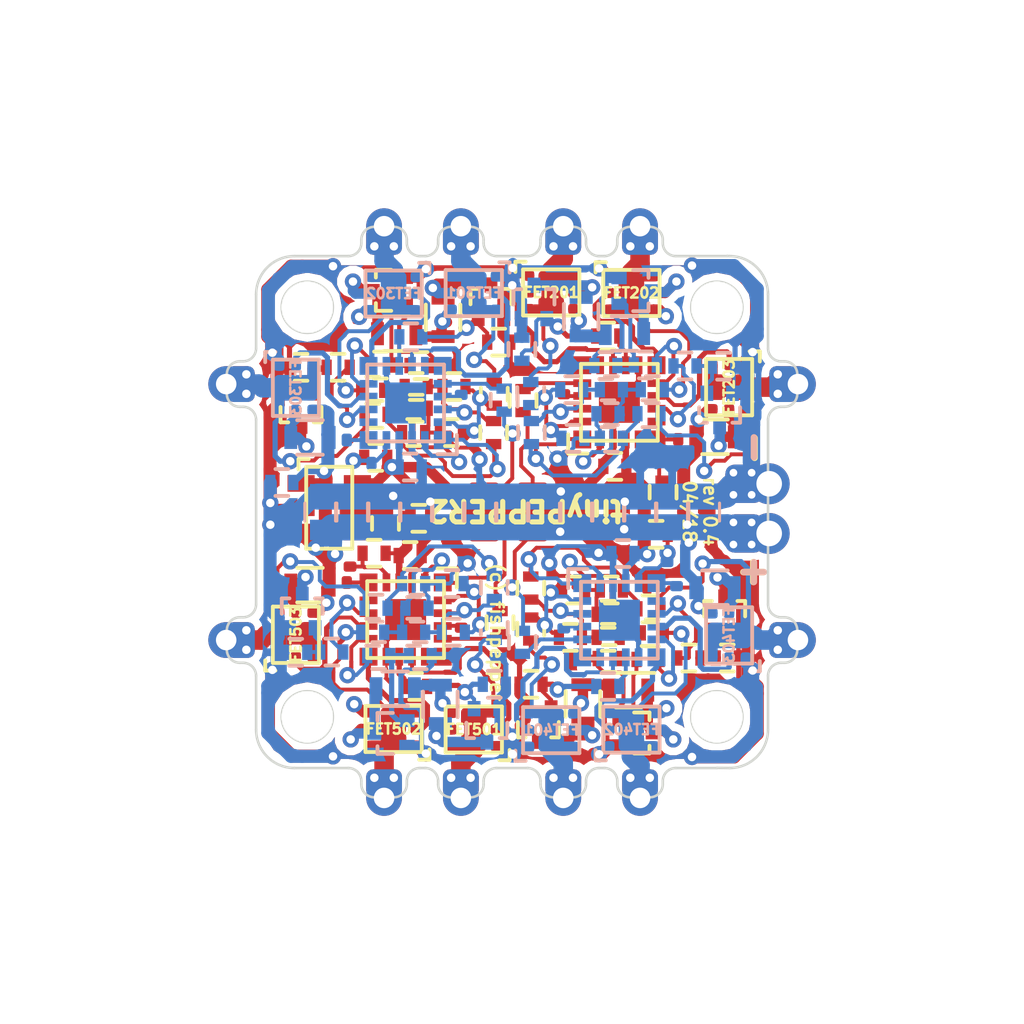
<source format=kicad_pcb>
(kicad_pcb (version 20221018) (generator pcbnew)
  (layers (0 "F.Cu" signal) (1 "In1.Cu" signal) (2 "In2.Cu" signal) (31 "B.Cu" signal) (34 "B.Paste" user) (35 "F.Paste" user) (36 "B.SilkS" user "B.Silkscreen") (37 "F.SilkS" user "F.Silkscreen") (38 "B.Mask" user) (39 "F.Mask" user) (44 "Edge.Cuts" user))
  (net 0 "")
  (net 1 "/single esc 1/Ac_0")
  (net 2 "/single esc 1/Ap_0")
  (net 3 "/single esc 1/Bc_0")
  (net 4 "/single esc 1/Bp_0")
  (net 5 "/single esc 1/C2D_0")
  (net 6 "/single esc 1/PHASE_A_0")
  (net 7 "/single esc 1/PHASE_B_0")
  (net 8 "/single esc 1/PHASE_C_0")
  (net 9 "/single esc 2/Ac_0")
  (net 10 "/single esc 2/Ap_0")
  (net 11 "/single esc 2/Bc_0")
  (net 12 "/single esc 2/Bp_0")
  (net 13 "/single esc 2/C2D_0")
  (net 14 "/single esc 2/PHASE_A_0")
  (net 15 "/single esc 2/PHASE_B_0")
  (net 16 "/single esc 2/PHASE_C_0")
  (net 17 "GND")
  (net 18 "VCC")
  (net 19 "/single esc 3/PHASE_A_0")
  (net 20 "/single esc 3/Ap_0")
  (net 21 "/single esc 3/Ac_0")
  (net 22 "/single esc 3/PHASE_B_0")
  (net 23 "/single esc 3/Bp_0")
  (net 24 "/single esc 3/Bc_0")
  (net 25 "/single esc 3/PHASE_C_0")
  (net 26 "/single esc 4/PHASE_A_0")
  (net 27 "/single esc 4/Ap_0")
  (net 28 "/single esc 4/Ac_0")
  (net 29 "/single esc 4/Bp_0")
  (net 30 "/single esc 4/PHASE_B_0")
  (net 31 "/single esc 4/Bc_0")
  (net 32 "/single esc 4/PHASE_C_0")
  (net 33 "Net-(R202-Pad1)")
  (net 34 "Net-(R302-Pad1)")
  (net 35 "Net-(R402-Pad1)")
  (net 36 "Net-(R502-Pad1)")
  (net 37 "/RC_IN_0")
  (net 38 "/RC_IN_1")
  (net 39 "/single esc 3/RC_IN")
  (net 40 "/single esc 4/RC_IN")
  (net 41 "/single esc 3/C2D_0")
  (net 42 "/single esc 4/C2D_0")
  (net 43 "Net-(FET203-Pad2)")
  (net 44 "Net-(FET403-Pad2)")
  (net 45 "Net-(FET503-Pad2)")
  (net 46 "Net-(BL_TX201-Pad1)")
  (net 47 "Net-(BL_TX301-Pad1)")
  (net 48 "Net-(BL_TX401-Pad1)")
  (net 49 "Net-(BL_TX501-Pad1)")
  (net 50 "Net-(FET303-Pad2)")
  (net 51 "Net-(FET201-Pad5)")
  (net 52 "Net-(FET202-Pad5)")
  (net 53 "Net-(FET203-Pad5)")
  (net 54 "Net-(FET301-Pad5)")
  (net 55 "Net-(FET302-Pad5)")
  (net 56 "Net-(FET303-Pad5)")
  (net 57 "Net-(FET401-Pad5)")
  (net 58 "Net-(FET402-Pad5)")
  (net 59 "Net-(FET403-Pad5)")
  (net 60 "Net-(FET501-Pad5)")
  (net 61 "Net-(FET502-Pad5)")
  (net 62 "Net-(FET503-Pad5)")
  (net 63 "/single esc 1/C2CK_0")
  (net 64 "Net-(R202-Pad2)")
  (net 65 "Net-(R204-Pad2)")
  (net 66 "Net-(R206-Pad2)")
  (net 67 "Net-(R211-Pad1)")
  (net 68 "Net-(R212-Pad1)")
  (net 69 "Net-(R213-Pad2)")
  (net 70 "Net-(R213-Pad1)")
  (net 71 "/single esc 2/C2CK_0")
  (net 72 "Net-(R302-Pad2)")
  (net 73 "Net-(R304-Pad2)")
  (net 74 "Net-(R306-Pad2)")
  (net 75 "Net-(R311-Pad1)")
  (net 76 "Net-(R312-Pad1)")
  (net 77 "Net-(R313-Pad2)")
  (net 78 "Net-(R313-Pad1)")
  (net 79 "/single esc 3/C2CK_0")
  (net 80 "Net-(R402-Pad2)")
  (net 81 "Net-(R404-Pad2)")
  (net 82 "Net-(R406-Pad2)")
  (net 83 "Net-(R411-Pad1)")
  (net 84 "Net-(R412-Pad1)")
  (net 85 "Net-(R413-Pad2)")
  (net 86 "Net-(R413-Pad1)")
  (net 87 "/single esc 4/C2CK_0")
  (net 88 "Net-(R502-Pad2)")
  (net 89 "Net-(R504-Pad2)")
  (net 90 "Net-(R506-Pad2)")
  (net 91 "Net-(R511-Pad1)")
  (net 92 "Net-(R512-Pad1)")
  (net 93 "Net-(R513-Pad2)")
  (net 94 "Net-(R513-Pad1)")
  (net 95 "/single esc 1/3V3")
  (net 96 "Net-(C1003-Pad1)")
  (net 97 "Net-(R220-Pad2)")
  (net 98 "Net-(R320-Pad2)")
  (net 99 "Net-(R420-Pad2)")
  (net 100 "Net-(R520-Pad2)")
  (footprint "custom:QFN20" (layer "F.Cu") (at 114.193 105.7135)
    (fp_text reference "U201" hide)
    (fp_text value "EFM8BB10" hide)
  )
  (footprint "custom:QFN20" (layer "F.Cu") (at 105.8418 114.2003 180)
    (fp_text reference "U501" hide)
    (fp_text value "EFM8BB10" hide)
  )
  (footprint "custom:tp_SMD_0.6x1.2" (layer "F.Cu") (at 110.8049 109.1444 -90)
    (fp_text reference "TP103" hide)
    (fp_text value "TP" hide)
  )
  (footprint "custom:tp_SMD_0.6x1.2" (layer "F.Cu") (at 108.9049 109.1444 -90)
    (fp_text reference "TP104" hide)
    (fp_text value "TP" hide)
  )
  (footprint "custom:tp_SMD_0.6x1.2" (layer "F.Cu") (at 110.8049 110.8444 90)
    (fp_text reference "TP105" hide)
    (fp_text value "TP" hide)
  )
  (footprint "custom:tp_SMD_0.6x1.2" (layer "F.Cu") (at 108.9049 110.8444 90)
    (fp_text reference "TP106" hide)
    (fp_text value "TP" hide)
  )
  (footprint "custom:mouting_hole" (layer "F.Cu") (at 117.8 118)
    (fp_text reference "H1" hide)
    (fp_text value "hole" hide)
  )
  (footprint "custom:mouting_hole" (layer "F.Cu") (at 102.1 101.9)
    (fp_text reference "H2" hide)
    (fp_text value "hole" hide)
  )
  (footprint "custom:mouting_hole" (layer "F.Cu") (at 118 102)
    (fp_text reference "H3" hide)
    (fp_text value "hole" hide)
  )
  (footprint "custom:mouting_hole" (layer "F.Cu") (at 102 118)
    (fp_text reference "H4" hide)
    (fp_text value "hole" hide)
  )
  (footprint "custom:TP_PHASE_PAD" (layer "F.Cu") (at 108 100 180)
    (fp_text reference "OUT_A301" hide)
    (fp_text value "TP" hide)
    (fp_line (start -0.889 0.508) (end -0.889 0.635) (stroke (width 0.1)) (layer "Edge.Cuts"))
    (fp_line (start -0.381 1.143) (end 0.381 1.143) (stroke (width 0.1)) (layer "Edge.Cuts"))
    (fp_line (start 0.889 0.635) (end 0.889 0.508) (stroke (width 0.1)) (layer "Edge.Cuts"))
    (fp_arc (start -1.397 0) (mid -1.03779 0.14879) (end -0.889 0.508) (stroke (width 0.1)) (layer "Edge.Cuts"))
    (fp_arc (start -0.381 1.143) (mid -0.74021 0.99421) (end -0.889 0.635) (stroke (width 0.1)) (layer "Edge.Cuts"))
    (fp_arc (start 0.889 0.508) (mid 1.03779 0.14879) (end 1.397 0) (stroke (width 0.1)) (layer "Edge.Cuts"))
    (fp_arc (start 0.889 0.635) (mid 0.74021 0.99421) (end 0.381 1.143) (stroke (width 0.1)) (layer "Edge.Cuts"))
  )
  (footprint "custom:TP_PHASE_PAD" (layer "F.Cu") (at 112 120)
    (fp_text reference "OUT_A401" hide)
    (fp_text value "TP" hide)
    (fp_line (start -0.889 0.508) (end -0.889 0.635) (stroke (width 0.1)) (layer "Edge.Cuts"))
    (fp_line (start -0.381 1.143) (end 0.381 1.143) (stroke (width 0.1)) (layer "Edge.Cuts"))
    (fp_line (start 0.889 0.635) (end 0.889 0.508) (stroke (width 0.1)) (layer "Edge.Cuts"))
    (fp_arc (start -1.397 0) (mid -1.03779 0.14879) (end -0.889 0.508) (stroke (width 0.1)) (layer "Edge.Cuts"))
    (fp_arc (start -0.381 1.143) (mid -0.74021 0.99421) (end -0.889 0.635) (stroke (width 0.1)) (layer "Edge.Cuts"))
    (fp_arc (start 0.889 0.508) (mid 1.03779 0.14879) (end 1.397 0) (stroke (width 0.1)) (layer "Edge.Cuts"))
    (fp_arc (start 0.889 0.635) (mid 0.74021 0.99421) (end 0.381 1.143) (stroke (width 0.1)) (layer "Edge.Cuts"))
  )
  (footprint "custom:TP_PHASE_PAD" (layer "F.Cu") (at 105 100 180)
    (fp_text reference "OUT_B301" hide)
    (fp_text value "TP" hide)
    (fp_line (start -0.889 0.508) (end -0.889 0.635) (stroke (width 0.1)) (layer "Edge.Cuts"))
    (fp_line (start -0.381 1.143) (end 0.381 1.143) (stroke (width 0.1)) (layer "Edge.Cuts"))
    (fp_line (start 0.889 0.635) (end 0.889 0.508) (stroke (width 0.1)) (layer "Edge.Cuts"))
    (fp_arc (start -1.397 0) (mid -1.03779 0.14879) (end -0.889 0.508) (stroke (width 0.1)) (layer "Edge.Cuts"))
    (fp_arc (start -0.381 1.143) (mid -0.74021 0.99421) (end -0.889 0.635) (stroke (width 0.1)) (layer "Edge.Cuts"))
    (fp_arc (start 0.889 0.508) (mid 1.03779 0.14879) (end 1.397 0) (stroke (width 0.1)) (layer "Edge.Cuts"))
    (fp_arc (start 0.889 0.635) (mid 0.74021 0.99421) (end 0.381 1.143) (stroke (width 0.1)) (layer "Edge.Cuts"))
  )
  (footprint "custom:TP_PHASE_PAD" (layer "F.Cu") (at 100 105 -90)
    (fp_text reference "OUT_C301" hide)
    (fp_text value "TP" hide)
    (fp_line (start -0.889 0.508) (end -0.889 0.635) (stroke (width 0.1)) (layer "Edge.Cuts"))
    (fp_line (start -0.381 1.143) (end 0.381 1.143) (stroke (width 0.1)) (layer "Edge.Cuts"))
    (fp_line (start 0.889 0.635) (end 0.889 0.508) (stroke (width 0.1)) (layer "Edge.Cuts"))
    (fp_arc (start -1.397 0) (mid -1.03779 0.14879) (end -0.889 0.508) (stroke (width 0.1)) (layer "Edge.Cuts"))
    (fp_arc (start -0.381 1.143) (mid -0.74021 0.99421) (end -0.889 0.635) (stroke (width 0.1)) (layer "Edge.Cuts"))
    (fp_arc (start 0.889 0.508) (mid 1.03779 0.14879) (end 1.397 0) (stroke (width 0.1)) (layer "Edge.Cuts"))
    (fp_arc (start 0.889 0.635) (mid 0.74021 0.99421) (end 0.381 1.143) (stroke (width 0.1)) (layer "Edge.Cuts"))
  )
  (footprint "custom:TP_PHASE_PAD" (layer "F.Cu") (at 120 115 90)
    (fp_text reference "OUT_C401" hide)
    (fp_text value "TP" hide)
    (fp_line (start -0.889 0.508) (end -0.889 0.635) (stroke (width 0.1)) (layer "Edge.Cuts"))
    (fp_line (start -0.381 1.143) (end 0.381 1.143) (stroke (width 0.1)) (layer "Edge.Cuts"))
    (fp_line (start 0.889 0.635) (end 0.889 0.508) (stroke (width 0.1)) (layer "Edge.Cuts"))
    (fp_arc (start -1.397 0) (mid -1.03779 0.14879) (end -0.889 0.508) (stroke (width 0.1)) (layer "Edge.Cuts"))
    (fp_arc (start -0.381 1.143) (mid -0.74021 0.99421) (end -0.889 0.635) (stroke (width 0.1)) (layer "Edge.Cuts"))
    (fp_arc (start 0.889 0.508) (mid 1.03779 0.14879) (end 1.397 0) (stroke (width 0.1)) (layer "Edge.Cuts"))
    (fp_arc (start 0.889 0.635) (mid 0.74021 0.99421) (end 0.381 1.143) (stroke (width 0.1)) (layer "Edge.Cuts"))
  )
  (footprint "custom:TP_PHASE_PAD" (layer "F.Cu") (at 115 120)
    (fp_text reference "OUT_B401" hide)
    (fp_text value "TP" hide)
    (fp_line (start -0.889 0.508) (end -0.889 0.635) (stroke (width 0.1)) (layer "Edge.Cuts"))
    (fp_line (start -0.381 1.143) (end 0.381 1.143) (stroke (width 0.1)) (layer "Edge.Cuts"))
    (fp_line (start 0.889 0.635) (end 0.889 0.508) (stroke (width 0.1)) (layer "Edge.Cuts"))
    (fp_arc (start -1.397 0) (mid -1.03779 0.14879) (end -0.889 0.508) (stroke (width 0.1)) (layer "Edge.Cuts"))
    (fp_arc (start -0.381 1.143) (mid -0.74021 0.99421) (end -0.889 0.635) (stroke (width 0.1)) (layer "Edge.Cuts"))
    (fp_arc (start 0.889 0.508) (mid 1.03779 0.14879) (end 1.397 0) (stroke (width 0.1)) (layer "Edge.Cuts"))
    (fp_arc (start 0.889 0.635) (mid 0.74021 0.99421) (end 0.381 1.143) (stroke (width 0.1)) (layer "Edge.Cuts"))
  )
  (footprint "custom:DFN2020-8D" (layer "F.Cu") (at 111.5299 101.4194 -90)
    (fp_text reference "FET201")
    (fp_text value "UT6MA3" hide)
  )
  (footprint "custom:DFN2020-8D" (layer "F.Cu") (at 114.6629 101.4392 -90)
    (fp_text reference "FET202")
    (fp_text value "UT6MA3" hide)
  )
  (footprint "custom:DFN2020-8D" (layer "F.Cu") (at 118.4799 105.1194 180)
    (fp_text reference "FET203")
    (fp_text value "UT6MA3" hide)
  )
  (footprint "custom:DFN2020-8D" (layer "F.Cu") (at 108.5049 118.4944 90)
    (fp_text reference "FET501")
    (fp_text value "UT6MA3" hide)
  )
  (footprint "custom:DFN2020-8D" (layer "F.Cu") (at 105.3719 118.4746 90)
    (fp_text reference "FET502")
    (fp_text value "UT6MA3" hide)
  )
  (footprint "custom:DFN2020-8D" (layer "F.Cu") (at 101.5549 114.7944)
    (fp_text reference "FET503")
    (fp_text value "UT6MA3" hide)
  )
  (footprint "custom:R_0402_CUSTOM" (layer "F.Cu") (at 113.73866 103.12336)
    (fp_text reference "R211" hide)
    (fp_text value "1K")
  )
  (footprint "custom:R_0402_CUSTOM" (layer "F.Cu") (at 107.6299 106.8944)
    (fp_text reference "R308" hide)
    (fp_text value "2k2")
  )
  (footprint "custom:R_0402_CUSTOM" (layer "F.Cu") (at 106.2549 105.9444 180)
    (fp_text reference "R309" hide)
    (fp_text value "2k2")
  )
  (footprint "custom:R_0402_CUSTOM" (layer "F.Cu") (at 106.1549 106.8944 180)
    (fp_text reference "R310" hide)
    (fp_text value "2k2")
  )
  (footprint "custom:R_0402_CUSTOM" (layer "F.Cu") (at 104.85882 104.2562 180)
    (fp_text reference "R312" hide)
    (fp_text value "1K")
  )
  (footprint "custom:R_0402_CUSTOM" (layer "F.Cu") (at 103.2049 104.3444)
    (fp_text reference "R313" hide)
    (fp_text value "1K")
  )
  (footprint "custom:R_0402_CUSTOM" (layer "F.Cu") (at 109.47908 103.36212 180)
    (fp_text reference "R317" hide)
    (fp_text value "10k")
  )
  (footprint "custom:R_0402_CUSTOM" (layer "F.Cu") (at 106.44378 104.27652 180)
    (fp_text reference "R318" hide)
    (fp_text value "10k")
  )
  (footprint "custom:R_0402_CUSTOM" (layer "F.Cu") (at 101.7549 104.3444)
    (fp_text reference "R319" hide)
    (fp_text value "10k")
  )
  (footprint "custom:R_0402_CUSTOM" (layer "F.Cu") (at 112.4049 113.0444 180)
    (fp_text reference "R408" hide)
    (fp_text value "2k2")
  )
  (footprint "custom:R_0402_CUSTOM" (layer "F.Cu") (at 113.7549 113.9944)
    (fp_text reference "R409" hide)
    (fp_text value "2k2")
  )
  (footprint "custom:R_0402_CUSTOM" (layer "F.Cu") (at 113.8799 113.0444)
    (fp_text reference "R410" hide)
    (fp_text value "2k2")
  )
  (footprint "custom:R_0402_CUSTOM" (layer "F.Cu") (at 115.31346 115.75732)
    (fp_text reference "R412" hide)
    (fp_text value "1K")
  )
  (footprint "custom:R_0402_CUSTOM" (layer "F.Cu") (at 116.90858 115.70144 180)
    (fp_text reference "R413" hide)
    (fp_text value "1K")
  )
  (footprint "custom:R_0402_CUSTOM" (layer "F.Cu") (at 110.74146 116.7276)
    (fp_text reference "R417" hide)
    (fp_text value "10k")
  )
  (footprint "custom:R_0402_CUSTOM" (layer "F.Cu") (at 113.79454 115.72176)
    (fp_text reference "R418" hide)
    (fp_text value "10k")
  )
  (footprint "custom:R_0402_CUSTOM" (layer "F.Cu") (at 118.40718 115.70144 180)
    (fp_text reference "R419" hide)
    (fp_text value "10k")
  )
  (footprint "custom:R_0402_CUSTOM" (layer "F.Cu") (at 106.23042 116.81142 180)
    (fp_text reference "R511" hide)
    (fp_text value "1K")
  )
  (footprint "custom:R_0402_CUSTOM" (layer "F.Cu") (at 115.9002 109.2219 90)
    (fp_text reference "R201" hide)
    (fp_text value "1k")
  )
  (footprint "custom:R_0402_CUSTOM" (layer "F.Cu") (at 104.6734 107.863 180)
    (fp_text reference "R301" hide)
    (fp_text value "1k")
  )
  (footprint "custom:R_0402_CUSTOM" (layer "F.Cu") (at 107.7299 105.0944)
    (fp_text reference "R302" hide)
    (fp_text value "10k")
  )
  (footprint "custom:R_0402_CUSTOM" (layer "F.Cu") (at 109.3049 105.3944 90)
    (fp_text reference "R303" hide)
    (fp_text value "10k")
  )
  (footprint "custom:R_0402_CUSTOM" (layer "F.Cu") (at 106.2549 105.0944 180)
    (fp_text reference "R304" hide)
    (fp_text value "10k")
  )
  (footprint "custom:R_0402_CUSTOM" (layer "F.Cu") (at 104.5549 105.2444 180)
    (fp_text reference "R305" hide)
    (fp_text value "10k")
  )
  (footprint "custom:R_0402_CUSTOM" (layer "F.Cu") (at 109.2799 106.8944 -90)
    (fp_text reference "R306" hide)
    (fp_text value "10k")
  )
  (footprint "custom:R_0402_CUSTOM" (layer "F.Cu") (at 104.6861 106.183 180)
    (fp_text reference "R307" hide)
    (fp_text value "10k")
  )
  (footprint "custom:R_0402_CUSTOM" (layer "F.Cu") (at 115.6299 110.8694)
    (fp_text reference "R401" hide)
    (fp_text value "1k")
  )
  (footprint "custom:R_0402_CUSTOM" (layer "F.Cu") (at 112.2799 114.8944 180)
    (fp_text reference "R402" hide)
    (fp_text value "10k")
  )
  (footprint "custom:R_0402_CUSTOM" (layer "F.Cu") (at 110.7299 114.5694 -90)
    (fp_text reference "R403" hide)
    (fp_text value "10k")
  )
  (footprint "custom:R_0402_CUSTOM" (layer "F.Cu") (at 113.7549 114.8944)
    (fp_text reference "R404" hide)
    (fp_text value "10k")
  )
  (footprint "custom:R_0402_CUSTOM" (layer "F.Cu") (at 115.4799 114.7194)
    (fp_text reference "R405" hide)
    (fp_text value "10k")
  )
  (footprint "custom:R_0402_CUSTOM" (layer "F.Cu") (at 110.7299 112.9694 90)
    (fp_text reference "R406" hide)
    (fp_text value "10k")
  )
  (footprint "custom:R_0402_CUSTOM" (layer "F.Cu") (at 115.3487 113.7808)
    (fp_text reference "R407" hide)
    (fp_text value "10k")
  )
  (footprint "custom:R_0402_CUSTOM" (layer "F.Cu") (at 104.6099 111.6095 180)
    (fp_text reference "R501" hide)
    (fp_text value "1k")
  )
  (footprint "custom:R_0402_CUSTOM" (layer "F.Cu") (at 110.4299 105.6444 90)
    (fp_text reference "R220" hide)
    (fp_text value "1k")
  )
  (footprint "custom:R_0402_CUSTOM" (layer "F.Cu") (at 109.5299 114.3194 -90)
    (fp_text reference "R520" hide)
    (fp_text value "1k")
  )
  (footprint "custom:TP_smd_0.5x0.4" (layer "F.Cu") (at 115.6716 108.0154)
    (fp_text reference "TP203" hide)
    (fp_text value "TP" hide)
  )
  (footprint "custom:TP_smd_0.5x0.4" (layer "F.Cu") (at 103.6701 112.1302 180)
    (fp_text reference "TP503" hide)
    (fp_text value "TP" hide)
  )
  (footprint "custom:R_0603_CUSTOM" (layer "F.Cu") (at 117.9299 107.0594)
    (fp_text reference "R216" hide)
    (fp_text value "100")
  )
  (footprint "custom:R_0603_CUSTOM" (layer "F.Cu") (at 107.3049 102.3944 90)
    (fp_text reference "R314" hide)
    (fp_text value "100")
  )
  (footprint "custom:R_0603_CUSTOM" (layer "F.Cu") (at 105.49382 103.03192 180)
    (fp_text reference "R315" hide)
    (fp_text value "100")
  )
  (footprint "custom:R_0603_CUSTOM" (layer "F.Cu") (at 112.76838 117.49468 -90)
    (fp_text reference "R414" hide)
    (fp_text value "100")
  )
  (footprint "custom:R_0603_CUSTOM" (layer "F.Cu") (at 114.55146 116.9562)
    (fp_text reference "R415" hide)
    (fp_text value "100")
  )
  (footprint "custom:R_0603_CUSTOM" (layer "F.Cu") (at 102.1049 112.8544 180)
    (fp_text reference "R516" hide)
    (fp_text value "100")
  )
  (footprint "custom:SC75" (layer "F.Cu") (at 109.17682 101.78224)
    (fp_text reference "T301" hide)
    (fp_text value "BC847")
  )
  (footprint "custom:SC75" (layer "F.Cu") (at 105.17886 101.33774 90)
    (fp_text reference "T302" hide)
    (fp_text value "BC847")
  )
  (footprint "custom:SC75" (layer "F.Cu") (at 101.7549 105.9944 180)
    (fp_text reference "T303" hide)
    (fp_text value "BC847")
  )
  (footprint "custom:SC75" (layer "F.Cu") (at 111.02594 118.3024 180)
    (fp_text reference "T401" hide)
    (fp_text value "BC847")
  )
  (footprint "custom:SC75" (layer "F.Cu") (at 114.86896 118.63006 -90)
    (fp_text reference "T402" hide)
    (fp_text value "BC847")
  )
  (footprint "custom:SC75" (layer "F.Cu") (at 118.30558 113.97424)
    (fp_text reference "T403" hide)
    (fp_text value "BC847")
  )
  (footprint "custom:TP_smd_0.5x0.4" (layer "F.Cu") (at 116.4917 107.1613 -90)
    (fp_text reference "TP202" hide)
    (fp_text value "TP" hide)
  )
  (footprint "custom:TP_smd_0.5x0.4" (layer "F.Cu") (at 103.5431 112.7525 90)
    (fp_text reference "TP502" hide)
    (fp_text value "TP" hide)
  )
  (footprint "custom:C_0402_CUSTOM" (layer "F.Cu") (at 106.3549 110.2444)
    (fp_text reference "C1001" hide)
    (fp_text value "100n")
  )
  (footprint "custom:C_0402_CUSTOM" (layer "F.Cu") (at 105.0549 110.4444 90)
    (fp_text reference "C1003" hide)
    (fp_text value "10n")
  )
  (footprint "custom:C_0402_CUSTOM" (layer "F.Cu") (at 114.0152 108.2154)
    (fp_text reference "C201" hide)
    (fp_text value "100n")
  )
  (footprint "custom:C_0402_CUSTOM" (layer "F.Cu") (at 106.0196 111.6984 180)
    (fp_text reference "C501" hide)
    (fp_text value "100n")
  )
  (footprint "custom:TP_smd_0.5x0.4" (layer "F.Cu") (at 112.0213 105.396)
    (fp_text reference "BL_TX201" hide)
    (fp_text value "TP" hide)
  )
  (footprint "custom:TP_smd_0.5x0.4" (layer "F.Cu") (at 108.0135 114.5178 180)
    (fp_text reference "BL_TX501" hide)
    (fp_text value "TP" hide)
  )
  (footprint "custom:SOT-23-5" (layer "F.Cu") (at 102.8573 109.8315)
    (fp_text reference "U1" hide)
    (fp_text value "AP131-30")
  )
  (footprint "custom:QFN20" (layer "B.Cu") (at 105.8418 105.7385 180)
    (fp_text reference "U301" hide)
    (fp_text value "EFM8BB10" hide)
  )
  (footprint "custom:QFN20" (layer "B.Cu") (at 114.193 114.2253)
    (fp_text reference "U401" hide)
    (fp_text value "EFM8BB10" hide)
  )
  (footprint "custom:TP_PHASE_PAD" (layer "B.Cu") (at 112 100)
    (fp_text reference "OUT_A201" hide)
    (fp_text value "TP" hide)
    (fp_line (start -0.889 -0.508) (end -0.889 -0.635) (stroke (width 0.1)) (layer "Edge.Cuts"))
    (fp_line (start -0.381 -1.143) (end 0.381 -1.143) (stroke (width 0.1)) (layer "Edge.Cuts"))
    (fp_line (start 0.889 -0.635) (end 0.889 -0.508) (stroke (width 0.1)) (layer "Edge.Cuts"))
    (fp_arc (start -0.889 -0.635) (mid -0.74021 -0.99421) (end -0.381 -1.143) (stroke (width 0.1)) (layer "Edge.Cuts"))
    (fp_arc (start -0.889 -0.508) (mid -1.03779 -0.14879) (end -1.397 0) (stroke (width 0.1)) (layer "Edge.Cuts"))
    (fp_arc (start 0.381 -1.143) (mid 0.74021 -0.99421) (end 0.889 -0.635) (stroke (width 0.1)) (layer "Edge.Cuts"))
    (fp_arc (start 1.397 0) (mid 1.03779 -0.14879) (end 0.889 -0.508) (stroke (width 0.1)) (layer "Edge.Cuts"))
  )
  (footprint "custom:TP_PHASE_PAD" (layer "B.Cu") (at 100 115 90)
    (fp_text reference "OUT_C501" hide)
    (fp_text value "TP" hide)
    (fp_line (start -0.889 -0.508) (end -0.889 -0.635) (stroke (width 0.1)) (layer "Edge.Cuts"))
    (fp_line (start -0.381 -1.143) (end 0.381 -1.143) (stroke (width 0.1)) (layer "Edge.Cuts"))
    (fp_line (start 0.889 -0.635) (end 0.889 -0.508) (stroke (width 0.1)) (layer "Edge.Cuts"))
    (fp_arc (start -0.889 -0.635) (mid -0.74021 -0.99421) (end -0.381 -1.143) (stroke (width 0.1)) (layer "Edge.Cuts"))
    (fp_arc (start -0.889 -0.508) (mid -1.03779 -0.14879) (end -1.397 0) (stroke (width 0.1)) (layer "Edge.Cuts"))
    (fp_arc (start 0.381 -1.143) (mid 0.74021 -0.99421) (end 0.889 -0.635) (stroke (width 0.1)) (layer "Edge.Cuts"))
    (fp_arc (start 1.397 0) (mid 1.03779 -0.14879) (end 0.889 -0.508) (stroke (width 0.1)) (layer "Edge.Cuts"))
  )
  (footprint "custom:TP_PHASE_PAD" (layer "B.Cu") (at 115 100)
    (fp_text reference "OUT_B201" hide)
    (fp_text value "TP" hide)
    (fp_line (start -0.889 -0.508) (end -0.889 -0.635) (stroke (width 0.1)) (layer "Edge.Cuts"))
    (fp_line (start -0.381 -1.143) (end 0.381 -1.143) (stroke (width 0.1)) (layer "Edge.Cuts"))
    (fp_line (start 0.889 -0.635) (end 0.889 -0.508) (stroke (width 0.1)) (layer "Edge.Cuts"))
    (fp_arc (start -0.889 -0.635) (mid -0.74021 -0.99421) (end -0.381 -1.143) (stroke (width 0.1)) (layer "Edge.Cuts"))
    (fp_arc (start -0.889 -0.508) (mid -1.03779 -0.14879) (end -1.397 0) (stroke (width 0.1)) (layer "Edge.Cuts"))
    (fp_arc (start 0.381 -1.143) (mid 0.74021 -0.99421) (end 0.889 -0.635) (stroke (width 0.1)) (layer "Edge.Cuts"))
    (fp_arc (start 1.397 0) (mid 1.03779 -0.14879) (end 0.889 -0.508) (stroke (width 0.1)) (layer "Edge.Cuts"))
  )
  (footprint "custom:TP_PHASE_PAD" (layer "B.Cu") (at 105 120 180)
    (fp_text reference "OUT_B501" hide)
    (fp_text value "TP" hide)
    (fp_line (start -0.889 -0.508) (end -0.889 -0.635) (stroke (width 0.1)) (layer "Edge.Cuts"))
    (fp_line (start -0.381 -1.143) (end 0.381 -1.143) (stroke (width 0.1)) (layer "Edge.Cuts"))
    (fp_line (start 0.889 -0.635) (end 0.889 -0.508) (stroke (width 0.1)) (layer "Edge.Cuts"))
    (fp_arc (start -0.889 -0.635) (mid -0.74021 -0.99421) (end -0.381 -1.143) (stroke (width 0.1)) (layer "Edge.Cuts"))
    (fp_arc (start -0.889 -0.508) (mid -1.03779 -0.14879) (end -1.397 0) (stroke (width 0.1)) (layer "Edge.Cuts"))
    (fp_arc (start 0.381 -1.143) (mid 0.74021 -0.99421) (end 0.889 -0.635) (stroke (width 0.1)) (layer "Edge.Cuts"))
    (fp_arc (start 1.397 0) (mid 1.03779 -0.14879) (end 0.889 -0.508) (stroke (width 0.1)) (layer "Edge.Cuts"))
  )
  (footprint "custom:TP_PHASE_PAD" (layer "B.Cu") (at 120 105 -90)
    (fp_text reference "OUT_C201" hide)
    (fp_text value "TP" hide)
    (fp_line (start -0.889 -0.508) (end -0.889 -0.635) (stroke (width 0.1)) (layer "Edge.Cuts"))
    (fp_line (start -0.381 -1.143) (end 0.381 -1.143) (stroke (width 0.1)) (layer "Edge.Cuts"))
    (fp_line (start 0.889 -0.635) (end 0.889 -0.508) (stroke (width 0.1)) (layer "Edge.Cuts"))
    (fp_arc (start -0.889 -0.635) (mid -0.74021 -0.99421) (end -0.381 -1.143) (stroke (width 0.1)) (layer "Edge.Cuts"))
    (fp_arc (start -0.889 -0.508) (mid -1.03779 -0.14879) (end -1.397 0) (stroke (width 0.1)) (layer "Edge.Cuts"))
    (fp_arc (start 0.381 -1.143) (mid 0.74021 -0.99421) (end 0.889 -0.635) (stroke (width 0.1)) (layer "Edge.Cuts"))
    (fp_arc (start 1.397 0) (mid 1.03779 -0.14879) (end 0.889 -0.508) (stroke (width 0.1)) (layer "Edge.Cuts"))
  )
  (footprint "custom:TP_PHASE_PAD" (layer "B.Cu") (at 108 120 180)
    (fp_text reference "OUT_A501" hide)
    (fp_text value "TP" hide)
    (fp_line (start -0.889 -0.508) (end -0.889 -0.635) (stroke (width 0.1)) (layer "Edge.Cuts"))
    (fp_line (start -0.381 -1.143) (end 0.381 -1.143) (stroke (width 0.1)) (layer "Edge.Cuts"))
    (fp_line (start 0.889 -0.635) (end 0.889 -0.508) (stroke (width 0.1)) (layer "Edge.Cuts"))
    (fp_arc (start -0.889 -0.635) (mid -0.74021 -0.99421) (end -0.381 -1.143) (stroke (width 0.1)) (layer "Edge.Cuts"))
    (fp_arc (start -0.889 -0.508) (mid -1.03779 -0.14879) (end -1.397 0) (stroke (width 0.1)) (layer "Edge.Cuts"))
    (fp_arc (start 0.381 -1.143) (mid 0.74021 -0.99421) (end 0.889 -0.635) (stroke (width 0.1)) (layer "Edge.Cuts"))
    (fp_arc (start 1.397 0) (mid 1.03779 -0.14879) (end 0.889 -0.508) (stroke (width 0.1)) (layer "Edge.Cuts"))
  )
  (footprint "custom:DFN2020-8D" (layer "B.Cu") (at 108.5049 101.4444 -90)
    (fp_text reference "FET301")
    (fp_text value "UT6MA3" hide)
  )
  (footprint "custom:DFN2020-8D" (layer "B.Cu") (at 105.3719 101.4642 -90)
    (fp_text reference "FET302")
    (fp_text value "UT6MA3" hide)
  )
  (footprint "custom:DFN2020-8D" (layer "B.Cu") (at 111.5299 118.5194 90)
    (fp_text reference "FET401")
    (fp_text value "UT6MA3" hide)
  )
  (footprint "custom:DFN2020-8D" (layer "B.Cu") (at 114.6629 118.4996 90)
    (fp_text reference "FET402")
    (fp_text value "UT6MA3" hide)
  )
  (footprint "custom:DFN2020-8D" (layer "B.Cu") (at 118.4799 114.8194 180)
    (fp_text reference "FET403")
    (fp_text value "UT6MA3" hide)
  )
  (footprint "custom:R_0402_CUSTOM" (layer "B.Cu") (at 112.3799 107.1194 180)
    (fp_text reference "R208" hide)
    (fp_text value "2k2")
  )
  (footprint "custom:R_0402_CUSTOM" (layer "B.Cu") (at 113.7485 106.158)
    (fp_text reference "R209" hide)
    (fp_text value "2k2")
  )
  (footprint "custom:R_0402_CUSTOM" (layer "B.Cu") (at 113.8799 107.1194)
    (fp_text reference "R210" hide)
    (fp_text value "2k2")
  )
  (footprint "custom:R_0402_CUSTOM" (layer "B.Cu") (at 115.20678 104.25112)
    (fp_text reference "R212" hide)
    (fp_text value "1K")
  )
  (footprint "custom:R_0402_CUSTOM" (layer "B.Cu") (at 116.75618 104.29176 180)
    (fp_text reference "R213" hide)
    (fp_text value "1K")
  )
  (footprint "custom:R_0402_CUSTOM" (layer "B.Cu") (at 110.38332 103.63898 -90)
    (fp_text reference "R217" hide)
    (fp_text value "10k")
  )
  (footprint "custom:R_0402_CUSTOM" (layer "B.Cu") (at 113.66246 104.27652)
    (fp_text reference "R218" hide)
    (fp_text value "10k")
  )
  (footprint "custom:R_0402_CUSTOM" (layer "B.Cu") (at 118.2624 104.30192 180)
    (fp_text reference "R219" hide)
    (fp_text value "10k")
  )
  (footprint "custom:R_0402_CUSTOM" (layer "B.Cu") (at 106.0449 103.1544 180)
    (fp_text reference "R311" hide)
    (fp_text value "1K")
  )
  (footprint "custom:R_0402_CUSTOM" (layer "B.Cu") (at 113.7412 116.81142)
    (fp_text reference "R411" hide)
    (fp_text value "1K")
  )
  (footprint "custom:R_0402_CUSTOM" (layer "B.Cu") (at 107.6549 112.7944)
    (fp_text reference "R508" hide)
    (fp_text value "2k2")
  )
  (footprint "custom:R_0402_CUSTOM" (layer "B.Cu") (at 106.2863 113.7558 180)
    (fp_text reference "R509" hide)
    (fp_text value "2k2")
  )
  (footprint "custom:R_0402_CUSTOM" (layer "B.Cu") (at 106.1549 112.7944 180)
    (fp_text reference "R510" hide)
    (fp_text value "2k2")
  )
  (footprint "custom:R_0402_CUSTOM" (layer "B.Cu") (at 104.79024 115.60746 180)
    (fp_text reference "R512" hide)
    (fp_text value "1K")
  )
  (footprint "custom:R_0402_CUSTOM" (layer "B.Cu") (at 102.95636 115.46776)
    (fp_text reference "R513" hide)
    (fp_text value "1K")
  )
  (footprint "custom:R_0402_CUSTOM" (layer "B.Cu") (at 109.30636 116.7276 180)
    (fp_text reference "R517" hide)
    (fp_text value "10k")
  )
  (footprint "custom:R_0402_CUSTOM" (layer "B.Cu") (at 106.41076 115.61 180)
    (fp_text reference "R518" hide)
    (fp_text value "10k")
  )
  (footprint "custom:R_0402_CUSTOM" (layer "B.Cu") (at 101.5492 115.47792)
    (fp_text reference "R519" hide)
    (fp_text value "10k")
  )
  (footprint "custom:R_0402_CUSTOM" (layer "B.Cu") (at 112.3299 105.2194 180)
    (fp_text reference "R202" hide)
    (fp_text value "10k")
  )
  (footprint "custom:R_0402_CUSTOM" (layer "B.Cu") (at 110.7299 105.3694 90)
    (fp_text reference "R203" hide)
    (fp_text value "10k")
  )
  (footprint "custom:R_0402_CUSTOM" (layer "B.Cu") (at 113.8799 105.2194)
    (fp_text reference "R204" hide)
    (fp_text value "10k")
  )
  (footprint "custom:R_0402_CUSTOM" (layer "B.Cu") (at 115.4799 105.2194)
    (fp_text reference "R205" hide)
    (fp_text value "10k")
  )
  (footprint "custom:R_0402_CUSTOM" (layer "B.Cu") (at 110.7549 106.8944 -90)
    (fp_text reference "R206" hide)
    (fp_text value "10k")
  )
  (footprint "custom:R_0402_CUSTOM" (layer "B.Cu") (at 115.3487 106.158)
    (fp_text reference "R207" hide)
    (fp_text value "10k")
  )
  (footprint "custom:R_0402_CUSTOM" (layer "B.Cu") (at 107.7049 114.6944)
    (fp_text reference "R502" hide)
    (fp_text value "10k")
  )
  (footprint "custom:R_0402_CUSTOM" (layer "B.Cu") (at 109.3049 114.5444 -90)
    (fp_text reference "R503" hide)
    (fp_text value "10k")
  )
  (footprint "custom:R_0402_CUSTOM" (layer "B.Cu") (at 106.1549 114.6944 180)
    (fp_text reference "R504" hide)
    (fp_text value "10k")
  )
  (footprint "custom:R_0402_CUSTOM" (layer "B.Cu") (at 104.5549 114.6944 180)
    (fp_text reference "R505" hide)
    (fp_text value "10k")
  )
  (footprint "custom:R_0402_CUSTOM" (layer "B.Cu") (at 109.3049 112.9444 90)
    (fp_text reference "R506" hide)
    (fp_text value "10k")
  )
  (footprint "custom:R_0402_CUSTOM" (layer "B.Cu") (at 104.6861 113.7558 180)
    (fp_text reference "R507" hide)
    (fp_text value "10k")
  )
  (footprint "custom:C_0603_CUSTOM" (layer "B.Cu") (at 115.0049 110 -90)
    (fp_text reference "C203" hide)
    (fp_text value "22u")
  )
  (footprint "custom:C_0603_CUSTOM" (layer "B.Cu") (at 102.5049 110 -90)
    (fp_text reference "C204" hide)
    (fp_text value "22u")
  )
  (footprint "custom:C_0603_CUSTOM" (layer "B.Cu") (at 110.0049 110 -90)
    (fp_text reference "C302" hide)
    (fp_text value "22u")
  )
  (footprint "custom:C_0603_CUSTOM" (layer "B.Cu") (at 108.7549 110 -90)
    (fp_text reference "C303" hide)
    (fp_text value "22u")
  )
  (footprint "custom:C_0603_CUSTOM" (layer "B.Cu") (at 105.0049 110 -90)
    (fp_text reference "C304" hide)
    (fp_text value "22u")
  )
  (footprint "custom:C_0603_CUSTOM" (layer "B.Cu") (at 113.7549 110 -90)
    (fp_text reference "C402" hide)
    (fp_text value "22u")
  )
  (footprint "custom:C_0603_CUSTOM" (layer "B.Cu") (at 117.5049 110 -90)
    (fp_text reference "C403" hide)
    (fp_text value "22u")
  )
  (footprint "custom:C_0603_CUSTOM" (layer "B.Cu") (at 103.7549 110 -90)
    (fp_text reference "C404" hide)
    (fp_text value "22u")
  )
  (footprint "custom:C_0603_CUSTOM" (layer "B.Cu") (at 106.2549 110 -90)
    (fp_text reference "C502" hide)
    (fp_text value "22u")
  )
  (footprint "custom:C_0603_CUSTOM" (layer "B.Cu") (at 111.2549 110 -90)
    (fp_text reference "C503" hide)
    (fp_text value "22u")
  )
  (footprint "custom:C_0603_CUSTOM" (layer "B.Cu") (at 107.5049 110 -90)
    (fp_text reference "C504" hide)
    (fp_text value "22u")
  )
  (footprint "custom:C_0603_CUSTOM" (layer "B.Cu") (at 116.2549 110 -90)
    (fp_text reference "C1000" hide)
    (fp_text value "22u")
  )
  (footprint "custom:R_0402_CUSTOM" (layer "B.Cu") (at 109.6899 105.6278 90)
    (fp_text reference "R320" hide)
    (fp_text value "1k")
  )
  (footprint "custom:R_0402_CUSTOM" (layer "B.Cu") (at 110.40364 115.0893 -90)
    (fp_text reference "R420" hide)
    (fp_text value "1k")
  )
  (footprint "custom:TP_smd_0.5x0.4" (layer "B.Cu") (at 104.5083 108.0916 90)
    (fp_text reference "TP303" hide)
    (fp_text value "TP" hide)
  )
  (footprint "custom:TP_smd_0.5x0.4" (layer "B.Cu") (at 116.0526 111.9524)
    (fp_text reference "TP403" hide)
    (fp_text value "TP" hide)
  )
  (footprint "custom:R_0603_CUSTOM" (layer "B.Cu") (at 112.6998 102.36644 90)
    (fp_text reference "R214" hide)
    (fp_text value "100")
  )
  (footprint "custom:R_0603_CUSTOM" (layer "B.Cu") (at 114.39144 103.0243)
    (fp_text reference "R215" hide)
    (fp_text value "100")
  )
  (footprint "custom:R_0603_CUSTOM" (layer "B.Cu") (at 102.1049 107.0844 180)
    (fp_text reference "R316" hide)
    (fp_text value "100")
  )
  (footprint "custom:R_0603_CUSTOM" (layer "B.Cu") (at 117.9249 112.9544)
    (fp_text reference "R416" hide)
    (fp_text value "100")
  )
  (footprint "custom:R_0603_CUSTOM" (layer "B.Cu") (at 107.19816 117.51246 -90)
    (fp_text reference "R514" hide)
    (fp_text value "100")
  )
  (footprint "custom:R_0603_CUSTOM" (layer "B.Cu") (at 105.43286 116.90286 180)
    (fp_text reference "R515" hide)
    (fp_text value "100")
  )
  (footprint "custom:SC75" (layer "B.Cu") (at 110.85576 101.7924 180)
    (fp_text reference "T201" hide)
    (fp_text value "BC847")
  )
  (footprint "custom:SC75" (layer "B.Cu") (at 114.83086 101.35044 90)
    (fp_text reference "T202" hide)
    (fp_text value "BC847")
  )
  (footprint "custom:SC75" (layer "B.Cu") (at 118.11 106.0088)
    (fp_text reference "T203" hide)
    (fp_text value "BC847")
  )
  (footprint "custom:SC75" (layer "B.Cu") (at 109.0168 118.33034)
    (fp_text reference "T501" hide)
    (fp_text value "BC847")
  )
  (footprint "custom:SC75" (layer "B.Cu") (at 105.24236 118.64784 -90)
    (fp_text reference "T502" hide)
    (fp_text value "BC847")
  )
  (footprint "custom:SC75" (layer "B.Cu") (at 101.8032 113.87264 180)
    (fp_text reference "T503" hide)
    (fp_text value "BC847")
  )
  (footprint "custom:TP_smd_0.5x0.4" (layer "B.Cu") (at 103.5431 107.1863 -90)
    (fp_text reference "TP302" hide)
    (fp_text value "TP" hide)
  )
  (footprint "custom:TP_smd_0.5x0.4" (layer "B.Cu") (at 116.4249 112.8944 180)
    (fp_text reference "TP402" hide)
    (fp_text value "TP" hide)
  )
  (footprint "custom:C_0402_CUSTOM" (layer "B.Cu") (at 101.0049 108.8444 180)
    (fp_text reference "C1002" hide)
    (fp_text value "100n")
  )
  (footprint "custom:C_0603_CUSTOM" (layer "B.Cu") (at 112.5049 110 -90)
    (fp_text reference "C202" hide)
    (fp_text value "22u")
  )
  (footprint "custom:C_0402_CUSTOM" (layer "B.Cu") (at 106.0196 108.2404 180)
    (fp_text reference "C301" hide)
    (fp_text value "100n")
  )
  (footprint "custom:C_0402_CUSTOM" (layer "B.Cu") (at 114.3299 111.6194)
    (fp_text reference "C401" hide)
    (fp_text value "100n")
  )
  (footprint "custom:TP_smd_0.5x0.4" (layer "B.Cu") (at 108.0135 105.421 180)
    (fp_text reference "BL_TX301" hide)
    (fp_text value "TP" hide)
  )
  (footprint "custom:TP_smd_0.5x0.4" (layer "B.Cu") (at 112.0213 114.5428)
    (fp_text reference "BL_TX401" hide)
    (fp_text value "TP" hide)
  )
  (footprint "custom:DFN2020-8D" (layer "B.Cu") (at 101.5549 105.1444)
    (fp_text reference "FET303")
    (fp_text value "UT6MA3" hide)
  )
  (footprint "custom:TP_POWER_PAD_DOUBLESIDED" (layer "B.Cu") (at 119.07986 110.83644)
    (fp_text reference "TP10" hide)
    (fp_text value "TP" hide)
  )
  (footprint "custom:TP_POWER_PAD_DOUBLESIDED" (layer "B.Cu") (at 119.07986 108.8944)
    (fp_text reference "TP12" hide)
    (fp_text value "TP" hide)
  )
  (gr_line (start 100 101.4944) (end 100 103.5944) (stroke (width 0.1)) (layer "Edge.Cuts"))
  (gr_line (start 120 113.5944) (end 120 106.3944) (stroke (width 0.1)) (layer "Edge.Cuts"))
  (gr_line (start 109.4049 120) (end 110.6049 120) (stroke (width 0.1)) (layer "Edge.Cuts"))
  (gr_line (start 120 118.4944) (end 120 116.3944) (stroke (width 0.1)) (layer "Edge.Cuts"))
  (gr_line (start 116.4049 100) (end 118.4049 100) (stroke (width 0.1)) (layer "Edge.Cuts"))
  (gr_arc (start 100 101.5) (mid 100.43934 100.43934) (end 101.5 100) (stroke (width 0.1)) (layer "Edge.Cuts"))
  (gr_circle (center 118 102) (end 119 102) (stroke (width 0.1)) (fill none) (layer "Edge.Cuts"))
  (gr_arc (start 101.5 120) (mid 100.43934 119.56066) (end 100 118.5) (stroke (width 0.1)) (layer "Edge.Cuts"))
  (gr_line (start 106.4049 100) (end 106.6049 100) (stroke (width 0.1)) (layer "Edge.Cuts"))
  (gr_line (start 106.4049 120) (end 106.6049 120) (stroke (width 0.1)) (layer "Edge.Cuts"))
  (gr_line (start 118.4049 99.9944) (end 118.5 100) (stroke (width 0.1)) (layer "Edge.Cuts"))
  (gr_line (start 113.4049 120) (end 113.6049 120) (stroke (width 0.1)) (layer "Edge.Cuts"))
  (gr_arc (start 120 118.5) (mid 119.56066 119.56066) (end 118.5 120) (stroke (width 0.1)) (layer "Edge.Cuts"))
  (gr_arc (start 118.5 100) (mid 119.56066 100.43934) (end 120 101.5) (stroke (width 0.1)) (layer "Edge.Cuts"))
  (gr_circle (center 102 102) (end 102 101) (stroke (width 0.1)) (fill none) (layer "Edge.Cuts"))
  (gr_line (start 120 103.5944) (end 120 101.4944) (stroke (width 0.1)) (layer "Edge.Cuts"))
  (gr_line (start 118.0049 119.9944) (end 118.5 120) (stroke (width 0.1)) (layer "Edge.Cuts"))
  (gr_line (start 101.5049 100) (end 103.6049 100) (stroke (width 0.1)) (layer "Edge.Cuts"))
  (gr_line (start 100 106.3944) (end 100 113.5944) (stroke (width 0.1)) (layer "Edge.Cuts"))
  (gr_line (start 110.6049 100) (end 109.4049 100) (stroke (width 0.1)) (layer "Edge.Cuts"))
  (gr_line (start 116.4049 120) (end 118.0049 120) (stroke (width 0.1)) (layer "Edge.Cuts"))
  (gr_line (start 101.5 120) (end 103.6049 120) (stroke (width 0.1)) (layer "Edge.Cuts"))
  (gr_line (start 113.4049 100) (end 113.6049 100) (stroke (width 0.1)) (layer "Edge.Cuts"))
  (gr_circle (center 118 118) (end 119 118) (stroke (width 0.1)) (fill none) (layer "Edge.Cuts"))
  (gr_line (start 100 116.3944) (end 100 118.5) (stroke (width 0.1)) (layer "Edge.Cuts"))
  (gr_circle (center 102 118) (end 102 119) (stroke (width 0.1)) (fill none) (layer "Edge.Cuts"))
  (gr_text "+" (at 119.3799 112.3444 90) (layer "B.SilkS") (effects (font (size 1.016 1.016) (thickness 0.254)) (justify mirror)))
  (gr_text "-" (at 119.3799 107.4694 90) (layer "B.SilkS") (effects (font (size 1.016 1.016) (thickness 0.254)) (justify mirror)))
  (gr_text "tinyPEPPER2" (at 110.5299 109.9444 180) (layer "F.SilkS") (effects (font (size 0.8 0.8) (thickness 0.2))))
  (gr_text "(c) fishpepper" (at 109.4049 114.6944 270) (layer "F.SilkS") (effects (font (size 0.5 0.5) (thickness 0.1))))
  (gr_text "rev 0.4\n04/18" (at 117.3353 109.9839 270) (layer "F.SilkS") (effects (font (size 0.5 0.5) (thickness 0.1))))
  (gr_text "-" (at 119.4049 107.4944 90) (layer "F.SilkS") (effects (font (size 1.016 1.016) (thickness 0.254))))
  (gr_text "+" (at 119.3549 112.3444 90) (layer "F.SilkS") (effects (font (size 1.016 1.016) (thickness 0.254))))
  (segment (start 114.4343 104.358) (end 114.443 104.3667) (width 0.1524) (layer "F.Cu") (net 1))
  (segment (start 114.443 103.74896) (end 114.18866 103.49462) (width 0.1524) (layer "F.Cu") (net 1))
  (segment (start 114.18866 103.49462) (end 114.18866 103.12336) (width 0.1524) (layer "F.Cu") (net 1))
  (segment (start 114.443 104.2635) (end 114.443 103.74896) (width 0.1524) (layer "F.Cu") (net 1))
  (segment (start 110.51502 101.4194) (end 110.6674 101.4194) (width 0.1524) (layer "F.Cu") (net 2))
  (segment (start 110.58614 101.4194) (end 110.20552 101.80002) (width 0.2032) (layer "F.Cu") (net 2))
  (segment (start 110.20552 101.80002) (end 110.20552 102.44518) (width 0.2032) (layer "F.Cu") (net 2))
  (segment (start 110.20552 102.44518) (end 110.27156 102.51122) (width 0.2032) (layer "F.Cu") (net 2))
  (segment (start 111.26216 104.12412) (end 111.74984 104.12412) (width 0.2032) (layer "F.Cu") (net 2))
  (segment (start 111.74984 104.12412) (end 112.25276 103.6212) (width 0.2032) (layer "F.Cu") (net 2))
  (segment (start 112.25276 103.6212) (end 112.87506 103.6212) (width 0.2032) (layer "F.Cu") (net 2))
  (segment (start 112.87506 103.6212) (end 112.8776 103.61866) (width 0.2032) (layer "F.Cu") (net 2))
  (segment (start 113.943 103.78998) (end 113.81994 103.66692) (width 0.1524) (layer "F.Cu") (net 2))
  (segment (start 113.81994 103.66692) (end 112.92586 103.66692) (width 0.1524) (layer "F.Cu") (net 2))
  (segment (start 112.92586 103.66692) (end 112.8776 103.61866) (width 0.1524) (layer "F.Cu") (net 2))
  (segment (start 110.81512 103.05478) (end 110.81512 103.67708) (width 0.2032) (layer "F.Cu") (net 2))
  (segment (start 111.26216 104.12412) (end 110.81512 103.67708) (width 0.2032) (layer "F.Cu") (net 2))
  (segment (start 110.6674 101.4194) (end 110.58614 101.4194) (width 0.2032) (layer "F.Cu") (net 2))
  (segment (start 113.943 104.2635) (end 113.943 103.78998) (width 0.1524) (layer "F.Cu") (net 2))
  (segment (start 110.27156 102.51122) (end 110.81512 103.05478) (width 0.2032) (layer "F.Cu") (net 2))
  (segment (start 115.9858 104.9635) (end 115.643 104.9635) (width 0.1524) (layer "F.Cu") (net 3))
  (segment (start 115.9858 104.9635) (end 115.643 104.9635) (width 0.1524) (layer "F.Cu") (net 3))
  (segment (start 116.32438 103.51452) (end 116.30406 103.53484) (width 0.1524) (layer "F.Cu") (net 3))
  (segment (start 116.30406 103.53484) (end 116.30406 104.6372) (width 0.1524) (layer "F.Cu") (net 3))
  (segment (start 116.30406 104.6372) (end 115.97776 104.9635) (width 0.1524) (layer "F.Cu") (net 3))
  (segment (start 115.97776 104.9635) (end 115.643 104.9635) (width 0.1524) (layer "F.Cu") (net 3))
  (segment (start 115.643 104.9635) (end 115.97776 104.9635) (width 0.1524) (layer "F.Cu") (net 3))
  (via (at 116.32438 103.51452) (size 0.635) (drill 0.3302) (layers "F.Cu" "B.Cu") (net 3))
  (segment (start 115.65678 103.8824) (end 116.0018 103.53738) (width 0.1524) (layer "B.Cu") (net 3))
  (segment (start 116.0018 103.53738) (end 116.32438 103.51452) (width 0.1524) (layer "B.Cu") (net 3))
  (segment (start 115.65678 104.25112) (end 115.65678 103.8824) (width 0.1524) (layer "B.Cu") (net 3))
  (segment (start 113.8004 101.4392) (end 113.7101 101.4392) (width 0.1524) (layer "F.Cu") (net 4))
  (segment (start 113.8004 101.4392) (end 113.7739 101.4392) (width 0.1524) (layer "F.Cu") (net 4))
  (segment (start 115.643 104.0266) (end 115.643 104.2635) (width 0.1524) (layer "F.Cu") (net 4))
  (segment (start 115.7932 104.1641) (end 115.4684 104.4889) (width 0.1524) (layer "F.Cu") (net 4))
  (segment (start 113.7388 101.4392) (end 113.39576 101.78224) (width 0.2032) (layer "F.Cu") (net 4))
  (segment (start 113.25098 101.92702) (end 113.25098 102.35374) (width 0.2032) (layer "F.Cu") (net 4))
  (segment (start 113.25098 102.35374) (end 113.45164 102.5544) (width 0.2032) (layer "F.Cu") (net 4))
  (segment (start 113.45164 102.5544) (end 114.04092 102.5544) (width 0.2032) (layer "F.Cu") (net 4))
  (segment (start 114.49304 102.5544) (end 114.70386 102.76522) (width 0.2032) (layer "F.Cu") (net 4))
  (segment (start 114.70386 102.76522) (end 114.70386 103.1767) (width 0.2032) (layer "F.Cu") (net 4))
  (segment (start 114.70386 103.1767) (end 115.16614 103.63898) (width 0.2032) (layer "F.Cu") (net 4))
  (segment (start 115.16614 103.63898) (end 115.50396 103.63898) (width 0.2032) (layer "F.Cu") (net 4))
  (segment (start 115.50396 103.63898) (end 115.643 103.77802) (width 0.2032) (layer "F.Cu") (net 4))
  (segment (start 115.643 103.77802) (end 115.643 104.2635) (width 0.2032) (layer "F.Cu") (net 4))
  (segment (start 114.04092 102.5544) (end 114.49304 102.5544) (width 0.2032) (layer "F.Cu") (net 4))
  (segment (start 113.39576 101.78224) (end 113.25098 101.92702) (width 0.2032) (layer "F.Cu") (net 4))
  (segment (start 113.8004 101.4392) (end 113.7388 101.4392) (width 0.2032) (layer "F.Cu") (net 4))
  (segment (start 115.643 107.1635) (end 116.4895 107.1635) (width 0.1524) (layer "F.Cu") (net 5))
  (segment (start 116.4895 107.1635) (end 116.4917 107.1613) (width 0.1524) (layer "F.Cu") (net 5))
  (segment (start 112.3924 100.7694) (end 111.6799 100.7694) (width 0.4064) (layer "F.Cu") (net 6))
  (segment (start 111.6799 100.7694) (end 111.5299 100.9194) (width 0.4064) (layer "F.Cu") (net 6))
  (segment (start 111.5299 101.9194) (end 111.5299 100.9194) (width 0.762) (layer "F.Cu") (net 6))
  (segment (start 110.8794 102.0892) (end 111.5919 102.0892) (width 0.4064) (layer "F.Cu") (net 6))
  (segment (start 111.5919 102.0892) (end 111.7419 101.9392) (width 0.4064) (layer "F.Cu") (net 6))
  (segment (start 111.7419 101.9392) (end 111.6911 101.99) (width 0.1524) (layer "F.Cu") (net 6))
  (segment (start 111.5299 100.5694) (end 112 100.0993) (width 0.762) (layer "F.Cu") (net 6))
  (segment (start 112 100.0993) (end 112 99.746) (width 0.762) (layer "F.Cu") (net 6))
  (segment (start 111.22279 103.23639) (end 111.49584 103.50944) (width 0.1524) (layer "F.Cu") (net 6))
  (segment (start 111.22279 102.22651) (end 111.5299 101.9194) (width 0.1524) (layer "F.Cu") (net 6))
  (segment (start 111.3799 102.0694) (end 111.5299 101.9194) (width 0.1524) (layer "F.Cu") (net 6))
  (segment (start 111.22279 103.23639) (end 111.22279 102.22651) (width 0.1524) (layer "F.Cu") (net 6))
  (segment (start 111.5299 100.9194) (end 111.5299 100.5694) (width 0.762) (layer "F.Cu") (net 6))
  (segment (start 110.6674 102.0694) (end 111.3799 102.0694) (width 0.1524) (layer "F.Cu") (net 6))
  (via (at 111.49584 103.50944) (size 0.635) (drill 0.3302) (layers "F.Cu" "B.Cu") (net 6))
  (segment (start 110.7799 104.8694) (end 110.7299 104.9194) (width 0.1524) (layer "B.Cu") (net 6))
  (segment (start 110.7299 104.69194) (end 111.02848 104.39336) (width 0.1524) (layer "B.Cu") (net 6))
  (segment (start 111.02848 104.39336) (end 111.36884 104.39336) (width 0.1524) (layer "B.Cu") (net 6))
  (segment (start 111.36884 104.39336) (end 111.49584 104.26636) (width 0.1524) (layer "B.Cu") (net 6))
  (segment (start 111.49584 104.26636) (end 111.49584 103.50944) (width 0.1524) (layer "B.Cu") (net 6))
  (segment (start 110.7299 104.9194) (end 110.7299 104.69194) (width 0.1524) (layer "B.Cu") (net 6))
  (segment (start 114.6629 101.9392) (end 114.7799 102.0562) (width 0.1524) (layer "F.Cu") (net 7))
  (segment (start 113.8004 102.0892) (end 114.5129 102.0892) (width 0.4064) (layer "F.Cu") (net 7))
  (segment (start 114.5129 102.0892) (end 114.6629 101.9392) (width 0.4064) (layer "F.Cu") (net 7))
  (segment (start 115.5254 100.7892) (end 114.8129 100.7892) (width 0.4064) (layer "F.Cu") (net 7))
  (segment (start 114.8129 100.7892) (end 114.6629 100.9392) (width 0.4064) (layer "F.Cu") (net 7))
  (segment (start 114.6629 100.6364) (end 115 100.2993) (width 0.762) (layer "F.Cu") (net 7))
  (segment (start 115 100.2993) (end 115 99.746) (width 0.762) (layer "F.Cu") (net 7))
  (segment (start 114.6629 102.21118) (end 115.38204 102.93032) (width 0.1524) (layer "F.Cu") (net 7))
  (segment (start 115.38204 102.93032) (end 116.55552 102.93032) (width 0.1524) (layer "F.Cu") (net 7))
  (segment (start 116.55552 102.93032) (end 116.92128 103.29608) (width 0.1524) (layer "F.Cu") (net 7))
  (segment (start 116.92128 103.29608) (end 116.92128 103.94124) (width 0.1524) (layer "F.Cu") (net 7))
  (segment (start 116.92128 103.94124) (end 116.68252 104.18) (width 0.1524) (layer "F.Cu") (net 7))
  (segment (start 116.68252 104.18) (end 116.68252 105.06678) (width 0.1524) (layer "F.Cu") (net 7))
  (segment (start 116.68252 105.06678) (end 116.5299 105.2194) (width 0.1524) (layer "F.Cu") (net 7))
  (segment (start 114.89944 101.17574) (end 114.89944 101.70266) (width 0.508) (layer "F.Cu") (net 7))
  (segment (start 114.89944 101.70266) (end 114.6629 101.9392) (width 0.508) (layer "F.Cu") (net 7))
  (segment (start 114.41938 101.69568) (end 114.41938 101.18272) (width 0.508) (layer "F.Cu") (net 7))
  (segment (start 114.41938 101.18272) (end 114.6629 100.9392) (width 0.508) (layer "F.Cu") (net 7))
  (segment (start 114.6629 100.9392) (end 114.6629 100.6364) (width 0.762) (layer "F.Cu") (net 7))
  (segment (start 114.6629 101.9392) (end 114.6629 102.21118) (width 0.1524) (layer "F.Cu") (net 7))
  (segment (start 114.6629 100.9392) (end 114.89944 101.17574) (width 0.508) (layer "F.Cu") (net 7))
  (segment (start 114.6629 101.9392) (end 114.41938 101.69568) (width 0.508) (layer "F.Cu") (net 7))
  (via (at 116.5299 105.2194) (size 0.635) (drill 0.3302) (layers "F.Cu" "B.Cu") (net 7))
  (segment (start 115.8299 105.2194) (end 116.5299 105.2194) (width 0.1524) (layer "B.Cu") (net 7))
  (segment (start 116.5299 105.2194) (end 116.4799 105.1694) (width 0.1524) (layer "B.Cu") (net 7))
  (segment (start 116.4799 105.1694) (end 116.2799 105.2194) (width 0.1524) (layer "B.Cu") (net 7))
  (segment (start 116.4799 105.1694) (end 116.2799 105.2194) (width 0.1524) (layer "B.Cu") (net 7))
  (segment (start 119.1299 105.9819) (end 119.1299 105.2694) (width 0.4064) (layer "F.Cu") (net 8))
  (segment (start 119.1299 105.2694) (end 118.9799 105.1194) (width 0.4064) (layer "F.Cu") (net 8))
  (segment (start 117.8299 104.2569) (end 117.8299 104.9694) (width 0.4064) (layer "F.Cu") (net 8))
  (segment (start 117.8299 104.9694) (end 117.9799 105.1194) (width 0.4064) (layer "F.Cu") (net 8))
  (segment (start 117.9799 105.1194) (end 118.9799 105.1194) (width 0.762) (layer "F.Cu") (net 8))
  (segment (start 119.1299 105.9819) (end 119.1424 105.9819) (width 0.1524) (layer "F.Cu") (net 8))
  (segment (start 120.332 105.1166) (end 120.4348 105.0138) (width 0.762) (layer "F.Cu") (net 8))
  (segment (start 117.7549 108.1444) (end 117.5049 108.3944) (width 0.1524) (layer "F.Cu") (net 8))
  (segment (start 117.9049 107.9944) (end 118.3049 107.9944) (width 0.1524) (layer "F.Cu") (net 8))
  (segment (start 118.3049 107.9944) (end 118.5549 107.7444) (width 0.1524) (layer "F.Cu") (net 8))
  (segment (start 118.5549 107.7444) (end 119.0549 107.7444) (width 0.1524) (layer "F.Cu") (net 8))
  (segment (start 119.0549 107.7444) (end 119.3549 107.4444) (width 0.1524) (layer "F.Cu") (net 8))
  (segment (start 119.3549 107.4444) (end 119.3549 106.8194) (width 0.1524) (layer "F.Cu") (net 8))
  (segment (start 120.1346 105.1194) (end 120.254 105) (width 0.762) (layer "F.Cu") (net 8))
  (segment (start 119.3549 106.4694) (end 119.1299 106.2444) (width 0.1524) (layer "F.Cu") (net 8))
  (segment (start 119.1299 106.2444) (end 119.1299 105.9819) (width 0.1524) (layer "F.Cu") (net 8))
  (segment (start 119.3549 106.6194) (end 119.3549 106.4694) (width 0.1524) (layer "F.Cu") (net 8))
  (segment (start 118.9799 105.1194) (end 120.1346 105.1194) (width 0.762) (layer "F.Cu") (net 8))
  (segment (start 117.7549 108.1444) (end 117.9049 107.9944) (width 0.1524) (layer "F.Cu") (net 8))
  (segment (start 119.3549 106.8194) (end 119.3549 106.6194) (width 0.1524) (layer "F.Cu") (net 8))
  (via (at 117.5049 108.3944) (size 0.635) (drill 0.3302) (layers "F.Cu" "B.Cu") (net 8))
  (segment (start 115.7987 106.158) (end 115.7987 106.735) (width 0.1524) (layer "B.Cu") (net 8))
  (segment (start 115.7987 106.735) (end 115.89021 106.82651) (width 0.1524) (layer "B.Cu") (net 8))
  (segment (start 116.07072 107.00702) (end 117.22608 107.00702) (width 0.1524) (layer "B.Cu") (net 8))
  (segment (start 117.22608 107.00702) (end 117.5049 107.28584) (width 0.1524) (layer "B.Cu") (net 8))
  (segment (start 117.5049 107.28584) (end 117.5049 108.3944) (width 0.1524) (layer "B.Cu") (net 8))
  (segment (start 115.89021 106.82651) (end 116.07072 107.00702) (width 0.1524) (layer "B.Cu") (net 8))
  (segment (start 105.6005 104.383) (end 105.5918 104.3917) (width 0.1524) (layer "B.Cu") (net 9))
  (segment (start 105.5918 103.1575) (end 105.5949 103.1544) (width 0.1524) (layer "B.Cu") (net 9))
  (segment (start 105.5918 104.2885) (end 105.5918 103.1575) (width 0.1524) (layer "B.Cu") (net 9))
  (segment (start 109.8049 102.07688) (end 109.8049 102.50798) (width 0.1524) (layer "B.Cu") (net 10))
  (segment (start 109.8049 101.80326) (end 109.44604 101.4444) (width 0.1524) (layer "B.Cu") (net 10))
  (segment (start 109.79912 102.51376) (end 109.8049 102.50798) (width 0.2032) (layer "B.Cu") (net 10))
  (segment (start 109.44604 101.4444) (end 109.83214 101.8305) (width 0.2032) (layer "B.Cu") (net 10))
  (segment (start 109.83214 101.8305) (end 109.83214 102.48074) (width 0.2032) (layer "B.Cu") (net 10))
  (segment (start 109.83214 102.48074) (end 109.79912 102.51376) (width 0.2032) (layer "B.Cu") (net 10))
  (segment (start 109.79912 103.01668) (end 109.79912 102.51376) (width 0.2032) (layer "B.Cu") (net 10))
  (segment (start 109.79912 104.32224) (end 109.46892 104.65244) (width 0.2032) (layer "B.Cu") (net 10))
  (segment (start 109.46892 104.65244) (end 108.16294 104.65244) (width 0.2032) (layer "B.Cu") (net 10))
  (segment (start 108.16294 104.65244) (end 107.90428 104.39378) (width 0.2032) (layer "B.Cu") (net 10))
  (segment (start 107.90428 104.39378) (end 107.90428 104.13936) (width 0.2032) (layer "B.Cu") (net 10))
  (segment (start 107.90428 103.76344) (end 107.76712 103.62628) (width 0.2032) (layer "B.Cu") (net 10))
  (segment (start 107.76712 103.62628) (end 106.92384 103.62628) (width 0.2032) (layer "B.Cu") (net 10))
  (segment (start 106.0918 103.77252) (end 106.172 103.69232) (width 0.1524) (layer "B.Cu") (net 10))
  (segment (start 106.172 103.69232) (end 106.8578 103.69232) (width 0.1524) (layer "B.Cu") (net 10))
  (segment (start 106.8578 103.69232) (end 106.92384 103.62628) (width 0.1524) (layer "B.Cu") (net 10))
  (segment (start 107.90428 104.13936) (end 107.90428 103.76344) (width 0.2032) (layer "B.Cu") (net 10))
  (segment (start 106.0918 104.2885) (end 106.0918 103.77252) (width 0.1524) (layer "B.Cu") (net 10))
  (segment (start 109.3674 101.4444) (end 109.44604 101.4444) (width 0.2032) (layer "B.Cu") (net 10))
  (segment (start 109.8049 102.07688) (end 109.8049 101.80326) (width 0.1524) (layer "B.Cu") (net 10))
  (segment (start 109.79912 103.01668) (end 109.79912 104.32224) (width 0.2032) (layer "B.Cu") (net 10))
  (segment (start 103.8549 103.4944) (end 103.8049 103.4444) (width 0.1524) (layer "F.Cu") (net 11))
  (segment (start 103.8049 103.4444) (end 103.8049 103.3444) (width 0.1524) (layer "F.Cu") (net 11))
  (segment (start 103.90906 103.4944) (end 104.4049 103.99024) (width 0.1524) (layer "F.Cu") (net 11))
  (segment (start 104.4049 103.99024) (end 104.4049 104.3444) (width 0.1524) (layer "F.Cu") (net 11))
  (segment (start 103.8549 103.4944) (end 103.90906 103.4944) (width 0.1524) (layer "F.Cu") (net 11))
  (via (at 103.8549 103.4944) (size 0.635) (drill 0.3302) (layers "F.Cu" "B.Cu") (net 11))
  (segment (start 104.3918 104.9885) (end 104.025 104.9885) (width 0.1524) (layer "B.Cu") (net 11))
  (segment (start 103.7463 104.7098) (end 103.7463 104.1944) (width 0.1524) (layer "B.Cu") (net 11))
  (segment (start 104.025 104.9885) (end 103.7463 104.7098) (width 0.1524) (layer "B.Cu") (net 11))
  (segment (start 104.049 104.9885) (end 104.3918 104.9885) (width 0.1524) (layer "B.Cu") (net 11))
  (segment (start 104.049 104.9885) (end 104.3918 104.9885) (width 0.1524) (layer "B.Cu") (net 11))
  (segment (start 103.7463 103.603) (end 103.8549 103.4944) (width 0.1524) (layer "B.Cu") (net 11))
  (segment (start 103.7463 104.1944) (end 103.7463 103.603) (width 0.1524) (layer "B.Cu") (net 11))
  (segment (start 106.2344 101.4642) (end 106.3247 101.4642) (width 0.1524) (layer "B.Cu") (net 12))
  (segment (start 106.2344 101.4642) (end 106.2609 101.4642) (width 0.1524) (layer "B.Cu") (net 12))
  (segment (start 104.3918 104.0516) (end 104.3918 104.2885) (width 0.1524) (layer "B.Cu") (net 12))
  (segment (start 104.2416 104.1891) (end 104.5664 104.5139) (width 0.1524) (layer "B.Cu") (net 12))
  (segment (start 104.5049 104.1754) (end 104.3918 104.2885) (width 0.1524) (layer "B.Cu") (net 12))
  (segment (start 106.29084 101.4642) (end 106.69778 101.87114) (width 0.2032) (layer "B.Cu") (net 12))
  (segment (start 106.69778 101.87114) (end 106.69778 102.37152) (width 0.2032) (layer "B.Cu") (net 12))
  (segment (start 106.69778 102.37152) (end 106.4768 102.5925) (width 0.2032) (layer "B.Cu") (net 12))
  (segment (start 106.4768 102.5925) (end 105.8926 102.5925) (width 0.2032) (layer "B.Cu") (net 12))
  (segment (start 105.8926 102.5925) (end 105.61066 102.5925) (width 0.2032) (layer "B.Cu") (net 12))
  (segment (start 105.24744 102.5925) (end 104.521 103.31894) (width 0.2032) (layer "B.Cu") (net 12))
  (segment (start 104.521 103.31894) (end 104.521 104.1593) (width 0.2032) (layer "B.Cu") (net 12))
  (segment (start 104.521 104.1593) (end 104.3918 104.2885) (width 0.2032) (layer "B.Cu") (net 12))
  (segment (start 106.2344 101.4642) (end 106.29084 101.4642) (width 0.2032) (layer "B.Cu") (net 12))
  (segment (start 105.8926 102.5925) (end 105.24744 102.5925) (width 0.2032) (layer "B.Cu") (net 12))
  (segment (start 104.3918 104.2885) (end 104.5849 104.0954) (width 0.1524) (layer "B.Cu") (net 12))
  (segment (start 104.3918 107.1885) (end 103.5453 107.1885) (width 0.1524) (layer "B.Cu") (net 13))
  (segment (start 103.5453 107.1885) (end 103.5431 107.1863) (width 0.1524) (layer "B.Cu") (net 13))
  (segment (start 109.3049 104.7566) (end 109.3049 104.9444) (width 0.1524) (layer "F.Cu") (net 14))
  (segment (start 109.2549 104.8944) (end 109.3049 104.9444) (width 0.1524) (layer "F.Cu") (net 14))
  (segment (start 108.51896 104.053) (end 108.56976 104.1038) (width 0.1524) (layer "F.Cu") (net 14))
  (segment (start 108.56976 104.1038) (end 108.98124 104.1038) (width 0.1524) (layer "F.Cu") (net 14))
  (segment (start 108.98124 104.1038) (end 109.3049 104.42746) (width 0.1524) (layer "F.Cu") (net 14))
  (segment (start 109.3049 104.42746) (end 109.3049 104.9444) (width 0.1524) (layer "F.Cu") (net 14))
  (via (at 108.51896 104.053) (size 0.635) (drill 0.3302) (layers "F.Cu" "B.Cu") (net 14))
  (segment (start 107.6424 100.7944) (end 108.3549 100.7944) (width 0.4064) (layer "B.Cu") (net 14))
  (segment (start 108.3549 100.7944) (end 108.5049 100.9444) (width 0.4064) (layer "B.Cu") (net 14))
  (segment (start 108.5049 101.9444) (end 108.5049 100.9444) (width 0.762) (layer "B.Cu") (net 14))
  (segment (start 109.2674 102.0944) (end 109.2674 103.2319) (width 0.1524) (layer "B.Cu") (net 14))
  (segment (start 109.1049 103.3944) (end 108.9674 103.5319) (width 0.1524) (layer "B.Cu") (net 14))
  (segment (start 108.9674 103.5319) (end 108.9049 103.5944) (width 0.1524) (layer "B.Cu") (net 14))
  (segment (start 109.2674 103.2319) (end 109.1049 103.3944) (width 0.1524) (layer "B.Cu") (net 14))
  (segment (start 109.1554 102.1142) (end 108.4429 102.1142) (width 0.4064) (layer "B.Cu") (net 14))
  (segment (start 108.4429 102.1142) (end 108.2929 101.9642) (width 0.4064) (layer "B.Cu") (net 14))
  (segment (start 108.2929 101.9642) (end 108.3437 102.015) (width 0.1524) (layer "B.Cu") (net 14))
  (segment (start 108.5049 100.6944) (end 108 100.1895) (width 0.762) (layer "B.Cu") (net 14))
  (segment (start 108 100.1895) (end 108 99.746) (width 0.762) (layer "B.Cu") (net 14))
  (segment (start 108.9674 103.60456) (end 108.51896 104.053) (width 0.1524) (layer "B.Cu") (net 14))
  (segment (start 108.5049 100.9444) (end 108.5049 100.6944) (width 0.762) (layer "B.Cu") (net 14))
  (segment (start 108.9674 103.5319) (end 108.9674 103.60456) (width 0.1524) (layer "B.Cu") (net 14))
  (segment (start 104.2049 105.2444) (end 103.5049 105.2444) (width 0.1524) (layer "F.Cu") (net 15))
  (segment (start 103.5049 105.2444) (end 103.5549 105.1944) (width 0.1524) (layer "F.Cu") (net 15))
  (segment (start 103.5549 105.1944) (end 103.7549 105.2444) (width 0.1524) (layer "F.Cu") (net 15))
  (segment (start 103.5549 105.1944) (end 103.7549 105.2444) (width 0.1524) (layer "F.Cu") (net 15))
  (via (at 103.5049 105.2444) (size 0.635) (drill 0.3302) (layers "F.Cu" "B.Cu") (net 15))
  (segment (start 103.2549 103.2962) (end 103.2549 104.9944) (width 0.1524) (layer "B.Cu") (net 15))
  (segment (start 103.4669 103.0842) (end 103.2549 103.2962) (width 0.1524) (layer "B.Cu") (net 15))
  (segment (start 103.2549 104.7944) (end 103.2549 104.9944) (width 0.1524) (layer "B.Cu") (net 15))
  (segment (start 103.2549 104.9944) (end 103.5049 105.2444) (width 0.1524) (layer "B.Cu") (net 15))
  (segment (start 103.2549 104.7944) (end 103.2549 104.8944) (width 0.1524) (layer "B.Cu") (net 15))
  (segment (start 105.3719 101.9642) (end 105.2549 102.0812) (width 0.1524) (layer "B.Cu") (net 15))
  (segment (start 106.2344 102.1142) (end 105.5219 102.1142) (width 0.4064) (layer "B.Cu") (net 15))
  (segment (start 105.5219 102.1142) (end 105.3719 101.9642) (width 0.4064) (layer "B.Cu") (net 15))
  (segment (start 104.5094 100.8142) (end 105.2219 100.8142) (width 0.4064) (layer "B.Cu") (net 15))
  (segment (start 105.2219 100.8142) (end 105.3719 100.9642) (width 0.4064) (layer "B.Cu") (net 15))
  (segment (start 105.3719 100.5614) (end 105 100.1895) (width 0.762) (layer "B.Cu") (net 15))
  (segment (start 105 100.1895) (end 105 99.746) (width 0.762) (layer "B.Cu") (net 15))
  (segment (start 103.4669 103.0644) (end 103.4669 103.0842) (width 0.1524) (layer "B.Cu") (net 15))
  (segment (start 103.5969 102.9344) (end 104.4017 102.9344) (width 0.1524) (layer "B.Cu") (net 15))
  (segment (start 104.4017 102.9344) (end 105.3719 101.9642) (width 0.1524) (layer "B.Cu") (net 15))
  (segment (start 105.1941 101.7864) (end 105.1941 101.142) (width 0.508) (layer "B.Cu") (net 15))
  (segment (start 105.1941 101.142) (end 105.3719 100.9642) (width 0.508) (layer "B.Cu") (net 15))
  (segment (start 105.61066 101.72544) (end 105.61066 101.20296) (width 0.508) (layer "B.Cu") (net 15))
  (segment (start 105.61066 101.20296) (end 105.3719 100.9642) (width 0.508) (layer "B.Cu") (net 15))
  (segment (start 103.4669 103.0644) (end 103.5969 102.9344) (width 0.1524) (layer "B.Cu") (net 15))
  (segment (start 105.3719 100.9642) (end 105.3719 100.5614) (width 0.762) (layer "B.Cu") (net 15))
  (segment (start 105.3719 101.9642) (end 105.1941 101.7864) (width 0.508) (layer "B.Cu") (net 15))
  (segment (start 105.3719 101.9642) (end 105.61066 101.72544) (width 0.508) (layer "B.Cu") (net 15))
  (segment (start 101.473 107.9991) (end 101.4603 108.0118) (width 0.1524) (layer "F.Cu") (net 16))
  (segment (start 101.4603 108.0118) (end 101.3333 108.0118) (width 0.1524) (layer "F.Cu") (net 16))
  (segment (start 101.4857 107.9864) (end 101.473 107.9991) (width 0.1524) (layer "F.Cu") (net 16))
  (segment (start 101.473 107.9991) (end 101.4349 108.0372) (width 0.1524) (layer "F.Cu") (net 16))
  (segment (start 102.1049 107.9864) (end 101.4857 107.9864) (width 0.1524) (layer "F.Cu") (net 16))
  (segment (start 102.2629 107.9864) (end 102.44218 107.80712) (width 0.1524) (layer "F.Cu") (net 16))
  (segment (start 102.44218 107.80712) (end 103.15956 107.80712) (width 0.1524) (layer "F.Cu") (net 16))
  (segment (start 103.15956 107.80712) (end 104.2361 106.73058) (width 0.1524) (layer "F.Cu") (net 16))
  (segment (start 104.2361 106.73058) (end 104.2361 106.183) (width 0.1524) (layer "F.Cu") (net 16))
  (segment (start 102.19944 107.9864) (end 102.2629 107.9864) (width 0.1524) (layer "F.Cu") (net 16))
  (segment (start 102.1049 107.9864) (end 102.19944 107.9864) (width 0.1524) (layer "F.Cu") (net 16))
  (via (at 101.3333 108.0118) (size 0.635) (drill 0.3302) (layers "F.Cu" "B.Cu") (net 16))
  (segment (start 100.9049 106.0069) (end 100.9049 105.2944) (width 0.4064) (layer "B.Cu") (net 16))
  (segment (start 100.9049 105.2944) (end 101.0549 105.1444) (width 0.4064) (layer "B.Cu") (net 16))
  (segment (start 102.2049 104.2819) (end 102.2049 104.9944) (width 0.4064) (layer "B.Cu") (net 16))
  (segment (start 102.2049 104.9944) (end 102.0549 105.1444) (width 0.4064) (layer "B.Cu") (net 16))
  (segment (start 100.9049 106.0069) (end 100.8924 106.0069) (width 0.1524) (layer "B.Cu") (net 16))
  (segment (start 100.1105 105) (end 100.2549 105.1444) (width 0.762) (layer "B.Cu") (net 16))
  (segment (start 100.2549 105.1444) (end 101.0549 105.1444) (width 0.762) (layer "B.Cu") (net 16))
  (segment (start 101.29954 105.38904) (end 101.81026 105.38904) (width 0.508) (layer "B.Cu") (net 16))
  (segment (start 101.81026 105.38904) (end 102.0549 105.1444) (width 0.508) (layer "B.Cu") (net 16))
  (segment (start 101.8144 104.9039) (end 101.2954 104.9039) (width 0.508) (layer "B.Cu") (net 16))
  (segment (start 101.2954 104.9039) (end 101.0549 105.1444) (width 0.508) (layer "B.Cu") (net 16))
  (segment (start 100.93854 108.0118) (end 100.74402 107.81728) (width 0.2032) (layer "B.Cu") (net 16))
  (segment (start 100.74402 107.81728) (end 100.74402 106.5041) (width 0.2032) (layer "B.Cu") (net 16))
  (segment (start 100.74402 106.5041) (end 100.9049 106.34322) (width 0.2032) (layer "B.Cu") (net 16))
  (segment (start 100.9049 106.34322) (end 100.9049 106.0069) (width 0.2032) (layer "B.Cu") (net 16))
  (segment (start 101.0549 105.1444) (end 101.29954 105.38904) (width 0.508) (layer "B.Cu") (net 16))
  (segment (start 101.3333 108.0118) (end 100.93854 108.0118) (width 0.2032) (layer "B.Cu") (net 16))
  (segment (start 102.0549 105.1444) (end 101.8144 104.9039) (width 0.508) (layer "B.Cu") (net 16))
  (segment (start 99.746 105) (end 100.1105 105) (width 0.762) (layer "B.Cu") (net 16))
  (segment (start 105.0918 115.0138) (end 105.1433 114.9623) (width 0.2032) (layer "F.Cu") (net 17))
  (segment (start 105.1433 114.9623) (end 105.1433 114.6956) (width 0.2032) (layer "F.Cu") (net 17))
  (segment (start 105.1433 114.6956) (end 105.8418 113.9971) (width 0.2032) (layer "F.Cu") (net 17))
  (segment (start 118.2316 119.5694) (end 117.0299 119.5694) (width 0.508) (layer "F.Cu") (net 17))
  (segment (start 101.8032 100.3944) (end 103.0049 100.3944) (width 0.508) (layer "F.Cu") (net 17))
  (segment (start 119.3999 103.2498) (end 119.3999 103.7494) (width 0.508) (layer "F.Cu") (net 17))
  (segment (start 119.5524 103.0973) (end 119.3999 103.2498) (width 0.508) (layer "F.Cu") (net 17))
  (segment (start 119.5524 101.3066) (end 119.5524 103.0973) (width 0.508) (layer "F.Cu") (net 17))
  (segment (start 118.6253 100.3795) (end 119.5524 101.3066) (width 0.508) (layer "F.Cu") (net 17))
  (segment (start 117.04 100.3795) (end 118.6253 100.3795) (width 0.508) (layer "F.Cu") (net 17))
  (segment (start 117.0299 100.3694) (end 117.04 100.3795) (width 0.508) (layer "F.Cu") (net 17))
  (segment (start 119.2199 116.4594) (end 119.2199 114.9494) (width 0.508) (layer "F.Cu") (net 17))
  (segment (start 100.8149 103.5044) (end 100.8149 104.3944) (width 0.508) (layer "F.Cu") (net 17))
  (segment (start 119.2199 114.9494) (end 119.1699 114.8994) (width 0.508) (layer "F.Cu") (net 17))
  (segment (start 100.8149 105.0144) (end 100.8649 105.0644) (width 0.508) (layer "F.Cu") (net 17))
  (segment (start 119.5799 117.0894) (end 119.5799 116.8194) (width 0.508) (layer "F.Cu") (net 17))
  (segment (start 100.4549 102.8744) (end 100.4549 103.1444) (width 0.508) (layer "F.Cu") (net 17))
  (segment (start 119.5799 116.8194) (end 119.2199 116.4594) (width 0.508) (layer "F.Cu") (net 17))
  (segment (start 100.4549 103.1444) (end 100.8149 103.5044) (width 0.508) (layer "F.Cu") (net 17))
  (segment (start 113.1899 119.4594) (end 113.4899 119.4594) (width 0.508) (layer "F.Cu") (net 17))
  (segment (start 113.4899 119.4594) (end 113.6399 119.3094) (width 0.508) (layer "F.Cu") (net 17))
  (segment (start 119.5799 118.6594) (end 119.5799 117.0894) (width 0.508) (layer "F.Cu") (net 17))
  (segment (start 100.4549 101.3044) (end 100.4549 102.8744) (width 0.508) (layer "F.Cu") (net 17))
  (segment (start 118.6699 119.5694) (end 119.5799 118.6594) (width 0.508) (layer "F.Cu") (net 17))
  (segment (start 101.3649 100.3944) (end 100.4549 101.3044) (width 0.508) (layer "F.Cu") (net 17))
  (segment (start 118.2316 119.5694) (end 118.6699 119.5694) (width 0.508) (layer "F.Cu") (net 17))
  (segment (start 101.8032 100.3944) (end 101.3649 100.3944) (width 0.508) (layer "F.Cu") (net 17))
  (segment (start 113.943 107.1635) (end 113.943 107.6145) (width 0.254) (layer "F.Cu") (net 17))
  (segment (start 113.943 107.6145) (end 113.5525 108.005) (width 0.254) (layer "F.Cu") (net 17))
  (segment (start 113.5525 108.005) (end 113.5525 108.2154) (width 0.254) (layer "F.Cu") (net 17))
  (segment (start 100.8649 105.0644) (end 100.8649 105.8132) (width 0.508) (layer "F.Cu") (net 17))
  (segment (start 100.5459 106.1322) (end 100.5459 106.31) (width 0.508) (layer "F.Cu") (net 17))
  (segment (start 100.5459 106.31) (end 100.5459 108.3444) (width 0.508) (layer "F.Cu") (net 17))
  (segment (start 100.8649 105.8132) (end 100.5459 106.1322) (width 0.508) (layer "F.Cu") (net 17))
  (segment (start 113.2985 113.7808) (end 113.2985 113.3418) (width 0.1524) (layer "F.Cu") (net 17))
  (segment (start 106.7363 106.183) (end 106.7363 106.622) (width 0.1524) (layer "F.Cu") (net 17))
  (segment (start 113.4299 113.2104) (end 113.4299 112.8194) (width 0.1524) (layer "F.Cu") (net 17))
  (segment (start 113.2985 113.3418) (end 113.4299 113.2104) (width 0.1524) (layer "F.Cu") (net 17))
  (segment (start 106.7363 106.622) (end 106.6049 106.7534) (width 0.1524) (layer "F.Cu") (net 17))
  (segment (start 119.1299 104.2569) (end 119.1299 104.0194) (width 0.4064) (layer "F.Cu") (net 17))
  (segment (start 119.2199 116.3694) (end 119.2199 116.4594) (width 0.4064) (layer "F.Cu") (net 17))
  (segment (start 100.8149 103.5944) (end 100.8149 103.5044) (width 0.4064) (layer "F.Cu") (net 17))
  (segment (start 119.3999 116.1894) (end 119.2199 116.3694) (width 0.4064) (layer "F.Cu") (net 17))
  (segment (start 100.6349 103.7744) (end 100.8149 103.5944) (width 0.4064) (layer "F.Cu") (net 17))
  (segment (start 119.1299 104.0194) (end 119.3999 103.7494) (width 0.4064) (layer "F.Cu") (net 17))
  (segment (start 113.8004 100.7892) (end 113.4906 100.4794) (width 0.4064) (layer "F.Cu") (net 17))
  (segment (start 113.3999 119.4594) (end 113.1899 119.4594) (width 0.4064) (layer "F.Cu") (net 17))
  (segment (start 113.4906 100.4794) (end 113.3999 100.4794) (width 0.4064) (layer "F.Cu") (net 17))
  (segment (start 110.6674 100.7694) (end 110.33498 100.58144) (width 0.4064) (layer "F.Cu") (net 17))
  (segment (start 110.33498 100.58144) (end 110.02518 100.46144) (width 0.4064) (layer "F.Cu") (net 17))
  (segment (start 113.943 107.1635) (end 113.943 105.9635) (width 0.254) (layer "F.Cu") (net 17))
  (segment (start 113.943 105.9635) (end 114.193 105.7135) (width 0.254) (layer "F.Cu") (net 17))
  (segment (start 113.943 105.9635) (end 114.193 105.7135) (width 0.2032) (layer "F.Cu") (net 17))
  (segment (start 114.943 104.3667) (end 114.943 104.9) (width 0.2032) (layer "F.Cu") (net 17))
  (segment (start 114.8915 104.9515) (end 114.8915 105.2182) (width 0.2032) (layer "F.Cu") (net 17))
  (segment (start 114.943 104.9) (end 114.8915 104.9515) (width 0.2032) (layer "F.Cu") (net 17))
  (segment (start 114.8915 105.2182) (end 114.193 105.9167) (width 0.2032) (layer "F.Cu") (net 17))
  (segment (start 100.5459 108.3444) (end 100.5459 110.4756) (width 0.508) (layer "F.Cu") (net 17))
  (segment (start 100.5549 108.3534) (end 100.5549 109.6444) (width 0.508) (layer "F.Cu") (net 17))
  (segment (start 100.5549 110.4944) (end 100.5549 109.6444) (width 0.508) (layer "F.Cu") (net 17))
  (segment (start 100.9049 109.9944) (end 100.5549 109.6444) (width 0.254) (layer "F.Cu") (net 17))
  (segment (start 119.3419 108.5234) (end 119.4919 108.6734) (width 0.4064) (layer "F.Cu") (net 17))
  (segment (start 119.4919 108.6734) (end 119.4049 109.0817) (width 0.4064) (layer "F.Cu") (net 17))
  (segment (start 119.4049 109.0817) (end 119.4889 109.1657) (width 0.4064) (layer "F.Cu") (net 17))
  (segment (start 119.4889 109.1657) (end 118.9274 109.1157) (width 0.4064) (layer "F.Cu") (net 17))
  (segment (start 118.6934 109.1719) (end 118.6434 109.2219) (width 0.4064) (layer "F.Cu") (net 17))
  (segment (start 106.8049 110.8591) (end 106.8049 109.5944) (width 0.4064) (layer "F.Cu") (net 17))
  (segment (start 111.7673 109.0568) (end 111.9049 109.1944) (width 0.1524) (layer "F.Cu") (net 17))
  (segment (start 113.3799 110.6194) (end 114.4049 109.5944) (width 0.4064) (layer "F.Cu") (net 17))
  (segment (start 118.9549 112.5244) (end 118.3049 111.8744) (width 0.4064) (layer "F.Cu") (net 17))
  (segment (start 118.3049 111.8744) (end 118.2349 111.8744) (width 0.4064) (layer "F.Cu") (net 17))
  (segment (start 118.2349 111.8744) (end 118.0349 111.6744) (width 0.4064) (layer "F.Cu") (net 17))
  (segment (start 118.0349 111.6444) (end 117.7449 111.3544) (width 0.4064) (layer "F.Cu") (net 17))
  (segment (start 117.7449 111.3544) (end 117.7449 109.4544) (width 0.4064) (layer "F.Cu") (net 17))
  (segment (start 117.7449 109.4544) (end 118.3049 108.8944) (width 0.4064) (layer "F.Cu") (net 17))
  (segment (start 118.3049 108.8944) (end 119.0919 108.6234) (width 0.4064) (layer "F.Cu") (net 17))
  (segment (start 119.2811 109.1865) (end 119.3165 109.2219) (width 0.4064) (layer "F.Cu") (net 17))
  (segment (start 119.3165 109.2219) (end 119.3419 109.2219) (width 0.4064) (layer "F.Cu") (net 17))
  (segment (start 118.6434 108.5234) (end 118.6434 108.5869) (width 0.4064) (layer "F.Cu") (net 17))
  (segment (start 113.5652 108.3341) (end 112.7549 109.1444) (width 0.4064) (layer "F.Cu") (net 17))
  (segment (start 112.7549 109.1444) (end 111.9049 109.1944) (width 0.4064) (layer "F.Cu") (net 17))
  (segment (start 112.5049 113.0444) (end 112.4049 112.9444) (width 0.1524) (layer "F.Cu") (net 17))
  (segment (start 112.4049 112.9444) (end 112.4049 112.6444) (width 0.1524) (layer "F.Cu") (net 17))
  (segment (start 112.4049 112.6444) (end 112.2549 112.4944) (width 0.1524) (layer "F.Cu") (net 17))
  (segment (start 112.2549 112.4944) (end 111.5049 112.4944) (width 0.1524) (layer "F.Cu") (net 17))
  (segment (start 111.5049 112.4944) (end 111.4549 112.4444) (width 0.1524) (layer "F.Cu") (net 17))
  (segment (start 111.4549 112.4444) (end 111.4549 111.9944) (width 0.1524) (layer "F.Cu") (net 17))
  (segment (start 106.6549 106.8444) (end 106.6049 106.8944) (width 0.1524) (layer "F.Cu") (net 17))
  (segment (start 107.5799 106.8944) (end 107.6299 106.9444) (width 0.1524) (layer "F.Cu") (net 17))
  (segment (start 107.6299 106.9444) (end 107.6299 107.2944) (width 0.1524) (layer "F.Cu") (net 17))
  (segment (start 107.6299 107.2944) (end 107.8174 107.4819) (width 0.1524) (layer "F.Cu") (net 17))
  (segment (start 108.6174 107.4819) (end 108.7299 107.5944) (width 0.1524) (layer "F.Cu") (net 17))
  (segment (start 108.7299 107.5944) (end 108.7299 107.9444) (width 0.1524) (layer "F.Cu") (net 17))
  (segment (start 105.0299 109.6944) (end 105.3549 109.3694) (width 0.4064) (layer "F.Cu") (net 17))
  (segment (start 105.0549 109.6694) (end 105.3549 109.3694) (width 0.4064) (layer "F.Cu") (net 17))
  (segment (start 118.9549 114.6844) (end 119.1699 114.8994) (width 0.4064) (layer "F.Cu") (net 17))
  (segment (start 119.1699 113.9844) (end 118.9549 113.7694) (width 0.4064) (layer "F.Cu") (net 17))
  (segment (start 118.9549 113.7694) (end 118.9549 114.6844) (width 0.4064) (layer "F.Cu") (net 17))
  (segment (start 106.0918 113.9503) (end 105.8418 114.2003) (width 0.254) (layer "F.Cu") (net 17))
  (segment (start 109.7049 119.1444) (end 110.0049 119.4444) (width 0.4064) (layer "F.Cu") (net 17))
  (segment (start 106.5442 119.4344) (end 106.6349 119.4344) (width 0.4064) (layer "F.Cu") (net 17))
  (segment (start 100.9049 115.8944) (end 100.6349 116.1644) (width 0.4064) (layer "F.Cu") (net 17))
  (segment (start 108.2675 112.0032) (end 107.612 111.3477) (width 0.1524) (layer "F.Cu") (net 17))
  (segment (start 107.612 111.3477) (end 106.9516 111.3477) (width 0.1524) (layer "F.Cu") (net 17))
  (segment (start 106.9516 111.3477) (end 106.6549 111.6444) (width 0.1524) (layer "F.Cu") (net 17))
  (segment (start 106.0918 112.2993) (end 106.4823 111.9088) (width 0.254) (layer "F.Cu") (net 17))
  (segment (start 106.4823 111.9088) (end 106.4823 111.6984) (width 0.254) (layer "F.Cu") (net 17))
  (segment (start 103.0049 119.5444) (end 102.9948 119.5343) (width 0.508) (layer "F.Cu") (net 17))
  (segment (start 102.9948 119.5343) (end 101.4095 119.5343) (width 0.508) (layer "F.Cu") (net 17))
  (segment (start 101.4095 119.5343) (end 100.4824 118.6072) (width 0.508) (layer "F.Cu") (net 17))
  (segment (start 100.4824 118.6072) (end 100.4824 116.8165) (width 0.508) (layer "F.Cu") (net 17))
  (segment (start 100.4824 116.8165) (end 100.6349 116.664) (width 0.508) (layer "F.Cu") (net 17))
  (segment (start 100.6349 116.664) (end 100.6349 116.1644) (width 0.508) (layer "F.Cu") (net 17))
  (segment (start 106.0918 113.9503) (end 105.8418 114.2003) (width 0.2032) (layer "F.Cu") (net 17))
  (segment (start 101.1449 105.3444) (end 100.8649 105.0644) (width 0.4064) (layer "F.Cu") (net 17))
  (segment (start 100.8149 104.3944) (end 100.8549 104.3944) (width 0.4064) (layer "F.Cu") (net 17))
  (segment (start 100.8549 104.3944) (end 100.8149 104.3944) (width 0.4064) (layer "F.Cu") (net 17))
  (segment (start 100.8149 104.3944) (end 100.8149 105.0144) (width 0.508) (layer "F.Cu") (net 17))
  (segment (start 106.89886 103.95648) (end 106.89886 104.29176) (width 0.1524) (layer "F.Cu") (net 17))
  (segment (start 106.6855 103.74312) (end 105.661462 103.74312) (width 0.1524) (layer "F.Cu") (net 17))
  (segment (start 105.661462 103.74312) (end 105.590342 103.672) (width 0.1524) (layer "F.Cu") (net 17))
  (segment (start 105.590342 103.672) (end 105.590342 103.07764) (width 0.1524) (layer "F.Cu") (net 17))
  (segment (start 113.34454 116.0236) (end 113.58626 116.26532) (width 0.1524) (layer "F.Cu") (net 17))
  (segment (start 113.58626 116.26532) (end 113.94186 116.26532) (width 0.1524) (layer "F.Cu") (net 17))
  (segment (start 113.7285 119.1308) (end 113.3999 119.4594) (width 0.1524) (layer "F.Cu") (net 17))
  (segment (start 114.35334 117.438798) (end 114.35334 116.85968) (width 0.1524) (layer "F.Cu") (net 17))
  (segment (start 114.35334 116.38724) (end 114.23142 116.26532) (width 0.1524) (layer "F.Cu") (net 17))
  (segment (start 114.23142 116.26532) (end 113.94186 116.26532) (width 0.1524) (layer "F.Cu") (net 17))
  (segment (start 110.0049 119.06944) (end 110.30966 118.76468) (width 0.4064) (layer "F.Cu") (net 17))
  (segment (start 110.30966 118.76468) (end 110.30966 118.32272) (width 0.4064) (layer "F.Cu") (net 17))
  (segment (start 110.30966 118.32272) (end 110.52594 118.10644) (width 0.4064) (layer "F.Cu") (net 17))
  (segment (start 110.52594 118.10644) (end 110.52594 117.6524) (width 0.4064) (layer "F.Cu") (net 17))
  (segment (start 110.29146 117.09548) (end 110.52594 117.32996) (width 0.4064) (layer "F.Cu") (net 17))
  (segment (start 110.52594 117.32996) (end 110.52594 117.6524) (width 0.4064) (layer "F.Cu") (net 17))
  (segment (start 110.0299 101.11712) (end 110.0074 101.13962) (width 0.4064) (layer "F.Cu") (net 17))
  (segment (start 110.00994 118.7723) (end 110.0049 118.77734) (width 0.4064) (layer "F.Cu") (net 17))
  (segment (start 113.76406 117.65724) (end 113.75136 117.65724) (width 0.1524) (layer "F.Cu") (net 17))
  (segment (start 113.75136 117.65724) (end 113.62436 117.78424) (width 0.1524) (layer "F.Cu") (net 17))
  (segment (start 113.62436 117.78424) (end 113.62436 118.19064) (width 0.1524) (layer "F.Cu") (net 17))
  (segment (start 113.62436 118.40654) (end 113.7285 118.51068) (width 0.1524) (layer "F.Cu") (net 17))
  (segment (start 113.7285 118.51068) (end 113.7285 119.1308) (width 0.1524) (layer "F.Cu") (net 17))
  (segment (start 113.62436 118.19064) (end 113.62436 118.40654) (width 0.1524) (layer "F.Cu") (net 17))
  (segment (start 113.81416 119.13514) (end 114.21896 119.13514) (width 0.508) (layer "F.Cu") (net 17))
  (segment (start 105.91546 102.32834) (end 106.38536 102.32834) (width 0.1524) (layer "F.Cu") (net 17))
  (segment (start 106.38536 102.32834) (end 106.53776 102.17594) (width 0.1524) (layer "F.Cu") (net 17))
  (segment (start 106.53776 102.17594) (end 106.53776 101.69334) (width 0.1524) (layer "F.Cu") (net 17))
  (segment (start 106.53776 101.69334) (end 106.34726 101.50284) (width 0.1524) (layer "F.Cu") (net 17))
  (segment (start 106.34726 101.50284) (end 106.34726 100.79204) (width 0.1524) (layer "F.Cu") (net 17))
  (segment (start 106.34726 100.79204) (end 106.6349 100.5044) (width 0.1524) (layer "F.Cu") (net 17))
  (segment (start 105.80116 102.44264) (end 105.91546 102.32834) (width 0.1524) (layer "F.Cu") (net 17))
  (segment (start 105.590342 102.653458) (end 105.590342 103.07764) (width 0.1524) (layer "F.Cu") (net 17))
  (segment (start 105.590342 103.07764) (end 105.590342 102.88714) (width 0.1524) (layer "F.Cu") (net 17))
  (segment (start 106.30156 100.83774) (end 106.6349 100.5044) (width 0.4064) (layer "F.Cu") (net 17))
  (segment (start 114.311429 117.480709) (end 114.35334 117.438798) (width 0.1524) (layer "F.Cu") (net 17))
  (segment (start 114.147598 117.64454) (end 113.76406 117.64454) (width 0.1524) (layer "F.Cu") (net 17))
  (segment (start 113.76406 117.64454) (end 113.62436 117.78424) (width 0.1524) (layer "F.Cu") (net 17))
  (segment (start 109.78896 100.71034) (end 109.78896 101.57904) (width 0.4064) (layer "F.Cu") (net 17))
  (segment (start 109.78896 101.57904) (end 109.62894 101.73906) (width 0.4064) (layer "F.Cu") (net 17))
  (segment (start 109.62894 101.73906) (end 109.62894 101.89908) (width 0.4064) (layer "F.Cu") (net 17))
  (segment (start 109.62894 102.38436) (end 109.67682 102.43224) (width 0.4064) (layer "F.Cu") (net 17))
  (segment (start 109.62894 101.89908) (end 109.62894 102.38436) (width 0.4064) (layer "F.Cu") (net 17))
  (segment (start 109.62894 103.06198) (end 109.92908 103.36212) (width 0.4064) (layer "F.Cu") (net 17))
  (segment (start 105.0918 115.5471) (end 105.0918 115.0138) (width 0.2032) (layer "F.Cu") (net 17))
  (segment (start 113.6399 119.3094) (end 113.81416 119.13514) (width 0.508) (layer "F.Cu") (net 17))
  (segment (start 118.9549 113.3344) (end 118.9549 112.5244) (width 0.4064) (layer "F.Cu") (net 17))
  (segment (start 109.3674 119.1444) (end 109.7049 119.1444) (width 0.4064) (layer "F.Cu") (net 17))
  (segment (start 107.1799 106.8944) (end 107.5799 106.8944) (width 0.1524) (layer "F.Cu") (net 17))
  (segment (start 118.0349 111.6744) (end 118.0349 111.6444) (width 0.4064) (layer "F.Cu") (net 17))
  (segment (start 106.0918 112.7503) (end 106.0918 112.2993) (width 0.254) (layer "F.Cu") (net 17))
  (segment (start 106.0918 112.7503) (end 106.0918 113.9503) (width 0.254) (layer "F.Cu") (net 17))
  (segment (start 106.4696 111.6984) (end 106.4696 111.1944) (width 0.4064) (layer "F.Cu") (net 17))
  (segment (start 113.3799 111.5944) (end 113.3799 110.6194) (width 0.4064) (layer "F.Cu") (net 17))
  (segment (start 112.8549 113.0444) (end 113.4299 113.0444) (width 0.1524) (layer "F.Cu") (net 17))
  (segment (start 106.4696 111.1944) (end 106.8049 110.8591) (width 0.4064) (layer "F.Cu") (net 17))
  (segment (start 114.35334 116.85968) (end 114.35334 116.38724) (width 0.1524) (layer "F.Cu") (net 17))
  (segment (start 118.9549 113.3344) (end 118.9549 113.7694) (width 0.4064) (layer "F.Cu") (net 17))
  (segment (start 112.8549 113.0444) (end 112.5049 113.0444) (width 0.1524) (layer "F.Cu") (net 17))
  (segment (start 111.7673 107.9106) (end 111.7673 109.0568) (width 0.1524) (layer "F.Cu") (net 17))
  (segment (start 105.590342 102.88714) (end 105.590342 102.653458) (width 0.1524) (layer "F.Cu") (net 17))
  (segment (start 100.9049 115.6569) (end 100.9049 115.8944) (width 0.4064) (layer "F.Cu") (net 17))
  (segment (start 110.29146 116.7276) (end 110.29146 117.09548) (width 0.4064) (layer "F.Cu") (net 17))
  (segment (start 114.311429 117.480709) (end 114.147598 117.64454) (width 0.1524) (layer "F.Cu") (net 17))
  (segment (start 106.7049 105.9444) (end 106.6549 105.9944) (width 0.1524) (layer "F.Cu") (net 17))
  (segment (start 105.0299 109.7444) (end 105.0299 109.6944) (width 0.4064) (layer "F.Cu") (net 17))
  (segment (start 110.02518 100.46144) (end 109.78896 100.71034) (width 0.4064) (layer "F.Cu") (net 17))
  (segment (start 101.2549 105.3444) (end 101.1449 105.3444) (width 0.4064) (layer "F.Cu") (net 17))
  (segment (start 107.8174 107.4819) (end 108.6174 107.4819) (width 0.1524) (layer "F.Cu") (net 17))
  (segment (start 119.0049 108.8944) (end 119.2811 109.1865) (width 0.4064) (layer "F.Cu") (net 17))
  (segment (start 113.5652 108.2154) (end 113.5652 108.3341) (width 0.4064) (layer "F.Cu") (net 17))
  (segment (start 101.7549 109.9944) (end 100.9049 109.9944) (width 0.254) (layer "F.Cu") (net 17))
  (segment (start 110.02518 100.46144) (end 110.0299 101.11712) (width 0.4064) (layer "F.Cu") (net 17))
  (segment (start 105.82886 100.83774) (end 106.30156 100.83774) (width 0.4064) (layer "F.Cu") (net 17))
  (segment (start 109.62894 101.89908) (end 109.62894 102.8211) (width 0.4064) (layer "F.Cu") (net 17))
  (segment (start 110.0049 119.4444) (end 110.0049 119.06944) (width 0.4064) (layer "F.Cu") (net 17))
  (segment (start 101.3049 104.3944) (end 100.8149 104.3944) (width 0.4064) (layer "F.Cu") (net 17))
  (segment (start 105.0549 109.9944) (end 105.0549 109.6694) (width 0.4064) (layer "F.Cu") (net 17))
  (segment (start 106.6049 106.8944) (end 107.1799 106.8944) (width 0.1524) (layer "F.Cu") (net 17))
  (segment (start 106.2344 119.1246) (end 106.5442 119.4344) (width 0.4064) (layer "F.Cu") (net 17))
  (segment (start 105.80116 102.44264) (end 105.590342 102.653458) (width 0.1524) (layer "F.Cu") (net 17))
  (segment (start 100.5459 108.3444) (end 100.5549 108.3534) (width 0.508) (layer "F.Cu") (net 17))
  (segment (start 106.82372 103.88134) (end 106.6855 103.74312) (width 0.1524) (layer "F.Cu") (net 17))
  (segment (start 113.34454 115.72176) (end 113.34454 116.0236) (width 0.1524) (layer "F.Cu") (net 17))
  (segment (start 109.62894 102.8211) (end 109.62894 103.06198) (width 0.4064) (layer "F.Cu") (net 17))
  (segment (start 119.1699 114.8994) (end 119.1699 113.9844) (width 0.4064) (layer "F.Cu") (net 17))
  (segment (start 119.3419 108.5234) (end 118.6934 109.1719) (width 0.4064) (layer "F.Cu") (net 17))
  (segment (start 106.89886 103.95648) (end 106.82372 103.88134) (width 0.1524) (layer "F.Cu") (net 17))
  (via (at 117.0299 119.5694) (size 0.635) (drill 0.3302) (layers "F.Cu" "B.Cu") (net 17))
  (via (at 103.0049 100.3944) (size 0.635) (drill 0.3302) (layers "F.Cu" "B.Cu") (net 17))
  (via (at 117.0299 100.3694) (size 0.635) (drill 0.3302) (layers "F.Cu" "B.Cu") (net 17))
  (via (at 111.7673 107.9106) (size 0.635) (drill 0.3302) (layers "F.Cu" "B.Cu") (net 17))
  (via (at 119.3999 116.1894) (size 0.635) (drill 0.3302) (layers "F.Cu" "B.Cu") (net 17))
  (via (at 100.6349 103.7744) (size 0.635) (drill 0.3302) (layers "F.Cu" "B.Cu") (net 17))
  (via (at 119.3999 103.7494) (size 0.635) (drill 0.3302) (layers "F.Cu" "B.Cu") (net 17))
  (via (at 113.3999 119.4594) (size 0.635) (drill 0.3302) (layers "F.Cu" "B.Cu") (net 17))
  (via (at 106.6349 100.5044) (size 0.635) (drill 0.3302) (layers "F.Cu" "B.Cu") (net 17))
  (via (at 113.3999 100.4794) (size 0.635) (drill 0.3302) (layers "F.Cu" "B.Cu") (net 17))
  (via (at 110.0299 119.4694) (size 0.635) (drill 0.3302) (layers "F.Cu" "B.Cu") (net 17))
  (via (at 110.02518 100.46144) (size 0.635) (drill 0.3302) (layers "F.Cu" "B.Cu") (net 17))
  (via (at 108.2675 112.0032) (size 0.635) (drill 0.3302) (layers "F.Cu" "B.Cu") (net 17))
  (via (at 114.4049 109.5944) (size 0.635) (drill 0.3302) (layers "F.Cu" "B.Cu") (net 17))
  (via (at 111.4549 111.9944) (size 0.635) (drill 0.3302) (layers "F.Cu" "B.Cu") (net 17))
  (via (at 106.6349 119.4344) (size 0.635) (drill 0.3302) (layers "F.Cu" "B.Cu") (net 17))
  (via (at 105.3549 109.3694) (size 0.635) (drill 0.3302) (layers "F.Cu" "B.Cu") (net 17))
  (via (at 108.7299 107.9444) (size 0.635) (drill 0.3302) (layers "F.Cu" "B.Cu") (net 17))
  (via (at 100.5549 109.6444) (size 0.635) (drill 0.3302) (layers "F.Cu" "B.Cu") (net 17))
  (via (at 110.00994 118.7723) (size 0.635) (drill 0.3302) (layers "F.Cu" "B.Cu") (net 17))
  (via (at 110.0074 101.13962) (size 0.635) (drill 0.3302) (layers "F.Cu" "B.Cu") (net 17))
  (via (at 106.8049 109.5944) (size 0.635) (drill 0.3302) (layers "F.Cu" "B.Cu") (net 17))
  (via (at 113.3799 111.5944) (size 0.635) (drill 0.3302) (layers "F.Cu" "B.Cu") (net 17))
  (via (at 103.0049 119.5444) (size 0.635) (drill 0.3302) (layers "F.Cu" "B.Cu") (net 17))
  (via (at 100.5549 110.4944) (size 0.635) (drill 0.3302) (layers "F.Cu" "B.Cu") (net 17))
  (via (at 110.0049 119.4444) (size 0.635) (drill 0.3302) (layers "F.Cu" "B.Cu") (net 17))
  (via (at 111.9049 109.1944) (size 0.635) (drill 0.3302) (layers "F.Cu" "B.Cu") (net 17))
  (via (at 100.6349 116.1644) (size 0.635) (drill 0.3302) (layers "F.Cu" "B.Cu") (net 17))
  (segment (start 118.2316 100.3694) (end 117.0299 100.3694) (width 0.508) (layer "B.Cu") (net 17))
  (segment (start 119.3999 116.689) (end 119.3999 116.1894) (width 0.508) (layer "B.Cu") (net 17))
  (segment (start 100.6349 103.2748) (end 100.6349 103.7744) (width 0.508) (layer "B.Cu") (net 17))
  (segment (start 119.5524 116.8415) (end 119.3999 116.689) (width 0.508) (layer "B.Cu") (net 17))
  (segment (start 100.4824 103.1223) (end 100.6349 103.2748) (width 0.508) (layer "B.Cu") (net 17))
  (segment (start 119.5524 118.6322) (end 119.5524 116.8415) (width 0.508) (layer "B.Cu") (net 17))
  (segment (start 100.4824 101.3316) (end 100.4824 103.1223) (width 0.508) (layer "B.Cu") (net 17))
  (segment (start 118.6253 119.5593) (end 119.5524 118.6322) (width 0.508) (layer "B.Cu") (net 17))
  (segment (start 101.4095 100.4045) (end 100.4824 101.3316) (width 0.508) (layer "B.Cu") (net 17))
  (segment (start 117.04 119.5593) (end 118.6253 119.5593) (width 0.508) (layer "B.Cu") (net 17))
  (segment (start 102.9948 100.4045) (end 101.4095 100.4045) (width 0.508) (layer "B.Cu") (net 17))
  (segment (start 117.0299 119.5694) (end 117.04 119.5593) (width 0.508) (layer "B.Cu") (net 17))
  (segment (start 103.0049 100.3944) (end 102.9948 100.4045) (width 0.508) (layer "B.Cu") (net 17))
  (segment (start 119.2199 103.4794) (end 119.2199 104.67268) (width 0.508) (layer "B.Cu") (net 17))
  (segment (start 119.2199 104.9894) (end 119.1699 105.0394) (width 0.508) (layer "B.Cu") (net 17))
  (segment (start 119.5799 102.8494) (end 119.5799 103.1194) (width 0.508) (layer "B.Cu") (net 17))
  (segment (start 119.5799 103.1194) (end 119.2199 103.4794) (width 0.508) (layer "B.Cu") (net 17))
  (segment (start 119.5799 101.2794) (end 119.5799 102.8494) (width 0.508) (layer "B.Cu") (net 17))
  (segment (start 118.6699 100.3694) (end 119.5799 101.2794) (width 0.508) (layer "B.Cu") (net 17))
  (segment (start 118.2316 100.3694) (end 118.6699 100.3694) (width 0.508) (layer "B.Cu") (net 17))
  (segment (start 106.0918 107.1885) (end 106.0918 107.6395) (width 0.254) (layer "B.Cu") (net 17))
  (segment (start 106.0918 107.6395) (end 106.4823 108.03) (width 0.254) (layer "B.Cu") (net 17))
  (segment (start 106.4823 108.03) (end 106.4823 108.2404) (width 0.254) (layer "B.Cu") (net 17))
  (segment (start 119.1699 105.0394) (end 119.1699 105.7882) (width 0.508) (layer "B.Cu") (net 17))
  (segment (start 119.4889 106.1072) (end 119.4889 106.285) (width 0.508) (layer "B.Cu") (net 17))
  (segment (start 119.1699 105.7882) (end 119.4889 106.1072) (width 0.508) (layer "B.Cu") (net 17))
  (segment (start 112.4011 107.1982) (end 112.4011 107.48) (width 0.1524) (layer "B.Cu") (net 17))
  (segment (start 112.0213 107.6566) (end 111.7673 107.9106) (width 0.1524) (layer "B.Cu") (net 17))
  (segment (start 112.2245 107.6566) (end 112.0213 107.6566) (width 0.1524) (layer "B.Cu") (net 17))
  (segment (start 112.4011 107.48) (end 112.2245 107.6566) (width 0.1524) (layer "B.Cu") (net 17))
  (segment (start 113.2985 106.158) (end 113.2985 106.597) (width 0.1524) (layer "B.Cu") (net 17))
  (segment (start 113.4299 106.7284) (end 113.4299 107.1194) (width 0.1524) (layer "B.Cu") (net 17))
  (segment (start 113.2985 106.597) (end 113.4299 106.7284) (width 0.1524) (layer "B.Cu") (net 17))
  (segment (start 119.1299 115.6819) (end 119.1299 115.9194) (width 0.4064) (layer "B.Cu") (net 17))
  (segment (start 100.9049 104.2819) (end 100.9049 104.0444) (width 0.4064) (layer "B.Cu") (net 17))
  (segment (start 119.2199 103.5694) (end 119.2199 103.4794) (width 0.4064) (layer "B.Cu") (net 17))
  (segment (start 119.3999 103.7494) (end 119.2199 103.5694) (width 0.4064) (layer "B.Cu") (net 17))
  (segment (start 119.1299 115.9194) (end 119.3999 116.1894) (width 0.4064) (layer "B.Cu") (net 17))
  (segment (start 100.9049 104.0444) (end 100.6349 103.7744) (width 0.4064) (layer "B.Cu") (net 17))
  (segment (start 113.8004 119.1496) (end 113.4906 119.4594) (width 0.4064) (layer "B.Cu") (net 17))
  (segment (start 106.2344 100.8142) (end 106.5442 100.5044) (width 0.4064) (layer "B.Cu") (net 17))
  (segment (start 113.3999 100.4794) (end 113.1899 100.4794) (width 0.4064) (layer "B.Cu") (net 17))
  (segment (start 113.4906 119.4594) (end 113.3999 119.4594) (width 0.4064) (layer "B.Cu") (net 17))
  (segment (start 106.5442 100.5044) (end 106.6349 100.5044) (width 0.4064) (layer "B.Cu") (net 17))
  (segment (start 110.6674 119.1694) (end 110.3299 119.1694) (width 0.4064) (layer "B.Cu") (net 17))
  (segment (start 110.3299 119.1694) (end 110.0299 119.4694) (width 0.4064) (layer "B.Cu") (net 17))
  (segment (start 110.02518 100.46144) (end 110.22518 100.66144) (width 0.4064) (layer "B.Cu") (net 17))
  (segment (start 113.0799 107.1194) (end 113.4299 107.1194) (width 0.1524) (layer "B.Cu") (net 17))
  (segment (start 113.943 112.7753) (end 113.943 113.9753) (width 0.254) (layer "B.Cu") (net 17))
  (segment (start 106.0918 107.1885) (end 106.0918 105.9885) (width 0.254) (layer "B.Cu") (net 17))
  (segment (start 113.943 113.9753) (end 114.193 114.2253) (width 0.254) (layer "B.Cu") (net 17))
  (segment (start 106.0918 105.9885) (end 105.8418 105.7385) (width 0.254) (layer "B.Cu") (net 17))
  (segment (start 113.0799 107.1194) (end 112.8299 107.1194) (width 0.1524) (layer "B.Cu") (net 17))
  (segment (start 112.8299 107.1194) (end 112.4799 107.1194) (width 0.1524) (layer "B.Cu") (net 17))
  (segment (start 112.4799 107.1194) (end 112.4011 107.1982) (width 0.1524) (layer "B.Cu") (net 17))
  (segment (start 113.943 113.9753) (end 114.193 114.2253) (width 0.2032) (layer "B.Cu") (net 17))
  (segment (start 106.0918 105.9885) (end 105.8418 105.7385) (width 0.2032) (layer "B.Cu") (net 17))
  (segment (start 114.943 115.5721) (end 114.943 115.0388) (width 0.2032) (layer "B.Cu") (net 17))
  (segment (start 105.0918 104.3917) (end 105.0918 104.925) (width 0.2032) (layer "B.Cu") (net 17))
  (segment (start 114.8915 114.9873) (end 114.8915 114.7206) (width 0.2032) (layer "B.Cu") (net 17))
  (segment (start 105.1433 104.9765) (end 105.1433 105.2432) (width 0.2032) (layer "B.Cu") (net 17))
  (segment (start 114.943 115.0388) (end 114.8915 114.9873) (width 0.2032) (layer "B.Cu") (net 17))
  (segment (start 105.0918 104.925) (end 105.1433 104.9765) (width 0.2032) (layer "B.Cu") (net 17))
  (segment (start 114.8915 114.7206) (end 114.193 114.0221) (width 0.2032) (layer "B.Cu") (net 17))
  (segment (start 105.1433 105.2432) (end 105.8418 105.9417) (width 0.2032) (layer "B.Cu") (net 17))
  (segment (start 100.5549 109.6444) (end 100.5549 110.1854) (width 0.508) (layer "B.Cu") (net 17))
  (segment (start 100.5549 110.1854) (end 100.5459 110.1944) (width 0.508) (layer "B.Cu") (net 17))
  (segment (start 100.5459 110.8944) (end 100.5459 110.1944) (width 0.508) (layer "B.Cu") (net 17))
  (segment (start 100.8959 110.5444) (end 101.2549 110.5444) (width 0.508) (layer "B.Cu") (net 17))
  (segment (start 101.2549 110.5444) (end 102.1049 109.6944) (width 0.508) (layer "B.Cu") (net 17))
  (segment (start 102.4049 109.3944) (end 104.2549 109.3944) (width 1.016) (layer "B.Cu") (net 17))
  (segment (start 101.1049 110.1444) (end 101.3549 110.1444) (width 0.508) (layer "B.Cu") (net 17))
  (segment (start 101.3549 110.1444) (end 102.1049 109.3944) (width 0.508) (layer "B.Cu") (net 17))
  (segment (start 102.1049 109.3944) (end 102.1049 109.6944) (width 0.508) (layer "B.Cu") (net 17))
  (segment (start 102.1049 109.6944) (end 102.4049 109.3944) (width 0.508) (layer "B.Cu") (net 17))
  (segment (start 106.5549 109.3944) (end 106.3549 109.5944) (width 0.254) (layer "B.Cu") (net 17))
  (segment (start 106.3549 109.5944) (end 106.3549 109.3944) (width 0.254) (layer "B.Cu") (net 17))
  (segment (start 106.3549 109.3944) (end 109.4299 109.3944) (width 1.016) (layer "B.Cu") (net 17))
  (segment (start 103.938875 109.078375) (end 104.2549 109.3944) (width 0.254) (layer "B.Cu") (net 17))
  (segment (start 104.2549 109.3944) (end 105.7049 109.3944) (width 1.016) (layer "B.Cu") (net 17))
  (segment (start 119.4889 109.0477) (end 118.5934 109.0219) (width 0.4064) (layer "B.Cu") (net 17))
  (segment (start 118.5934 109.0219) (end 118.4434 109.3219) (width 0.4064) (layer "B.Cu") (net 17))
  (segment (start 118.4434 109.3219) (end 118.3549 109.4944) (width 0.4064) (layer "B.Cu") (net 17))
  (segment (start 118.3549 109.4944) (end 118.3434 109.3219) (width 0.4064) (layer "B.Cu") (net 17))
  (segment (start 118.3434 109.3219) (end 118.5934 109.0219) (width 1.016) (layer "B.Cu") (net 17))
  (segment (start 118.6434 109.2219) (end 118.4434 109.0219) (width 0.508) (layer "B.Cu") (net 17))
  (segment (start 118.4434 109.0219) (end 118.0549 109.3944) (width 0.508) (layer "B.Cu") (net 17))
  (segment (start 118.0549 109.3944) (end 118.3434 109.3219) (width 1.016) (layer "B.Cu") (net 17))
  (segment (start 119.2419 108.6234) (end 119.3419 108.5234) (width 0.4064) (layer "B.Cu") (net 17))
  (segment (start 105.7049 109.2444) (end 105.7049 109.3944) (width 0.4064) (layer "B.Cu") (net 17))
  (segment (start 105.7049 109.3944) (end 106.3549 109.3944) (width 1.016) (layer "B.Cu") (net 17))
  (segment (start 106.8049 109.5944) (end 107.2105 109.5944) (width 0.4064) (layer "B.Cu") (net 17))
  (segment (start 107.2105 109.5944) (end 107.5049 109.3) (width 0.4064) (layer "B.Cu") (net 17))
  (segment (start 118.2993 109.3) (end 118.8049 108.7944) (width 0.508) (layer "B.Cu") (net 17))
  (segment (start 119.3419 109.2219) (end 119.3165 109.1965) (width 0.4064) (layer "B.Cu") (net 17))
  (segment (start 119.3165 109.1965) (end 119.3165 109.0568) (width 0.4064) (layer "B.Cu") (net 17))
  (segment (start 119.4889 106.3644) (end 119.4889 109.0477) (width 0.4064) (layer "B.Cu") (net 17))
  (segment (start 119.4889 106.5984) (end 119.2149 106.8724) (width 0.4064) (layer "B.Cu") (net 17))
  (segment (start 119.2149 106.8724) (end 119.2149 108.0789) (width 0.4064) (layer "B.Cu") (net 17))
  (segment (start 111.9049 109.1944) (end 112.6049 109.3944) (width 0.4064) (layer "B.Cu") (net 17))
  (segment (start 112.6049 109.3944) (end 112.7049 109.3944) (width 0.4064) (layer "B.Cu") (net 17))
  (segment (start 112.7049 109.3944) (end 112.8049 109.4944) (width 0.4064) (layer "B.Cu") (net 17))
  (segment (start 112.8049 109.4944) (end 112.8049 109.3944) (width 0.4064) (layer "B.Cu") (net 17))
  (segment (start 112.8049 109.3944) (end 118.0549 109.3944) (width 1.016) (layer "B.Cu") (net 17))
  (segment (start 111.4549 111.9944) (end 111.5049 111.9444) (width 0.1524) (layer "B.Cu") (net 17))
  (segment (start 111.5049 111.9444) (end 111.5049 111.5944) (width 0.1524) (layer "B.Cu") (net 17))
  (segment (start 111.5049 111.5944) (end 111.768298 111.331002) (width 0.1524) (layer "B.Cu") (net 17))
  (segment (start 111.768298 111.331002) (end 113.441502 111.331002) (width 0.1524) (layer "B.Cu") (net 17))
  (segment (start 113.441502 111.331002) (end 113.5652 111.4547) (width 0.1524) (layer "B.Cu") (net 17))
  (segment (start 113.5652 111.4547) (end 113.5652 111.7234) (width 0.1524) (layer "B.Cu") (net 17))
  (segment (start 113.5299 111.7444) (end 113.3799 111.5944) (width 0.1524) (layer "B.Cu") (net 17))
  (segment (start 113.943 111.8063) (end 114.0049 111.7444) (width 0.254) (layer "B.Cu") (net 17))
  (segment (start 113.5299 111.7444) (end 113.3799 111.5944) (width 0.254) (layer "B.Cu") (net 17))
  (segment (start 114.4049 109.5944) (end 114.5049 109.2944) (width 0.4064) (layer "B.Cu") (net 17))
  (segment (start 114.5049 109.2944) (end 114.3549 109.2944) (width 0.4064) (layer "B.Cu") (net 17))
  (segment (start 108.7299 107.9444) (end 108.7549 107.9694) (width 0.1524) (layer "B.Cu") (net 17))
  (segment (start 108.7549 107.9694) (end 108.7549 108.7194) (width 0.1524) (layer "B.Cu") (net 17))
  (segment (start 108.7549 108.7194) (end 109.4299 109.3944) (width 0.1524) (layer "B.Cu") (net 17))
  (segment (start 109.4299 109.3944) (end 112.8049 109.3944) (width 1.016) (layer "B.Cu") (net 17))
  (segment (start 106.4696 109.1091) (end 106.6549 109.2944) (width 0.4064) (layer "B.Cu") (net 17))
  (segment (start 106.7049 109.3944) (end 106.8049 109.2944) (width 0.4064) (layer "B.Cu") (net 17))
  (segment (start 106.8049 109.2944) (end 107.7049 109.2944) (width 0.4064) (layer "B.Cu") (net 17))
  (segment (start 105.3549 109.3694) (end 105.3799 109.3944) (width 0.4064) (layer "B.Cu") (net 17))
  (segment (start 105.3799 109.3944) (end 106.3549 109.3944) (width 0.4064) (layer "B.Cu") (net 17))
  (segment (start 106.3549 109.3944) (end 106.6549 109.2944) (width 0.4064) (layer "B.Cu") (net 17))
  (segment (start 107.2049 112.7944) (end 107.5549 112.7944) (width 0.1524) (layer "B.Cu") (net 17))
  (segment (start 107.5549 112.7944) (end 107.6337 112.7156) (width 0.1524) (layer "B.Cu") (net 17))
  (segment (start 106.9549 112.7944) (end 107.2049 112.7944) (width 0.1524) (layer "B.Cu") (net 17))
  (segment (start 110.0049 119.4444) (end 109.8049 119.2444) (width 0.4064) (layer "B.Cu") (net 17))
  (segment (start 106.6349 119.4344) (end 106.8449 119.4344) (width 0.4064) (layer "B.Cu") (net 17))
  (segment (start 101.3649 119.5444) (end 100.4549 118.6344) (width 0.508) (layer "B.Cu") (net 17))
  (segment (start 100.4549 118.6344) (end 100.4549 117.0644) (width 0.508) (layer "B.Cu") (net 17))
  (segment (start 100.4549 116.7944) (end 100.8149 116.4344) (width 0.508) (layer "B.Cu") (net 17))
  (segment (start 100.6349 116.1644) (end 100.8149 116.3444) (width 0.4064) (layer "B.Cu") (net 17))
  (segment (start 100.8149 116.3444) (end 100.8149 116.4344) (width 0.4064) (layer "B.Cu") (net 17))
  (segment (start 106.7363 113.3168) (end 106.6049 113.1854) (width 0.1524) (layer "B.Cu") (net 17))
  (segment (start 106.6049 113.1854) (end 106.6049 112.7944) (width 0.1524) (layer "B.Cu") (net 17))
  (segment (start 107.6337 112.4338) (end 107.8103 112.2572) (width 0.1524) (layer "B.Cu") (net 17))
  (segment (start 107.8103 112.2572) (end 108.0135 112.2572) (width 0.1524) (layer "B.Cu") (net 17))
  (segment (start 108.0135 112.2572) (end 108.2675 112.0032) (width 0.1524) (layer "B.Cu") (net 17))
  (segment (start 100.8649 114.1256) (end 100.5459 113.8066) (width 0.508) (layer "B.Cu") (net 17))
  (segment (start 100.5459 113.8066) (end 100.5459 113.6288) (width 0.508) (layer "B.Cu") (net 17))
  (segment (start 100.5459 113.6288) (end 100.5459 110.8944) (width 0.508) (layer "B.Cu") (net 17))
  (segment (start 100.8149 114.9244) (end 100.8649 114.8744) (width 0.508) (layer "B.Cu") (net 17))
  (segment (start 101.8032 119.5444) (end 101.3649 119.5444) (width 0.508) (layer "B.Cu") (net 17))
  (segment (start 113.21246 103.92896) (end 113.37798 103.76344) (width 0.1524) (layer "B.Cu") (net 17))
  (segment (start 113.40846 103.73296) (end 114.218718 103.73296) (width 0.1524) (layer "B.Cu") (net 17))
  (segment (start 114.218718 103.73296) (end 114.315238 103.63644) (width 0.1524) (layer "B.Cu") (net 17))
  (segment (start 114.315238 103.63644) (end 114.315238 102.666158) (width 0.1524) (layer "B.Cu") (net 17))
  (segment (start 114.315238 102.666158) (end 114.22634 102.57726) (width 0.1524) (layer "B.Cu") (net 17))
  (segment (start 110.2432 103.0044) (end 110.32782 102.91978) (width 0.1524) (layer "B.Cu") (net 17))
  (segment (start 110.32782 102.91978) (end 110.32782 102.44748) (width 0.1524) (layer "B.Cu") (net 17))
  (segment (start 110.2389 100.48212) (end 110.03026 100.27348) (width 0.4064) (layer "B.Cu") (net 17))
  (segment (start 109.7049 100.7944) (end 110.02518 100.46144) (width 0.4064) (layer "B.Cu") (net 17))
  (segment (start 110.0074 101.13962) (end 110.0299 101.11712) (width 0.4064) (layer "B.Cu") (net 17))
  (segment (start 110.0049 118.77734) (end 110.00994 118.7723) (width 0.4064) (layer "B.Cu") (net 17))
  (segment (start 118.84914 104.30192) (end 119.2199 104.67268) (width 0.4064) (layer "B.Cu") (net 17))
  (segment (start 119.2199 104.67268) (end 119.2199 104.9894) (width 0.508) (layer "B.Cu") (net 17))
  (segment (start 118.8505 105.3588) (end 119.1699 105.0394) (width 0.4064) (layer "B.Cu") (net 17))
  (segment (start 106.86076 115.96772) (end 106.6546 116.17388) (width 0.2032) (layer "B.Cu") (net 17))
  (segment (start 106.6546 116.17388) (end 105.82402 116.17388) (width 0.2032) (layer "B.Cu") (net 17))
  (segment (start 105.82402 116.17388) (end 105.65892 116.33898) (width 0.2032) (layer "B.Cu") (net 17))
  (segment (start 105.65892 116.33898) (end 105.65892 117.11114) (width 0.2032) (layer "B.Cu") (net 17))
  (segment (start 105.65892 117.43626) (end 105.67416 117.4515) (width 0.2032) (layer "B.Cu") (net 17))
  (segment (start 105.65892 117.11114) (end 105.65892 117.43626) (width 0.2032) (layer "B.Cu") (net 17))
  (segment (start 113.99012 102.34104) (end 113.64976 102.34104) (width 0.1524) (layer "B.Cu") (net 17))
  (segment (start 113.64976 102.34104) (end 113.47196 102.16324) (width 0.1524) (layer "B.Cu") (net 17))
  (segment (start 113.47196 102.16324) (end 113.47196 101.68064) (width 0.1524) (layer "B.Cu") (net 17))
  (segment (start 113.47196 101.68064) (end 113.70056 101.45204) (width 0.1524) (layer "B.Cu") (net 17))
  (segment (start 113.70056 101.45204) (end 113.70056 100.98214) (width 0.1524) (layer "B.Cu") (net 17))
  (segment (start 113.70056 100.98214) (end 113.77638 100.90632) (width 0.1524) (layer "B.Cu") (net 17))
  (segment (start 113.45182 100.4794) (end 113.82286 100.85044) (width 0.4064) (layer "B.Cu") (net 17))
  (segment (start 113.82286 100.85044) (end 114.18086 100.85044) (width 0.4064) (layer "B.Cu") (net 17))
  (segment (start 105.84434 117.63184) (end 106.30916 117.63184) (width 0.2032) (layer "B.Cu") (net 17))
  (segment (start 106.30916 117.63184) (end 106.46156 117.78424) (width 0.2032) (layer "B.Cu") (net 17))
  (segment (start 106.46156 117.78424) (end 106.46156 119.26106) (width 0.2032) (layer "B.Cu") (net 17))
  (segment (start 106.46156 119.26106) (end 106.6349 119.4344) (width 0.2032) (layer "B.Cu") (net 17))
  (segment (start 109.5168 118.27916) (end 110.00994 118.7723) (width 0.4064) (layer "B.Cu") (net 17))
  (segment (start 106.34834 119.14784) (end 106.6349 119.4344) (width 0.4064) (layer "B.Cu") (net 17))
  (segment (start 100.965 115.47792) (end 100.8149 115.32782) (width 0.1524) (layer "B.Cu") (net 17))
  (segment (start 100.8149 115.32782) (end 100.8149 114.76522) (width 0.508) (layer "B.Cu") (net 17))
  (segment (start 101.10748 114.52264) (end 100.8649 114.76522) (width 0.1524) (layer "B.Cu") (net 17))
  (segment (start 100.8649 114.76522) (end 100.8149 114.76522) (width 0.1524) (layer "B.Cu") (net 17))
  (segment (start 100.8149 114.76522) (end 100.8149 114.9244) (width 0.508) (layer "B.Cu") (net 17))
  (segment (start 109.75636 117.05738) (end 109.5168 117.29694) (width 0.4064) (layer "B.Cu") (net 17))
  (segment (start 109.5168 117.29694) (end 109.5168 117.68034) (width 0.4064) (layer "B.Cu") (net 17))
  (segment (start 101.05748 114.52264) (end 100.8149 114.76522) (width 0.4064) (layer "B.Cu") (net 17))
  (segment (start 110.38332 101.74668) (end 110.236 101.59936) (width 0.4064) (layer "B.Cu") (net 17))
  (segment (start 110.236 101.59936) (end 110.236 101.36822) (width 0.4064) (layer "B.Cu") (net 17))
  (segment (start 110.236 101.36822) (end 110.0074 101.13962) (width 0.4064) (layer "B.Cu") (net 17))
  (segment (start 110.03498 101.11204) (end 110.0074 101.13962) (width 0.4064) (layer "B.Cu") (net 17))
  (segment (start 107.6337 112.7156) (end 107.6337 112.4338) (width 0.1524) (layer "B.Cu") (net 17))
  (segment (start 109.75636 116.7276) (end 109.75636 117.05738) (width 0.4064) (layer "B.Cu") (net 17))
  (segment (start 100.5549 110.1444) (end 100.5549 108.8444) (width 0.508) (layer "B.Cu") (net 17))
  (segment (start 117.5049 109.3) (end 118.2993 109.3) (width 0.508) (layer "B.Cu") (net 17))
  (segment (start 106.9549 112.7944) (end 106.6049 112.7944) (width 0.1524) (layer "B.Cu") (net 17))
  (segment (start 100.8149 116.4344) (end 100.8149 115.32782) (width 0.508) (layer "B.Cu") (net 17))
  (segment (start 100.5459 110.8944) (end 100.8959 110.5444) (width 0.508) (layer "B.Cu") (net 17))
  (segment (start 105.65892 117.44642) (end 105.84434 117.63184) (width 0.2032) (layer "B.Cu") (net 17))
  (segment (start 109.5168 117.68034) (end 109.5168 118.27916) (width 0.4064) (layer "B.Cu") (net 17))
  (segment (start 110.24828 103.1767) (end 110.2432 103.0044) (width 0.1524) (layer "B.Cu") (net 17))
  (segment (start 101.8032 119.5444) (end 103.0049 119.5444) (width 0.508) (layer "B.Cu") (net 17))
  (segment (start 100.8649 114.8744) (end 100.8649 114.1256) (width 0.508) (layer "B.Cu") (net 17))
  (segment (start 119.4889 106.285) (end 119.4889 106.3644) (width 0.4064) (layer "B.Cu") (net 17))
  (segment (start 100.5549 110.1444) (end 101.1049 110.1444) (width 0.508) (layer "B.Cu") (net 17))
  (segment (start 106.7363 113.7558) (end 106.7363 113.3168) (width 0.1524) (layer "B.Cu") (net 17))
  (segment (start 118.7124 104.30192) (end 118.84914 104.30192) (width 0.4064) (layer "B.Cu") (net 17))
  (segment (start 101.3032 114.52264) (end 101.05748 114.52264) (width 0.4064) (layer "B.Cu") (net 17))
  (segment (start 109.3674 100.7944) (end 109.7049 100.7944) (width 0.4064) (layer "B.Cu") (net 17))
  (segment (start 113.37798 103.76344) (end 113.40846 103.73296) (width 0.1524) (layer "B.Cu") (net 17))
  (segment (start 113.2277 104.42384) (end 113.2277 103.98484) (width 0.1524) (layer "B.Cu") (net 17))
  (segment (start 113.21246 104.27652) (end 113.21246 103.92896) (width 0.1524) (layer "B.Cu") (net 17))
  (segment (start 113.943 112.7753) (end 113.943 111.8063) (width 0.254) (layer "B.Cu") (net 17))
  (segment (start 119.4889 106.3644) (end 119.4889 106.5984) (width 0.4064) (layer "B.Cu") (net 17))
  (segment (start 110.0049 119.4444) (end 110.0049 118.77734) (width 0.4064) (layer "B.Cu") (net 17))
  (segment (start 103.7049 109.078375) (end 103.938875 109.078375) (width 0.254) (layer "B.Cu") (net 17))
  (segment (start 110.02518 100.46144) (end 110.03498 101.11204) (width 0.4064) (layer "B.Cu") (net 17))
  (segment (start 118.5934 109.0219) (end 119.2419 108.6234) (width 0.4064) (layer "B.Cu") (net 17))
  (segment (start 113.3999 100.4794) (end 113.45182 100.4794) (width 0.4064) (layer "B.Cu") (net 17))
  (segment (start 100.5549 109.6444) (end 100.5549 110.4944) (width 0.508) (layer "B.Cu") (net 17))
  (segment (start 105.65892 117.11114) (end 105.65892 117.44642) (width 0.2032) (layer "B.Cu") (net 17))
  (segment (start 118.61 105.3588) (end 118.8505 105.3588) (width 0.4064) (layer "B.Cu") (net 17))
  (segment (start 100.4549 117.0644) (end 100.4549 116.7944) (width 0.508) (layer "B.Cu") (net 17))
  (segment (start 100.5549 110.4944) (end 100.5549 110.1444) (width 0.508) (layer "B.Cu") (net 17))
  (segment (start 101.0992 115.47792) (end 100.965 115.47792) (width 0.4064) (layer "B.Cu") (net 17))
  (segment (start 114.0049 111.7444) (end 113.5299 111.7444) (width 0.254) (layer "B.Cu") (net 17))
  (segment (start 101.0992 115.47792) (end 100.965 115.47792) (width 0.1524) (layer "B.Cu") (net 17))
  (segment (start 101.3032 114.52264) (end 101.10748 114.52264) (width 0.1524) (layer "B.Cu") (net 17))
  (segment (start 106.4696 108.2404) (end 106.4696 109.1091) (width 0.4064) (layer "B.Cu") (net 17))
  (segment (start 110.38332 103.18898) (end 110.38332 101.74668) (width 0.4064) (layer "B.Cu") (net 17))
  (segment (start 105.89236 119.14784) (end 106.34834 119.14784) (width 0.4064) (layer "B.Cu") (net 17))
  (segment (start 114.22634 102.57726) (end 113.99012 102.34104) (width 0.1524) (layer "B.Cu") (net 17))
  (segment (start 106.86076 115.61) (end 106.86076 115.96772) (width 0.2032) (layer "B.Cu") (net 17))
  (segment (start 104.0257 102.373) (end 103.8479 102.5508) (width 0.1524) (layer "F.Cu") (net 18))
  (segment (start 103.8479 102.5508) (end 103.8479 102.5762) (width 0.1524) (layer "F.Cu") (net 18))
  (segment (start 115.7503 102.0892) (end 116.0091 102.348) (width 0.4064) (layer "F.Cu") (net 18))
  (segment (start 115.5254 102.0892) (end 115.7503 102.0892) (width 0.4064) (layer "F.Cu") (net 18))
  (segment (start 117.2049 113.7544) (end 117.2849 113.6744) (width 0.4064) (layer "F.Cu") (net 18))
  (segment (start 102.6741 108.4128) (end 102.7349 108.6976) (width 0.508) (layer "F.Cu") (net 18))
  (segment (start 102.7349 108.6976) (end 102.7349 109.1944) (width 0.508) (layer "F.Cu") (net 18))
  (segment (start 102.7349 109.3834) (end 102.7349 109.4144) (width 0.508) (layer "F.Cu") (net 18))
  (segment (start 102.6541 108.3928) (end 102.6741 108.4128) (width 0.508) (layer "F.Cu") (net 18))
  (segment (start 117.2899 106.3694) (end 117.2899 106.9494) (width 0.4064) (layer "F.Cu") (net 18))
  (segment (start 117.2899 106.9494) (end 117.1799 107.0594) (width 0.4064) (layer "F.Cu") (net 18))
  (segment (start 117.8299 105.9819) (end 117.6774 105.9819) (width 0.4064) (layer "F.Cu") (net 18))
  (segment (start 117.6774 105.9819) (end 117.2899 106.3694) (width 0.4064) (layer "F.Cu") (net 18))
  (segment (start 115.5254 102.0892) (end 115.5288 102.0892) (width 0.4064) (layer "F.Cu") (net 18))
  (segment (start 115.5254 102.0892) (end 115.5254 102.1112) (width 0.4064) (layer "F.Cu") (net 18))
  (segment (start 102.7349 109.1944) (end 102.7349 109.3834) (width 0.508) (layer "F.Cu") (net 18))
  (segment (start 102.7049 109.2244) (end 102.7049 110.7944) (width 0.508) (layer "F.Cu") (net 18))
  (segment (start 101.9049 110.7944) (end 102.7049 110.7944) (width 0.254) (layer "F.Cu") (net 18))
  (segment (start 116.9049 110.5944) (end 117.0049 110.5944) (width 0.508) (layer "F.Cu") (net 18))
  (segment (start 102.5549 110.9444) (end 102.7049 110.7944) (width 0.254) (layer "F.Cu") (net 18))
  (segment (start 102.5549 110.9444) (end 102.7049 110.7944) (width 0.254) (layer "F.Cu") (net 18))
  (segment (start 116.7049 109.9944) (end 116.7049 108.0944) (width 0.508) (layer "F.Cu") (net 18))
  (segment (start 116.7049 110.3944) (end 116.9049 110.5944) (width 0.508) (layer "F.Cu") (net 18))
  (segment (start 116.9049 110.5944) (end 116.9049 111.1944) (width 0.508) (layer "F.Cu") (net 18))
  (segment (start 102.8549 111.9194) (end 103.0859 111.6349) (width 0.508) (layer "F.Cu") (net 18))
  (segment (start 102.8549 111.9194) (end 102.3299 111.3944) (width 0.508) (layer "F.Cu") (net 18))
  (segment (start 102.5549 110.9444) (end 102.7049 110.7944) (width 0.508) (layer "F.Cu") (net 18))
  (segment (start 101.8799 110.9444) (end 102.3299 111.3944) (width 0.508) (layer "F.Cu") (net 18))
  (segment (start 114.3799 110.6694) (end 114.3799 110.7194) (width 0.1524) (layer "F.Cu") (net 18))
  (segment (start 111.8799 110.7694) (end 112.0049 110.7694) (width 0.1524) (layer "F.Cu") (net 18))
  (segment (start 118.6434 111.1904) (end 118.5434 111.0904) (width 0.4064) (layer "F.Cu") (net 18))
  (segment (start 119.1799 111.3524) (end 119.3419 111.1904) (width 0.4064) (layer "F.Cu") (net 18))
  (segment (start 118.4814 110.6539) (end 118.6434 110.4919) (width 0.4064) (layer "F.Cu") (net 18))
  (segment (start 102.551 108.8815) (end 102.7349 108.6976) (width 0.4064) (layer "F.Cu") (net 18))
  (segment (start 102.692 110.7815) (end 102.7049 110.7944) (width 0.4064) (layer "F.Cu") (net 18))
  (segment (start 116.7049 108.0944) (end 117.1799 107.6194) (width 0.508) (layer "F.Cu") (net 18))
  (segment (start 102.3574 113.9319) (end 102.7449 113.5444) (width 0.4064) (layer "F.Cu") (net 18))
  (segment (start 102.7449 112.9644) (end 102.8549 112.8544) (width 0.4064) (layer "F.Cu") (net 18))
  (segment (start 107.2769 102.55186) (end 107.3069 102.58186) (width 0.4064) (layer "F.Cu") (net 18))
  (segment (start 107.3069 102.58186) (end 107.4569 102.58186) (width 0.4064) (layer "F.Cu") (net 18))
  (segment (start 106.44266 103.1444) (end 107.3049 103.1444) (width 0.4064) (layer "F.Cu") (net 18))
  (segment (start 107.2249 103.0644) (end 107.2769 102.55186) (width 0.4064) (layer "F.Cu") (net 18))
  (segment (start 116.02974 117.66232) (end 116.00942 117.642) (width 0.4064) (layer "F.Cu") (net 18))
  (segment (start 116.00942 117.642) (end 116.00942 117.57088) (width 0.4064) (layer "F.Cu") (net 18))
  (segment (start 112.76838 117.388) (end 112.69218 117.4642) (width 0.4064) (layer "F.Cu") (net 18))
  (segment (start 113.58994 116.74468) (end 113.80146 116.9562) (width 0.4064) (layer "F.Cu") (net 18))
  (segment (start 107.6424 117.8297) (end 107.28198 117.46928) (width 0.4064) (layer "F.Cu") (net 18))
  (segment (start 112.43324 102.0694) (end 112.60836 102.52392) (width 0.4064) (layer "F.Cu") (net 18))
  (segment (start 104.21592 117.8246) (end 103.83266 117.50484) (width 0.4064) (layer "F.Cu") (net 18))
  (segment (start 112.76838 116.74468) (end 113.58994 116.74468) (width 0.4064) (layer "F.Cu") (net 18))
  (segment (start 106.24382 102.94556) (end 106.44266 103.1444) (width 0.4064) (layer "F.Cu") (net 18))
  (segment (start 104.5094 117.8246) (end 104.506 117.8246) (width 0.4064) (layer "F.Cu") (net 18))
  (segment (start 116.7049 109.9944) (end 116.7049 110.3944) (width 0.508) (layer "F.Cu") (net 18))
  (segment (start 102.8549 112.8544) (end 102.8549 112.1944) (width 0.508) (layer "F.Cu") (net 18))
  (segment (start 112.76838 116.74468) (end 112.76838 117.388) (width 0.4064) (layer "F.Cu") (net 18))
  (segment (start 119.0049 110.8444) (end 118.4814 110.6539) (width 0.4064) (layer "F.Cu") (net 18))
  (segment (start 112.3924 102.0694) (end 112.43324 102.0694) (width 0.4064) (layer "F.Cu") (net 18))
  (segment (start 107.6424 117.8444) (end 107.6424 117.8297) (width 0.4064) (layer "F.Cu") (net 18))
  (segment (start 102.8549 112.1944) (end 102.8549 111.9194) (width 0.508) (layer "F.Cu") (net 18))
  (segment (start 101.7573 108.8815) (end 102.551 108.8815) (width 0.4064) (layer "F.Cu") (net 18))
  (segment (start 107.3049 103.1444) (end 107.2249 103.0644) (width 0.4064) (layer "F.Cu") (net 18))
  (segment (start 117.1799 107.0594) (end 117.1799 107.6194) (width 0.508) (layer "F.Cu") (net 18))
  (segment (start 101.7573 110.7815) (end 102.692 110.7815) (width 0.4064) (layer "F.Cu") (net 18))
  (segment (start 101.7549 110.9444) (end 101.9049 110.7944) (width 0.254) (layer "F.Cu") (net 18))
  (segment (start 104.5094 117.8246) (end 104.21592 117.8246) (width 0.4064) (layer "F.Cu") (net 18))
  (segment (start 101.7549 110.9444) (end 101.8799 110.9444) (width 0.508) (layer "F.Cu") (net 18))
  (segment (start 101.7549 110.9444) (end 102.5549 110.9444) (width 0.508) (layer "F.Cu") (net 18))
  (segment (start 102.7349 109.1944) (end 102.7049 109.2244) (width 0.508) (layer "F.Cu") (net 18))
  (segment (start 119.0049 110.8444) (end 119.1799 111.3524) (width 0.4064) (layer "F.Cu") (net 18))
  (segment (start 102.7449 113.5444) (end 102.7449 112.9644) (width 0.4064) (layer "F.Cu") (net 18))
  (segment (start 104.5094 117.8246) (end 104.5094 117.8026) (width 0.4064) (layer "F.Cu") (net 18))
  (via (at 112.69218 117.4642) (size 0.635) (drill 0.3302) (layers "F.Cu" "B.Cu") (net 18))
  (via (at 104.0257 102.373) (size 0.635) (drill 0.3302) (layers "F.Cu" "B.Cu") (net 18))
  (via (at 116.0091 102.348) (size 0.635) (drill 0.3302) (layers "F.Cu" "B.Cu") (net 18))
  (via (at 117.2849 113.6744) (size 0.635) (drill 0.3302) (layers "F.Cu" "B.Cu") (net 18))
  (via (at 117.2899 106.3694) (size 0.635) (drill 0.3302) (layers "F.Cu" "B.Cu") (net 18))
  (via (at 102.6541 108.3928) (size 0.635) (drill 0.3302) (layers "F.Cu" "B.Cu") (net 18))
  (via (at 112.60836 102.52392) (size 0.635) (drill 0.3302) (layers "F.Cu" "B.Cu") (net 18))
  (via (at 102.3299 111.3944) (size 0.635) (drill 0.3302) (layers "F.Cu" "B.Cu") (net 18))
  (via (at 116.9049 111.1944) (size 0.635) (drill 0.3302) (layers "F.Cu" "B.Cu") (net 18))
  (via (at 103.0859 111.6349) (size 0.635) (drill 0.3302) (layers "F.Cu" "B.Cu") (net 18))
  (via (at 103.83266 117.50484) (size 0.635) (drill 0.3302) (layers "F.Cu" "B.Cu") (net 18))
  (via (at 114.3799 110.6694) (size 0.635) (drill 0.3302) (layers "F.Cu" "B.Cu") (net 18))
  (via (at 111.8799 110.7694) (size 0.635) (drill 0.3302) (layers "F.Cu" "B.Cu") (net 18))
  (via (at 107.28198 117.46928) (size 0.635) (drill 0.3302) (layers "F.Cu" "B.Cu") (net 18))
  (via (at 116.02974 117.66232) (size 0.635) (drill 0.3302) (layers "F.Cu" "B.Cu") (net 18))
  (via (at 107.2769 102.55186) (size 0.635) (drill 0.3302) (layers "F.Cu" "B.Cu") (net 18))
  (via (at 116.84 110.4919) (size 0.635) (drill 0.3302) (layers "F.Cu" "B.Cu") (net 18))
  (via (at 102.7449 113.5444) (size 0.635) (drill 0.3302) (layers "F.Cu" "B.Cu") (net 18))
  (segment (start 116.0091 102.348) (end 116.1869 102.5258) (width 0.1524) (layer "B.Cu") (net 18))
  (segment (start 116.1869 102.5258) (end 116.1869 102.5512) (width 0.1524) (layer "B.Cu") (net 18))
  (segment (start 112.69218 117.4642) (end 112.71718 117.4392) (width 0.4064) (layer "B.Cu") (net 18))
  (segment (start 112.3924 117.8694) (end 112.70216 117.46402) (width 0.4064) (layer "B.Cu") (net 18))
  (segment (start 104.2845 102.1142) (end 104.0257 102.373) (width 0.4064) (layer "B.Cu") (net 18))
  (segment (start 104.5094 102.1142) (end 104.2845 102.1142) (width 0.4064) (layer "B.Cu") (net 18))
  (segment (start 117.2099 106.2894) (end 117.2899 106.3694) (width 0.4064) (layer "B.Cu") (net 18))
  (segment (start 102.7941 108.2528) (end 102.6541 108.3928) (width 0.508) (layer "B.Cu") (net 18))
  (segment (start 117.2849 113.6744) (end 117.2899 112.9894) (width 0.4064) (layer "B.Cu") (net 18))
  (segment (start 117.2899 112.9894) (end 117.1799 112.8794) (width 0.4064) (layer "B.Cu") (net 18))
  (segment (start 102.7449 106.9744) (end 102.8549 107.0844) (width 0.4064) (layer "B.Cu") (net 18))
  (segment (start 117.8299 113.9569) (end 117.6774 113.9569) (width 0.4064) (layer "B.Cu") (net 18))
  (segment (start 117.6774 113.9569) (end 117.2849 113.6744) (width 0.4064) (layer "B.Cu") (net 18))
  (segment (start 104.5094 102.1142) (end 104.506 102.1142) (width 0.4064) (layer "B.Cu") (net 18))
  (segment (start 104.5094 102.1142) (end 104.5094 102.1362) (width 0.4064) (layer "B.Cu") (net 18))
  (segment (start 102.7349 110.8444) (end 102.7349 110.5554) (width 0.508) (layer "B.Cu") (net 18))
  (segment (start 102.9849 110.5944) (end 109.3049 110.5944) (width 1.016) (layer "B.Cu") (net 18))
  (segment (start 103.0049 110.3944) (end 103.0049 110.510425) (width 0.508) (layer "B.Cu") (net 18))
  (segment (start 103.0049 110.510425) (end 102.7049 110.810425) (width 0.508) (layer "B.Cu") (net 18))
  (segment (start 101.9065 108.3928) (end 102.6541 108.3928) (width 0.254) (layer "B.Cu") (net 18))
  (segment (start 102.7941 108.2528) (end 102.6541 108.3928) (width 0.4064) (layer "B.Cu") (net 18))
  (segment (start 102.7941 108.2528) (end 102.6541 108.3928) (width 0.508) (layer "B.Cu") (net 18))
  (segment (start 102.6674 106.0069) (end 102.7549 106.0944) (width 0.4064) (layer "B.Cu") (net 18))
  (segment (start 102.8049 106.1444) (end 102.8049 108.242) (width 0.508) (layer "B.Cu") (net 18))
  (segment (start 102.8049 108.242) (end 102.6541 108.3928) (width 0.508) (layer "B.Cu") (net 18))
  (segment (start 102.6674 106.0069) (end 102.7549 106.0944) (width 0.254) (layer "B.Cu") (net 18))
  (segment (start 102.6674 106.0069) (end 102.7549 106.0944) (width 0.4064) (layer "B.Cu") (net 18))
  (segment (start 116.7549 110.5944) (end 116.7049 110.6444) (width 0.508) (layer "B.Cu") (net 18))
  (segment (start 116.7049 110.6444) (end 116.7049 110.5944) (width 0.508) (layer "B.Cu") (net 18))
  (segment (start 116.5049 110.5444) (end 116.5099 110.5494) (width 0.508) (layer "B.Cu") (net 18))
  (segment (start 115.0549 110.5944) (end 114.9549 110.4944) (width 0.508) (layer "B.Cu") (net 18))
  (segment (start 114.9549 110.4944) (end 114.9549 110.5944) (width 0.508) (layer "B.Cu") (net 18))
  (segment (start 115.0549 110.5944) (end 114.9549 110.5944) (width 0.508) (layer "B.Cu") (net 18))
  (segment (start 102.7049 110.6944) (end 103.0049 110.3944) (width 0.1524) (layer "B.Cu") (net 18))
  (segment (start 102.7049 110.6944) (end 103.0049 110.3944) (width 0.1524) (layer "B.Cu") (net 18))
  (segment (start 102.7049 110.6944) (end 103.0049 110.3944) (width 0.1524) (layer "B.Cu") (net 18))
  (segment (start 102.6674 106.0069) (end 102.7549 106.0944) (width 0.1524) (layer "B.Cu") (net 18))
  (segment (start 102.8549 106.1944) (end 102.7549 106.0944) (width 0.1524) (layer "B.Cu") (net 18))
  (segment (start 106.138875 110.860425) (end 106.4049 110.5944) (width 0.1524) (layer "B.Cu") (net 18))
  (segment (start 106.4049 110.5944) (end 106.0049 110.860425) (width 0.1524) (layer "B.Cu") (net 18))
  (segment (start 102.768875 110.810425) (end 102.9849 110.5944) (width 0.1524) (layer "B.Cu") (net 18))
  (segment (start 102.9849 110.5944) (end 102.7049 110.810425) (width 0.1524) (layer "B.Cu") (net 18))
  (segment (start 109.7049 110.9944) (end 109.3049 110.5944) (width 0.1524) (layer "B.Cu") (net 18))
  (segment (start 109.3049 110.5944) (end 114.9549 110.5944) (width 1.016) (layer "B.Cu") (net 18))
  (segment (start 116.9049 111.1944) (end 116.9049 110.5944) (width 0.508) (layer "B.Cu") (net 18))
  (segment (start 103.0859 111.6349) (end 103.1299 110.635425) (width 0.508) (layer "B.Cu") (net 18))
  (segment (start 103.1299 110.635425) (end 103.0049 110.510425) (width 0.508) (layer "B.Cu") (net 18))
  (segment (start 118.5105 110.7) (end 118.7434 111.0404) (width 0.508) (layer "B.Cu") (net 18))
  (segment (start 114.3493 110.7) (end 114.3799 110.6694) (width 0.1524) (layer "B.Cu") (net 18))
  (segment (start 111.9493 110.7) (end 111.8799 110.7694) (width 0.1524) (layer "B.Cu") (net 18))
  (segment (start 117.1799 112.7394) (end 116.7649 112.3244) (width 0.4064) (layer "B.Cu") (net 18))
  (segment (start 116.7649 112.3244) (end 116.7649 111.3344) (width 0.4064) (layer "B.Cu") (net 18))
  (segment (start 116.7649 111.3344) (end 116.9049 111.1944) (width 0.4064) (layer "B.Cu") (net 18))
  (segment (start 118.6434 110.4919) (end 118.7069 110.5554) (width 0.4064) (layer "B.Cu") (net 18))
  (segment (start 118.7069 110.5554) (end 118.7069 110.6189) (width 0.4064) (layer "B.Cu") (net 18))
  (segment (start 118.4049 110.5944) (end 118.7434 111.0404) (width 1.016) (layer "B.Cu") (net 18))
  (segment (start 102.8249 113.6244) (end 102.7449 113.5444) (width 0.4064) (layer "B.Cu") (net 18))
  (segment (start 102.7349 110.5554) (end 102.7349 110.5244) (width 0.508) (layer "B.Cu") (net 18))
  (segment (start 107.5849 102.0944) (end 107.2769 102.55186) (width 0.4064) (layer "B.Cu") (net 18))
  (segment (start 115.84246 117.8496) (end 116.02974 117.66232) (width 0.4064) (layer "B.Cu") (net 18))
  (segment (start 107.28198 117.46928) (end 107.29722 117.45404) (width 0.4064) (layer "B.Cu") (net 18))
  (segment (start 107.29722 117.45404) (end 107.33786 117.45404) (width 0.4064) (layer "B.Cu") (net 18))
  (segment (start 113.50358 103.16216) (end 113.64144 103.0243) (width 0.4064) (layer "B.Cu") (net 18))
  (segment (start 112.60836 102.52392) (end 112.47882 102.75506) (width 0.4064) (layer "B.Cu") (net 18))
  (segment (start 112.47882 102.75506) (end 112.47882 103.16216) (width 0.4064) (layer "B.Cu") (net 18))
  (segment (start 103.83266 117.50484) (end 103.84028 117.51246) (width 0.4064) (layer "B.Cu") (net 18))
  (segment (start 103.84028 117.51246) (end 103.84028 117.5658) (width 0.4064) (layer "B.Cu") (net 18))
  (segment (start 106.32326 116.76246) (end 106.18286 116.90286) (width 0.4064) (layer "B.Cu") (net 18))
  (segment (start 107.19816 117.38546) (end 107.28198 117.46928) (width 0.4064) (layer "B.Cu") (net 18))
  (segment (start 107.6424 102.0944) (end 107.5849 102.0944) (width 0.4064) (layer "B.Cu") (net 18))
  (segment (start 116.9049 110.5944) (end 118.4049 110.5944) (width 1.016) (layer "B.Cu") (net 18))
  (segment (start 110.0549 110.9944) (end 109.7049 110.9944) (width 0.1524) (layer "B.Cu") (net 18))
  (segment (start 106.2549 110.7) (end 107.5049 110.7) (width 0.508) (layer "B.Cu") (net 18))
  (segment (start 103.7549 110.7) (end 105.0049 110.7) (width 0.508) (layer "B.Cu") (net 18))
  (segment (start 102.7349 110.8444) (end 102.9849 110.5944) (width 1.016) (layer "B.Cu") (net 18))
  (segment (start 117.1799 112.8794) (end 117.1799 112.7394) (width 0.4064) (layer "B.Cu") (net 18))
  (segment (start 107.19816 116.76246) (end 107.19816 117.38546) (width 0.4064) (layer "B.Cu") (net 18))
  (segment (start 112.5049 110.7) (end 113.7549 110.7) (width 0.508) (layer "B.Cu") (net 18))
  (segment (start 106.0049 110.860425) (end 106.138875 110.860425) (width 0.1524) (layer "B.Cu") (net 18))
  (segment (start 119.0049 110.8444) (end 118.6434 111.1904) (width 0.4064) (layer "B.Cu") (net 18))
  (segment (start 107.5049 110.7) (end 108.7549 110.7) (width 0.508) (layer "B.Cu") (net 18))
  (segment (start 101.4549 108.8444) (end 101.9065 108.3928) (width 0.254) (layer "B.Cu") (net 18))
  (segment (start 108.7549 110.7) (end 110.0049 110.7) (width 0.508) (layer "B.Cu") (net 18))
  (segment (start 107.19816 116.76246) (end 106.32326 116.76246) (width 0.4064) (layer "B.Cu") (net 18))
  (segment (start 112.5049 110.7) (end 114.3493 110.7) (width 0.1524) (layer "B.Cu") (net 18))
  (segment (start 105.0049 110.7) (end 106.2549 110.7) (width 0.508) (layer "B.Cu") (net 18))
  (segment (start 111.2549 110.7) (end 112.5049 110.7) (width 0.508) (layer "B.Cu") (net 18))
  (segment (start 102.7049 110.810425) (end 102.768875 110.810425) (width 0.1524) (layer "B.Cu") (net 18))
  (segment (start 102.2049 106.0069) (end 102.6674 106.0069) (width 0.4064) (layer "B.Cu") (net 18))
  (segment (start 112.47882 103.16216) (end 113.50358 103.16216) (width 0.4064) (layer "B.Cu") (net 18))
  (segment (start 110.0049 110.7) (end 111.2549 110.7) (width 0.508) (layer "B.Cu") (net 18))
  (segment (start 114.9549 110.5944) (end 116.9049 110.5944) (width 1.016) (layer "B.Cu") (net 18))
  (segment (start 115.0049 110.7) (end 113.7549 110.7) (width 0.508) (layer "B.Cu") (net 18))
  (segment (start 117.5049 110.7) (end 118.5105 110.7) (width 0.508) (layer "B.Cu") (net 18))
  (segment (start 112.5049 110.7) (end 111.9493 110.7) (width 0.1524) (layer "B.Cu") (net 18))
  (segment (start 102.7049 110.810425) (end 102.7049 110.6944) (width 0.1524) (layer "B.Cu") (net 18))
  (segment (start 102.7549 106.0944) (end 102.8049 106.1444) (width 0.508) (layer "B.Cu") (net 18))
  (segment (start 102.8549 107.0844) (end 102.8549 106.1944) (width 0.1524) (layer "B.Cu") (net 18))
  (segment (start 115.5254 117.8496) (end 115.84246 117.8496) (width 0.4064) (layer "B.Cu") (net 18))
  (segment (start 110.7299 115.2072) (end 110.7299 115.0194) (width 0.1524) (layer "F.Cu") (net 19))
  (segment (start 110.7799 115.0694) (end 110.7299 115.0194) (width 0.1524) (layer "F.Cu") (net 19))
  (segment (start 111.55172 115.9529) (end 111.28248 115.68366) (width 0.1524) (layer "F.Cu") (net 19))
  (segment (start 111.28248 115.68366) (end 111.01324 115.68366) (width 0.1524) (layer "F.Cu") (net 19))
  (segment (start 111.01324 115.68366) (end 110.7299 115.40032) (width 0.1524) (layer "F.Cu") (net 19))
  (segment (start 110.7299 115.40032) (end 110.7299 115.0194) (width 0.1524) (layer "F.Cu") (net 19))
  (via (at 111.55172 115.9529) (size 0.635) (drill 0.3302) (layers "F.Cu" "B.Cu") (net 19))
  (segment (start 112.3924 119.1694) (end 111.6799 119.1694) (width 0.4064) (layer "B.Cu") (net 19))
  (segment (start 111.6799 119.1694) (end 111.5299 119.0194) (width 0.4064) (layer "B.Cu") (net 19))
  (segment (start 111.5299 118.0194) (end 111.5299 119.0194) (width 0.762) (layer "B.Cu") (net 19))
  (segment (start 110.7674 117.8694) (end 110.7674 116.7319) (width 0.1524) (layer "B.Cu") (net 19))
  (segment (start 110.9299 116.5694) (end 111.0674 116.4319) (width 0.1524) (layer "B.Cu") (net 19))
  (segment (start 111.0674 116.4319) (end 111.1299 116.3694) (width 0.1524) (layer "B.Cu") (net 19))
  (segment (start 110.7674 116.7319) (end 110.9299 116.5694) (width 0.1524) (layer "B.Cu") (net 19))
  (segment (start 110.8794 117.8496) (end 111.5919 117.8496) (width 0.4064) (layer "B.Cu") (net 19))
  (segment (start 111.5919 117.8496) (end 111.7419 117.9996) (width 0.4064) (layer "B.Cu") (net 19))
  (segment (start 111.7419 117.9996) (end 111.6911 117.9488) (width 0.1524) (layer "B.Cu") (net 19))
  (segment (start 112 119.7895) (end 111.5299 119.3194) (width 0.762) (layer "B.Cu") (net 19))
  (segment (start 111.5299 119.3194) (end 111.5299 119.0194) (width 0.762) (layer "B.Cu") (net 19))
  (segment (start 111.13522 116.3694) (end 111.55172 115.9529) (width 0.1524) (layer "B.Cu") (net 19))
  (segment (start 112 120.254) (end 112 119.7895) (width 0.762) (layer "B.Cu") (net 19))
  (segment (start 111.1299 116.3694) (end 111.13522 116.3694) (width 0.1524) (layer "B.Cu") (net 19))
  (segment (start 110.54952 118.5194) (end 110.6674 118.5194) (width 0.1524) (layer "B.Cu") (net 20))
  (segment (start 110.58508 118.5194) (end 110.17758 118.1119) (width 0.2032) (layer "B.Cu") (net 20))
  (segment (start 110.17758 118.1119) (end 110.17758 117.71058) (width 0.2032) (layer "B.Cu") (net 20))
  (segment (start 110.17758 117.71058) (end 110.17758 117.67248) (width 0.2032) (layer "B.Cu") (net 20))
  (segment (start 110.17758 117.53786) (end 110.42396 117.29148) (width 0.2032) (layer "B.Cu") (net 20))
  (segment (start 110.42396 117.29148) (end 110.42396 116.608364) (width 0.2032) (layer "B.Cu") (net 20))
  (segment (start 110.42396 116.608364) (end 110.868532 116.163792) (width 0.2032) (layer "B.Cu") (net 20))
  (segment (start 110.97006 116.062264) (end 110.97006 115.58968) (width 0.2032) (layer "B.Cu") (net 20))
  (segment (start 110.97006 115.58968) (end 111.23422 115.32552) (width 0.2032) (layer "B.Cu") (net 20))
  (segment (start 111.23422 115.32552) (end 111.23676 115.32552) (width 0.2032) (layer "B.Cu") (net 20))
  (segment (start 113.943 116.18798) (end 113.87074 116.26024) (width 0.1524) (layer "B.Cu") (net 20))
  (segment (start 113.87074 116.26024) (end 112.91316 116.26024) (width 0.1524) (layer "B.Cu") (net 20))
  (segment (start 112.91316 116.26024) (end 112.82172 116.35168) (width 0.1524) (layer "B.Cu") (net 20))
  (segment (start 112.0013 115.32552) (end 112.1283 115.45252) (width 0.2032) (layer "B.Cu") (net 20))
  (segment (start 112.1283 115.45252) (end 112.1283 116.1561) (width 0.2032) (layer "B.Cu") (net 20))
  (segment (start 112.1283 116.1561) (end 112.32388 116.35168) (width 0.2032) (layer "B.Cu") (net 20))
  (segment (start 112.32388 116.35168) (end 112.82172 116.35168) (width 0.2032) (layer "B.Cu") (net 20))
  (segment (start 112.82172 116.35168) (end 112.77854 116.39486) (width 0.1524) (layer "B.Cu") (net 20))
  (segment (start 110.868532 116.163792) (end 110.97006 116.062264) (width 0.2032) (layer "B.Cu") (net 20))
  (segment (start 111.23676 115.32552) (end 112.0013 115.32552) (width 0.2032) (layer "B.Cu") (net 20))
  (segment (start 113.943 115.6753) (end 113.943 116.18798) (width 0.1524) (layer "B.Cu") (net 20))
  (segment (start 110.6674 118.5194) (end 110.58508 118.5194) (width 0.2032) (layer "B.Cu") (net 20))
  (segment (start 110.17758 117.71058) (end 110.17758 117.53786) (width 0.2032) (layer "B.Cu") (net 20))
  (segment (start 114.4343 115.5808) (end 114.443 115.5721) (width 0.1524) (layer "B.Cu") (net 21))
  (segment (start 114.19374 116.59256) (end 114.443 116.3433) (width 0.1524) (layer "B.Cu") (net 21))
  (segment (start 114.443 116.3433) (end 114.443 115.6753) (width 0.1524) (layer "B.Cu") (net 21))
  (segment (start 114.1421 116.80888) (end 114.07606 116.87492) (width 0.1524) (layer "B.Cu") (net 21))
  (segment (start 114.19374 116.8546) (end 114.19374 116.59256) (width 0.1524) (layer "B.Cu") (net 21))
  (segment (start 115.8299 114.7194) (end 116.5299 114.7194) (width 0.1524) (layer "F.Cu") (net 22))
  (segment (start 116.5299 114.7194) (end 116.4799 114.7694) (width 0.1524) (layer "F.Cu") (net 22))
  (segment (start 116.4799 114.7694) (end 116.2799 114.7194) (width 0.1524) (layer "F.Cu") (net 22))
  (segment (start 116.4799 114.7694) (end 116.2799 114.7194) (width 0.1524) (layer "F.Cu") (net 22))
  (segment (start 116.6114 114.75148) (end 116.57932 114.7194) (width 0.1524) (layer "F.Cu") (net 22))
  (segment (start 116.57932 114.7194) (end 116.5299 114.7194) (width 0.1524) (layer "F.Cu") (net 22))
  (segment (start 115.9299 114.7194) (end 116.5299 114.7194) (width 0.1524) (layer "F.Cu") (net 22))
  (via (at 116.6114 114.75148) (size 0.635) (drill 0.3302) (layers "F.Cu" "B.Cu") (net 22))
  (segment (start 116.7799 115.1694) (end 116.7799 114.9694) (width 0.1524) (layer "B.Cu") (net 22))
  (segment (start 116.7799 115.1694) (end 116.7799 115.0694) (width 0.1524) (layer "B.Cu") (net 22))
  (segment (start 114.6629 117.9996) (end 114.7799 117.8826) (width 0.1524) (layer "B.Cu") (net 22))
  (segment (start 113.8004 117.8496) (end 114.5129 117.8496) (width 0.4064) (layer "B.Cu") (net 22))
  (segment (start 114.5129 117.8496) (end 114.6629 117.9996) (width 0.4064) (layer "B.Cu") (net 22))
  (segment (start 115.5254 119.1496) (end 114.8129 119.1496) (width 0.4064) (layer "B.Cu") (net 22))
  (segment (start 114.8129 119.1496) (end 114.6629 118.9996) (width 0.4064) (layer "B.Cu") (net 22))
  (segment (start 115 119.8895) (end 114.6629 119.5524) (width 0.762) (layer "B.Cu") (net 22))
  (segment (start 114.6629 119.5524) (end 114.6629 118.9996) (width 0.762) (layer "B.Cu") (net 22))
  (segment (start 114.6629 117.90648) (end 115.4811 117.08828) (width 0.1524) (layer "B.Cu") (net 22))
  (segment (start 115.4811 117.08828) (end 116.37518 117.08828) (width 0.1524) (layer "B.Cu") (net 22))
  (segment (start 116.37518 117.08828) (end 116.7799 116.68356) (width 0.1524) (layer "B.Cu") (net 22))
  (segment (start 116.7799 116.68356) (end 116.7799 115.1694) (width 0.1524) (layer "B.Cu") (net 22))
  (segment (start 116.7799 114.91998) (end 116.6114 114.75148) (width 0.1524) (layer "B.Cu") (net 22))
  (segment (start 114.41938 118.24312) (end 114.41938 118.75608) (width 0.508) (layer "B.Cu") (net 22))
  (segment (start 114.41938 118.75608) (end 114.6629 118.9996) (width 0.508) (layer "B.Cu") (net 22))
  (segment (start 114.90198 118.76052) (end 114.90198 118.23868) (width 0.508) (layer "B.Cu") (net 22))
  (segment (start 114.90198 118.23868) (end 114.6629 117.9996) (width 0.508) (layer "B.Cu") (net 22))
  (segment (start 114.6629 117.9996) (end 114.6629 117.90648) (width 0.1524) (layer "B.Cu") (net 22))
  (segment (start 115 120.254) (end 115 119.8895) (width 0.762) (layer "B.Cu") (net 22))
  (segment (start 114.6629 118.9996) (end 114.90198 118.76052) (width 0.508) (layer "B.Cu") (net 22))
  (segment (start 116.7799 114.9694) (end 116.7799 114.91998) (width 0.1524) (layer "B.Cu") (net 22))
  (segment (start 114.6629 117.9996) (end 114.41938 118.24312) (width 0.508) (layer "B.Cu") (net 22))
  (segment (start 113.8004 118.4996) (end 113.7101 118.4996) (width 0.1524) (layer "B.Cu") (net 23))
  (segment (start 113.8004 118.4996) (end 113.7739 118.4996) (width 0.1524) (layer "B.Cu") (net 23))
  (segment (start 115.643 115.9122) (end 115.643 115.6753) (width 0.1524) (layer "B.Cu") (net 23))
  (segment (start 115.7932 115.7747) (end 115.4684 115.4499) (width 0.1524) (layer "B.Cu") (net 23))
  (segment (start 115.55222 115.76608) (end 115.643 115.6753) (width 0.1524) (layer "B.Cu") (net 23))
  (segment (start 115.643 116.06278) (end 115.48618 116.2196) (width 0.2032) (layer "B.Cu") (net 23))
  (segment (start 115.48618 116.2196) (end 115.48618 116.57266) (width 0.2032) (layer "B.Cu") (net 23))
  (segment (start 115.48618 116.57266) (end 114.681 117.37784) (width 0.2032) (layer "B.Cu") (net 23))
  (segment (start 114.681 117.37784) (end 113.57102 117.37784) (width 0.2032) (layer "B.Cu") (net 23))
  (segment (start 113.57102 117.37784) (end 113.31702 117.63184) (width 0.2032) (layer "B.Cu") (net 23))
  (segment (start 113.31702 117.63184) (end 113.31702 117.78678) (width 0.2032) (layer "B.Cu") (net 23))
  (segment (start 113.73774 118.4996) (end 113.31702 118.07888) (width 0.2032) (layer "B.Cu") (net 23))
  (segment (start 113.31702 118.07888) (end 113.31702 117.78678) (width 0.2032) (layer "B.Cu") (net 23))
  (segment (start 115.643 115.6753) (end 115.643 116.06278) (width 0.2032) (layer "B.Cu") (net 23))
  (segment (start 113.8004 118.4996) (end 113.73774 118.4996) (width 0.2032) (layer "B.Cu") (net 23))
  (segment (start 116.13134 116.50408) (end 116.20754 116.58028) (width 0.1524) (layer "F.Cu") (net 24))
  (segment (start 116.20754 116.58028) (end 116.20754 116.67172) (width 0.1524) (layer "F.Cu") (net 24))
  (segment (start 115.75838 116.13112) (end 116.13134 116.50408) (width 0.1524) (layer "F.Cu") (net 24))
  (segment (start 115.75838 115.69636) (end 115.75838 116.13112) (width 0.1524) (layer "F.Cu") (net 24))
  (via (at 116.13134 116.50408) (size 0.635) (drill 0.3302) (layers "F.Cu" "B.Cu") (net 24))
  (segment (start 115.9858 114.9753) (end 115.643 114.9753) (width 0.1524) (layer "B.Cu") (net 24))
  (segment (start 115.9858 114.9753) (end 115.643 114.9753) (width 0.1524) (layer "B.Cu") (net 24))
  (segment (start 116.2885 116.34692) (end 116.13134 116.50408) (width 0.1524) (layer "B.Cu") (net 24))
  (segment (start 116.2885 115.88432) (end 116.2885 115.98592) (width 0.1524) (layer "B.Cu") (net 24))
  (segment (start 116.2885 115.28456) (end 115.97924 114.9753) (width 0.1524) (layer "B.Cu") (net 24))
  (segment (start 115.97924 114.9753) (end 115.643 114.9753) (width 0.1524) (layer "B.Cu") (net 24))
  (segment (start 116.2885 115.88432) (end 116.2885 115.28456) (width 0.1524) (layer "B.Cu") (net 24))
  (segment (start 116.2885 115.98592) (end 116.2885 116.34692) (width 0.1524) (layer "B.Cu") (net 24))
  (segment (start 115.7987 113.33924) (end 115.7987 113.7808) (width 0.1524) (layer "F.Cu") (net 25))
  (segment (start 115.7987 113.28072) (end 116.1288 112.95062) (width 0.1524) (layer "F.Cu") (net 25))
  (segment (start 116.1288 112.95062) (end 117.1956 112.95062) (width 0.1524) (layer "F.Cu") (net 25))
  (segment (start 117.1956 112.95062) (end 117.4449 112.70132) (width 0.1524) (layer "F.Cu") (net 25))
  (segment (start 117.4449 112.70132) (end 117.4449 112.0144) (width 0.1524) (layer "F.Cu") (net 25))
  (segment (start 115.7987 113.33924) (end 115.7987 113.28072) (width 0.1524) (layer "F.Cu") (net 25))
  (via (at 117.4449 112.0144) (size 0.635) (drill 0.3302) (layers "F.Cu" "B.Cu") (net 25))
  (segment (start 119.1299 113.9569) (end 119.1299 114.6694) (width 0.4064) (layer "B.Cu") (net 25))
  (segment (start 119.1299 114.6694) (end 118.9799 114.8194) (width 0.4064) (layer "B.Cu") (net 25))
  (segment (start 117.8299 115.6819) (end 117.8299 114.9694) (width 0.4064) (layer "B.Cu") (net 25))
  (segment (start 117.8299 114.9694) (end 117.9799 114.8194) (width 0.4064) (layer "B.Cu") (net 25))
  (segment (start 119.1299 113.9569) (end 119.1424 113.9569) (width 0.1524) (layer "B.Cu") (net 25))
  (segment (start 120.332 114.8222) (end 120.4348 114.925) (width 0.762) (layer "B.Cu") (net 25))
  (segment (start 119.2049 113.8819) (end 119.1299 113.9569) (width 0.1524) (layer "B.Cu") (net 25))
  (segment (start 119.6105 115) (end 119.4299 114.8194) (width 0.762) (layer "B.Cu") (net 25))
  (segment (start 119.4299 114.8194) (end 118.9799 114.8194) (width 0.762) (layer "B.Cu") (net 25))
  (segment (start 118.22186 115.06136) (end 118.73794 115.06136) (width 0.508) (layer "B.Cu") (net 25))
  (segment (start 118.73794 115.06136) (end 118.9799 114.8194) (width 0.508) (layer "B.Cu") (net 25))
  (segment (start 118.218 114.5813) (end 118.7418 114.5813) (width 0.508) (layer "B.Cu") (net 25))
  (segment (start 118.7418 114.5813) (end 118.9799 114.8194) (width 0.508) (layer "B.Cu") (net 25))
  (segment (start 119.1299 113.72904) (end 119.2349 113.62404) (width 0.2032) (layer "B.Cu") (net 25))
  (segment (start 119.2349 113.62404) (end 119.2349 112.23148) (width 0.2032) (layer "B.Cu") (net 25))
  (segment (start 119.2349 112.23148) (end 118.93782 111.9344) (width 0.2032) (layer "B.Cu") (net 25))
  (segment (start 118.93782 111.9344) (end 117.5249 111.9344) (width 0.2032) (layer "B.Cu") (net 25))
  (segment (start 117.5249 111.9344) (end 117.4449 112.0144) (width 0.2032) (layer "B.Cu") (net 25))
  (segment (start 119.1299 113.9569) (end 119.1299 113.72904) (width 0.2032) (layer "B.Cu") (net 25))
  (segment (start 117.9799 114.8194) (end 118.218 114.5813) (width 0.508) (layer "B.Cu") (net 25))
  (segment (start 117.9799 114.8194) (end 118.22186 115.06136) (width 0.508) (layer "B.Cu") (net 25))
  (segment (start 120.254 115) (end 119.6105 115) (width 0.762) (layer "B.Cu") (net 25))
  (segment (start 108 119.7993) (end 108.5049 119.2944) (width 0.762) (layer "F.Cu") (net 26))
  (segment (start 108.5049 119.2944) (end 108.5049 118.9944) (width 0.762) (layer "F.Cu") (net 26))
  (segment (start 109.2674 116.7069) (end 109.1049 116.5444) (width 0.1524) (layer "F.Cu") (net 26))
  (segment (start 108.9674 116.4069) (end 108.9049 116.3444) (width 0.1524) (layer "F.Cu") (net 26))
  (segment (start 108.3549 119.1444) (end 108.5049 118.9944) (width 0.4064) (layer "F.Cu") (net 26))
  (segment (start 108.4429 117.8246) (end 108.2929 117.9746) (width 0.4064) (layer "F.Cu") (net 26))
  (segment (start 109.2674 116.6734) (end 108.55452 115.96052) (width 0.1524) (layer "F.Cu") (net 26))
  (segment (start 109.1049 116.5444) (end 108.9674 116.4069) (width 0.1524) (layer "F.Cu") (net 26))
  (segment (start 108.2929 117.9746) (end 108.3437 117.9238) (width 0.1524) (layer "F.Cu") (net 26))
  (segment (start 108.5049 117.9944) (end 108.5049 118.9944) (width 0.762) (layer "F.Cu") (net 26))
  (segment (start 109.2674 116.7069) (end 109.2674 116.6734) (width 0.1524) (layer "F.Cu") (net 26))
  (segment (start 107.6424 119.1444) (end 108.3549 119.1444) (width 0.4064) (layer "F.Cu") (net 26))
  (segment (start 109.2674 117.8444) (end 109.2674 116.7069) (width 0.1524) (layer "F.Cu") (net 26))
  (segment (start 108 120.254) (end 108 119.7993) (width 0.762) (layer "F.Cu") (net 26))
  (segment (start 109.1554 117.8246) (end 108.4429 117.8246) (width 0.4064) (layer "F.Cu") (net 26))
  (via (at 108.55452 115.96052) (size 0.635) (drill 0.3302) (layers "F.Cu" "B.Cu") (net 26))
  (segment (start 109.2549 115.0444) (end 109.3049 114.9944) (width 0.1524) (layer "B.Cu") (net 26))
  (segment (start 108.55452 115.70652) (end 108.76788 115.49316) (width 0.1524) (layer "B.Cu") (net 26))
  (segment (start 108.76788 115.49316) (end 108.76788 115.14264) (width 0.1524) (layer "B.Cu") (net 26))
  (segment (start 108.76788 115.14264) (end 108.91612 114.9944) (width 0.1524) (layer "B.Cu") (net 26))
  (segment (start 108.91612 114.9944) (end 109.3049 114.9944) (width 0.1524) (layer "B.Cu") (net 26))
  (segment (start 108.55452 115.96052) (end 108.55452 115.70652) (width 0.1524) (layer "B.Cu") (net 26))
  (segment (start 109.43948 118.4944) (end 109.3674 118.4944) (width 0.1524) (layer "F.Cu") (net 27))
  (segment (start 109.43948 118.4944) (end 109.87024 118.06364) (width 0.2032) (layer "F.Cu") (net 27))
  (segment (start 109.87024 118.06364) (end 109.87024 117.49468) (width 0.2032) (layer "F.Cu") (net 27))
  (segment (start 109.87024 117.49468) (end 109.64164 117.26608) (width 0.2032) (layer "F.Cu") (net 27))
  (segment (start 109.64164 117.26608) (end 109.64164 116.09514) (width 0.2032) (layer "F.Cu") (net 27))
  (segment (start 109.64164 116.09514) (end 109.26699 115.72049) (width 0.2032) (layer "F.Cu") (net 27))
  (segment (start 108.87964 115.33314) (end 108.23448 115.33314) (width 0.2032) (layer "F.Cu") (net 27))
  (segment (start 108.23448 115.33314) (end 107.93476 115.63286) (width 0.2032) (layer "F.Cu") (net 27))
  (segment (start 107.93476 115.63286) (end 107.93476 116.09768) (width 0.2032) (layer "F.Cu") (net 27))
  (segment (start 107.93476 116.09768) (end 107.77474 116.2577) (width 0.2032) (layer "F.Cu") (net 27))
  (segment (start 107.77474 116.2577) (end 107.38612 116.2577) (width 0.2032) (layer "F.Cu") (net 27))
  (segment (start 106.0918 116.1902) (end 106.172 116.2704) (width 0.1524) (layer "F.Cu") (net 27))
  (segment (start 106.172 116.2704) (end 107.38612 116.2704) (width 0.1524) (layer "F.Cu") (net 27))
  (segment (start 107.38612 116.2704) (end 107.38612 116.2577) (width 0.1524) (layer "F.Cu") (net 27))
  (segment (start 106.0918 115.6503) (end 106.0918 116.1902) (width 0.1524) (layer "F.Cu") (net 27))
  (segment (start 109.3674 118.4944) (end 109.43948 118.4944) (width 0.2032) (layer "F.Cu") (net 27))
  (segment (start 109.26699 115.72049) (end 108.87964 115.33314) (width 0.2032) (layer "F.Cu") (net 27))
  (segment (start 105.6005 115.5558) (end 105.5918 115.5471) (width 0.1524) (layer "F.Cu") (net 28))
  (segment (start 105.77534 116.50366) (end 105.5918 116.32012) (width 0.2032) (layer "F.Cu") (net 28))
  (segment (start 105.5918 116.32012) (end 105.5918 115.6503) (width 0.2032) (layer "F.Cu") (net 28))
  (segment (start 105.77534 116.77332) (end 105.77534 116.50366) (width 0.2032) (layer "F.Cu") (net 28))
  (segment (start 104.2416 115.7497) (end 104.5664 115.4249) (width 0.1524) (layer "F.Cu") (net 29))
  (segment (start 104.3918 115.8872) (end 104.3918 115.6503) (width 0.1524) (layer "F.Cu") (net 29))
  (segment (start 104.38892 115.65318) (end 104.38892 116.49392) (width 0.2032) (layer "F.Cu") (net 29))
  (segment (start 104.38892 116.49392) (end 105.262398 117.367398) (width 0.2032) (layer "F.Cu") (net 29))
  (segment (start 105.262398 117.367398) (end 106.484138 117.367398) (width 0.2032) (layer "F.Cu") (net 29))
  (segment (start 106.484138 117.367398) (end 106.6927 117.57596) (width 0.2032) (layer "F.Cu") (net 29))
  (segment (start 106.6927 117.57596) (end 106.6927 118.25922) (width 0.2032) (layer "F.Cu") (net 29))
  (segment (start 106.6927 118.25922) (end 106.47732 118.4746) (width 0.2032) (layer "F.Cu") (net 29))
  (segment (start 106.47732 118.4746) (end 106.2344 118.4746) (width 0.2032) (layer "F.Cu") (net 29))
  (segment (start 104.3918 115.6503) (end 104.38892 115.65318) (width 0.2032) (layer "F.Cu") (net 29))
  (segment (start 106.2344 118.4746) (end 106.3247 118.4746) (width 0.1524) (layer "F.Cu") (net 29))
  (segment (start 106.2344 118.4746) (end 106.2609 118.4746) (width 0.1524) (layer "F.Cu") (net 29))
  (segment (start 105 119.3465) (end 105.3719 118.9746) (width 0.762) (layer "F.Cu") (net 30))
  (segment (start 103.2549 115.1444) (end 103.2549 115.0444) (width 0.1524) (layer "F.Cu") (net 30))
  (segment (start 103.2549 114.9444) (end 103.5049 114.6944) (width 0.1524) (layer "F.Cu") (net 30))
  (segment (start 105.2219 119.1246) (end 105.3719 118.9746) (width 0.4064) (layer "F.Cu") (net 30))
  (segment (start 105.5219 117.8246) (end 105.3719 117.9746) (width 0.4064) (layer "F.Cu") (net 30))
  (segment (start 103.5049 114.8944) (end 103.24846 115.15084) (width 0.1524) (layer "F.Cu") (net 30))
  (segment (start 103.24846 115.15084) (end 103.24846 115.75224) (width 0.1524) (layer "F.Cu") (net 30))
  (segment (start 103.24846 115.75224) (end 103.01986 115.98084) (width 0.1524) (layer "F.Cu") (net 30))
  (segment (start 103.01986 115.98084) (end 103.01986 116.25516) (width 0.1524) (layer "F.Cu") (net 30))
  (segment (start 104.83596 117.43866) (end 105.3719 117.9746) (width 0.1524) (layer "F.Cu") (net 30))
  (segment (start 103.01986 116.68442) (end 103.27132 116.93588) (width 0.1524) (layer "F.Cu") (net 30))
  (segment (start 103.27132 116.93588) (end 104.3432 116.93588) (width 0.1524) (layer "F.Cu") (net 30))
  (segment (start 104.3432 116.93588) (end 104.83596 117.42864) (width 0.1524) (layer "F.Cu") (net 30))
  (segment (start 104.83596 117.42864) (end 104.83596 117.43866) (width 0.1524) (layer "F.Cu") (net 30))
  (segment (start 105.60304 118.74346) (end 105.60304 118.20574) (width 0.508) (layer "F.Cu") (net 30))
  (segment (start 105.60304 118.20574) (end 105.3719 117.9746) (width 0.508) (layer "F.Cu") (net 30))
  (segment (start 105.1306 118.2159) (end 105.1306 118.7333) (width 0.508) (layer "F.Cu") (net 30))
  (segment (start 105.1306 118.7333) (end 105.3719 118.9746) (width 0.508) (layer "F.Cu") (net 30))
  (segment (start 105.3719 117.9746) (end 105.2549 117.8576) (width 0.1524) (layer "F.Cu") (net 30))
  (segment (start 104.5094 119.1246) (end 105.2219 119.1246) (width 0.4064) (layer "F.Cu") (net 30))
  (segment (start 105.3719 118.9746) (end 105.60304 118.74346) (width 0.508) (layer "F.Cu") (net 30))
  (segment (start 103.01986 116.25516) (end 103.01986 116.68442) (width 0.1524) (layer "F.Cu") (net 30))
  (segment (start 105.3719 117.9746) (end 105.1306 118.2159) (width 0.508) (layer "F.Cu") (net 30))
  (segment (start 103.5049 114.6944) (end 103.5049 114.8944) (width 0.1524) (layer "F.Cu") (net 30))
  (segment (start 105 120.6) (end 105 119.3465) (width 0.762) (layer "F.Cu") (net 30))
  (segment (start 103.2549 115.1444) (end 103.2549 114.9444) (width 0.1524) (layer "F.Cu") (net 30))
  (segment (start 106.2344 117.8246) (end 105.5219 117.8246) (width 0.4064) (layer "F.Cu") (net 30))
  (via (at 103.5049 114.6944) (size 0.635) (drill 0.3302) (layers "F.Cu" "B.Cu") (net 30))
  (segment (start 103.5549 114.7444) (end 103.7549 114.6944) (width 0.1524) (layer "B.Cu") (net 30))
  (segment (start 103.5049 114.6944) (end 103.5549 114.7444) (width 0.1524) (layer "B.Cu") (net 30))
  (segment (start 103.5549 114.7444) (end 103.7549 114.6944) (width 0.1524) (layer "B.Cu") (net 30))
  (segment (start 104.2049 114.6944) (end 103.5049 114.6944) (width 0.1524) (layer "B.Cu") (net 30))
  (segment (start 104.049 114.9503) (end 104.3918 114.9503) (width 0.1524) (layer "F.Cu") (net 31))
  (segment (start 104.049 114.9503) (end 104.3918 114.9503) (width 0.1524) (layer "F.Cu") (net 31))
  (segment (start 104.0504 114.9503) (end 103.71836 115.28234) (width 0.1524) (layer "F.Cu") (net 31))
  (segment (start 103.71836 115.28234) (end 103.71836 115.84368) (width 0.1524) (layer "F.Cu") (net 31))
  (segment (start 103.71836 116.06974) (end 103.60406 116.18404) (width 0.1524) (layer "F.Cu") (net 31))
  (segment (start 103.60406 116.18404) (end 103.59136 116.19674) (width 0.1524) (layer "F.Cu") (net 31))
  (segment (start 103.71836 115.84368) (end 103.71836 116.06974) (width 0.1524) (layer "F.Cu") (net 31))
  (segment (start 103.71836 116.22468) (end 103.57104 116.372) (width 0.1524) (layer "F.Cu") (net 31))
  (segment (start 103.71836 115.84368) (end 103.71836 116.22468) (width 0.1524) (layer "F.Cu") (net 31))
  (segment (start 104.3918 114.9503) (end 104.0504 114.9503) (width 0.1524) (layer "F.Cu") (net 31))
  (via (at 103.57104 116.372) (size 0.635) (drill 0.3302) (layers "F.Cu" "B.Cu") (net 31))
  (segment (start 103.57104 116.372) (end 103.57612 116.36692) (width 0.1524) (layer "B.Cu") (net 31))
  (segment (start 103.57612 116.36692) (end 103.91648 116.36692) (width 0.1524) (layer "B.Cu") (net 31))
  (segment (start 103.91648 116.36692) (end 104.34024 115.94316) (width 0.1524) (layer "B.Cu") (net 31))
  (segment (start 104.34024 115.60746) (end 104.34024 115.94316) (width 0.1524) (layer "B.Cu") (net 31))
  (segment (start 100.4049 114.7944) (end 100.1993 115) (width 0.762) (layer "F.Cu") (net 32))
  (segment (start 100.1993 115) (end 99.746 115) (width 0.762) (layer "F.Cu") (net 32))
  (segment (start 102.2049 114.9444) (end 102.0549 114.7944) (width 0.4064) (layer "F.Cu") (net 32))
  (segment (start 100.9049 114.6444) (end 101.0549 114.7944) (width 0.4064) (layer "F.Cu") (net 32))
  (segment (start 101.1047 111.927) (end 100.83546 112.19624) (width 0.1524) (layer "F.Cu") (net 32))
  (segment (start 100.83546 112.19624) (end 100.83546 113.5145) (width 0.1524) (layer "F.Cu") (net 32))
  (segment (start 100.83546 113.5145) (end 100.9049 113.58394) (width 0.1524) (layer "F.Cu") (net 32))
  (segment (start 100.9049 113.58394) (end 100.9049 113.9319) (width 0.1524) (layer "F.Cu") (net 32))
  (segment (start 102.0549 114.7944) (end 101.0549 114.7944) (width 0.762) (layer "F.Cu") (net 32))
  (segment (start 102.2049 115.6569) (end 102.2049 114.9444) (width 0.4064) (layer "F.Cu") (net 32))
  (segment (start 101.0549 114.7944) (end 100.4049 114.7944) (width 0.762) (layer "F.Cu") (net 32))
  (segment (start 100.9049 113.9319) (end 100.8924 113.9319) (width 0.1524) (layer "F.Cu") (net 32))
  (segment (start 101.3333 111.927) (end 101.1047 111.927) (width 0.1524) (layer "F.Cu") (net 32))
  (segment (start 100.9049 113.9319) (end 100.9049 114.6444) (width 0.4064) (layer "F.Cu") (net 32))
  (via (at 101.3333 111.927) (size 0.635) (drill 0.3302) (layers "F.Cu" "B.Cu") (net 32))
  (segment (start 104.2361 113.1788) (end 104.1019 113.0446) (width 0.1524) (layer "B.Cu") (net 32))
  (segment (start 102.4763 112.2064) (end 102.2223 111.9524) (width 0.1524) (layer "B.Cu") (net 32))
  (segment (start 102.2223 111.9524) (end 101.4857 111.9524) (width 0.1524) (layer "B.Cu") (net 32))
  (segment (start 101.4857 111.9524) (end 101.473 111.9397) (width 0.1524) (layer "B.Cu") (net 32))
  (segment (start 101.473 111.9397) (end 101.4349 111.9016) (width 0.1524) (layer "B.Cu") (net 32))
  (segment (start 101.4603 111.927) (end 101.3333 111.927) (width 0.1524) (layer "B.Cu") (net 32))
  (segment (start 103.96474 112.90744) (end 102.72522 112.90744) (width 0.1524) (layer "B.Cu") (net 32))
  (segment (start 102.72522 112.90744) (end 102.489 112.67122) (width 0.1524) (layer "B.Cu") (net 32))
  (segment (start 102.489 112.67122) (end 102.489 112.2064) (width 0.1524) (layer "B.Cu") (net 32))
  (segment (start 102.489 112.2064) (end 102.4763 112.2064) (width 0.1524) (layer "B.Cu") (net 32))
  (segment (start 104.2361 113.7558) (end 104.2361 113.1788) (width 0.1524) (layer "B.Cu") (net 32))
  (segment (start 104.1019 113.0446) (end 103.96474 112.90744) (width 0.1524) (layer "B.Cu") (net 32))
  (segment (start 101.473 111.9397) (end 101.4603 111.927) (width 0.1524) (layer "B.Cu") (net 32))
  (segment (start 112.743 105.9635) (end 112.0126 105.9635) (width 0.1524) (layer "F.Cu") (net 33))
  (segment (start 112.0126 105.9635) (end 111.8943 106.0818) (width 0.1524) (layer "F.Cu") (net 33))
  (via (at 111.8943 106.0818) (size 0.635) (drill 0.3302) (layers "F.Cu" "B.Cu") (net 33))
  (segment (start 110.7299 106.5194) (end 110.7299 106.3064) (width 0.1524) (layer "B.Cu") (net 33))
  (segment (start 111.3355 106.0818) (end 111.8943 106.0818) (width 0.1524) (layer "B.Cu") (net 33))
  (segment (start 112.026 105.9501) (end 112.4992 105.9501) (width 0.1524) (layer "B.Cu") (net 33))
  (segment (start 112.7299 105.7194) (end 112.4992 105.9501) (width 0.1524) (layer "B.Cu") (net 33))
  (segment (start 112.7299 105.2194) (end 112.7299 105.7194) (width 0.1524) (layer "B.Cu") (net 33))
  (segment (start 111.8943 106.0818) (end 112.026 105.9501) (width 0.1524) (layer "B.Cu") (net 33))
  (segment (start 110.8979 106.5194) (end 110.7299 106.5194) (width 0.1524) (layer "B.Cu") (net 33))
  (segment (start 112.7299 105.2194) (end 113.4299 105.2194) (width 0.1524) (layer "B.Cu") (net 33))
  (segment (start 111.2389 106.1784) (end 111.3355 106.0818) (width 0.1524) (layer "B.Cu") (net 33))
  (segment (start 111.2389 106.2604) (end 111.0549 106.4444) (width 0.1524) (layer "B.Cu") (net 33))
  (segment (start 111.0549 106.4444) (end 110.7549 106.4444) (width 0.1524) (layer "B.Cu") (net 33))
  (segment (start 111.2389 106.1784) (end 111.2389 106.2604) (width 0.1524) (layer "B.Cu") (net 33))
  (segment (start 109.3049 106.5444) (end 109.3049 106.3314) (width 0.1524) (layer "F.Cu") (net 34))
  (segment (start 108.6993 106.1068) (end 108.1405 106.1068) (width 0.1524) (layer "F.Cu") (net 34))
  (segment (start 108.8771 106.2846) (end 108.6993 106.1068) (width 0.1524) (layer "F.Cu") (net 34))
  (segment (start 108.0088 105.9751) (end 107.5356 105.9751) (width 0.1524) (layer "F.Cu") (net 34))
  (segment (start 107.3049 105.7444) (end 107.5356 105.9751) (width 0.1524) (layer "F.Cu") (net 34))
  (segment (start 107.3049 105.2444) (end 107.3049 105.7444) (width 0.1524) (layer "F.Cu") (net 34))
  (segment (start 108.1405 106.1068) (end 108.0088 105.9751) (width 0.1524) (layer "F.Cu") (net 34))
  (segment (start 109.1369 106.5444) (end 109.3049 106.5444) (width 0.1524) (layer "F.Cu") (net 34))
  (segment (start 109.0369 106.4444) (end 108.8771 106.2846) (width 0.1524) (layer "F.Cu") (net 34))
  (segment (start 109.3049 106.4444) (end 109.0369 106.4444) (width 0.1524) (layer "F.Cu") (net 34))
  (segment (start 106.7049 105.0944) (end 107.2799 105.0944) (width 0.1524) (layer "F.Cu") (net 34))
  (via (at 108.1405 106.1068) (size 0.635) (drill 0.3302) (layers "F.Cu" "B.Cu") (net 34))
  (segment (start 107.2918 105.9885) (end 108.0222 105.9885) (width 0.1524) (layer "B.Cu") (net 34))
  (segment (start 108.0222 105.9885) (end 108.1405 106.1068) (width 0.1524) (layer "B.Cu") (net 34))
  (segment (start 111.3355 113.857) (end 111.8943 113.857) (width 0.1524) (layer "F.Cu") (net 35))
  (segment (start 112.026 113.9887) (end 112.4992 113.9887) (width 0.1524) (layer "F.Cu") (net 35))
  (segment (start 112.7299 114.2194) (end 112.4992 113.9887) (width 0.1524) (layer "F.Cu") (net 35))
  (segment (start 112.7299 114.7194) (end 112.7299 114.2194) (width 0.1524) (layer "F.Cu") (net 35))
  (segment (start 111.8943 113.857) (end 112.026 113.9887) (width 0.1524) (layer "F.Cu") (net 35))
  (segment (start 110.8979 113.4194) (end 110.7299 113.4194) (width 0.1524) (layer "F.Cu") (net 35))
  (segment (start 111.27363 113.79513) (end 111.3355 113.857) (width 0.1524) (layer "F.Cu") (net 35))
  (segment (start 111.27363 113.73933) (end 110.9537 113.4194) (width 0.1524) (layer "F.Cu") (net 35))
  (segment (start 110.9537 113.4194) (end 110.7299 113.4194) (width 0.1524) (layer "F.Cu") (net 35))
  (segment (start 111.27363 113.79513) (end 111.27363 113.73933) (width 0.1524) (layer "F.Cu") (net 35))
  (segment (start 112.7299 114.8944) (end 113.3049 114.8944) (width 0.1524) (layer "F.Cu") (net 35))
  (via (at 111.8943 113.857) (size 0.635) (drill 0.3302) (layers "F.Cu" "B.Cu") (net 35))
  (segment (start 112.743 113.9753) (end 112.0126 113.9753) (width 0.1524) (layer "B.Cu") (net 35))
  (segment (start 112.0126 113.9753) (end 111.8943 113.857) (width 0.1524) (layer "B.Cu") (net 35))
  (segment (start 108.0222 113.9503) (end 108.1405 113.832) (width 0.1524) (layer "F.Cu") (net 36))
  (segment (start 107.2918 113.9503) (end 108.0222 113.9503) (width 0.1524) (layer "F.Cu") (net 36))
  (via (at 108.1405 113.832) (size 0.635) (drill 0.3302) (layers "F.Cu" "B.Cu") (net 36))
  (segment (start 107.3049 114.1944) (end 107.5356 113.9637) (width 0.1524) (layer "B.Cu") (net 36))
  (segment (start 109.1369 113.3944) (end 109.3049 113.3944) (width 0.1524) (layer "B.Cu") (net 36))
  (segment (start 108.1405 113.832) (end 108.0088 113.9637) (width 0.1524) (layer "B.Cu") (net 36))
  (segment (start 108.0088 113.9637) (end 107.5356 113.9637) (width 0.1524) (layer "B.Cu") (net 36))
  (segment (start 109.3049 113.6074) (end 109.2581 113.6542) (width 0.1524) (layer "B.Cu") (net 36))
  (segment (start 109.2581 113.6542) (end 108.8771 113.6542) (width 0.1524) (layer "B.Cu") (net 36))
  (segment (start 108.8771 113.6542) (end 108.6993 113.832) (width 0.1524) (layer "B.Cu") (net 36))
  (segment (start 108.6993 113.832) (end 108.1405 113.832) (width 0.1524) (layer "B.Cu") (net 36))
  (segment (start 107.3049 114.6944) (end 106.6049 114.6944) (width 0.1524) (layer "B.Cu") (net 36))
  (segment (start 109.3049 113.3944) (end 109.3049 113.6074) (width 0.1524) (layer "B.Cu") (net 36))
  (segment (start 107.3049 114.6944) (end 107.3049 114.1944) (width 0.1524) (layer "B.Cu") (net 36))
  (segment (start 110.3549 108.9944) (end 110.5049 109.1444) (width 0.1524) (layer "F.Cu") (net 37))
  (segment (start 110.5049 109.1444) (end 111.1549 109.1444) (width 0.1524) (layer "F.Cu") (net 37))
  (segment (start 110.4299 106.1194) (end 110.6049 106.2944) (width 0.1524) (layer "F.Cu") (net 37))
  (segment (start 110.6049 106.2944) (end 110.6049 107.2944) (width 0.1524) (layer "F.Cu") (net 37))
  (segment (start 110.6049 107.2944) (end 110.3549 107.5444) (width 0.1524) (layer "F.Cu") (net 37))
  (segment (start 110.3549 107.5444) (end 110.3549 108.1944) (width 0.1524) (layer "F.Cu") (net 37))
  (segment (start 110.3549 108.1944) (end 110.8049 108.6444) (width 0.1524) (layer "F.Cu") (net 37))
  (segment (start 110.8049 108.6444) (end 110.8049 109.1444) (width 0.1524) (layer "F.Cu") (net 37))
  (segment (start 110.4299 106.0944) (end 110.4299 106.1194) (width 0.1524) (layer "F.Cu") (net 37))
  (segment (start 109.4049 109.1944) (end 108.6049 109.1944) (width 0.1524) (layer "F.Cu") (net 38))
  (segment (start 110.01756 106.93082) (end 110.0074 106.94098) (width 0.1524) (layer "F.Cu") (net 38))
  (segment (start 110.0074 106.94098) (end 110.0074 108.68088) (width 0.1524) (layer "F.Cu") (net 38))
  (segment (start 110.0074 108.68088) (end 109.54388 109.1444) (width 0.1524) (layer "F.Cu") (net 38))
  (segment (start 109.54388 109.1444) (end 108.9049 109.1444) (width 0.1524) (layer "F.Cu") (net 38))
  (via (at 110.01756 106.93082) (size 0.635) (drill 0.3302) (layers "F.Cu" "B.Cu") (net 38))
  (segment (start 109.6899 106.60316) (end 110.01756 106.93082) (width 0.1524) (layer "B.Cu") (net 38))
  (segment (start 109.6899 106.0778) (end 109.6899 106.60316) (width 0.1524) (layer "B.Cu") (net 38))
  (segment (start 111.1549 110.8944) (end 111.1549 110.8444) (width 0.1524) (layer "F.Cu") (net 39))
  (segment (start 110.3549 110.8444) (end 111.1549 110.8444) (width 0.1524) (layer "F.Cu") (net 39))
  (segment (start 110.0049 112.9444) (end 110.1049 112.8444) (width 0.1524) (layer "F.Cu") (net 39))
  (segment (start 110.1049 112.8444) (end 110.1049 111.5444) (width 0.1524) (layer "F.Cu") (net 39))
  (segment (start 110.1049 111.5444) (end 110.8049 110.8444) (width 0.1524) (layer "F.Cu") (net 39))
  (via (at 110.0049 112.9444) (size 0.635) (drill 0.3302) (layers "F.Cu" "B.Cu") (net 39))
  (segment (start 110.4299 113.3694) (end 110.0049 112.9444) (width 0.1524) (layer "B.Cu") (net 39))
  (segment (start 110.4299 114.6444) (end 110.4299 113.3694) (width 0.1524) (layer "B.Cu") (net 39))
  (segment (start 109.3549 112.7944) (end 109.7049 112.4444) (width 0.1524) (layer "F.Cu") (net 40))
  (segment (start 109.7049 110.9944) (end 109.5549 110.8444) (width 0.1524) (layer "F.Cu") (net 40))
  (segment (start 109.5549 110.8444) (end 108.8549 110.8444) (width 0.1524) (layer "F.Cu") (net 40))
  (segment (start 109.5299 113.3194) (end 109.3549 113.1444) (width 0.1524) (layer "F.Cu") (net 40))
  (segment (start 109.3549 113.1444) (end 109.3549 112.7944) (width 0.1524) (layer "F.Cu") (net 40))
  (segment (start 109.5299 113.8694) (end 109.5299 113.3194) (width 0.1524) (layer "F.Cu") (net 40))
  (segment (start 109.7049 112.4444) (end 109.7049 110.9944) (width 0.1524) (layer "F.Cu") (net 40))
  (segment (start 115.643 112.7753) (end 116.4895 112.7753) (width 0.1524) (layer "B.Cu") (net 41))
  (segment (start 116.4895 112.7753) (end 116.4917 112.7775) (width 0.1524) (layer "B.Cu") (net 41))
  (segment (start 103.5453 112.7503) (end 103.5431 112.7525) (width 0.1524) (layer "F.Cu") (net 42))
  (segment (start 104.3918 112.7503) (end 103.5453 112.7503) (width 0.1524) (layer "F.Cu") (net 42))
  (segment (start 116.3299 105.8194) (end 116.1299 105.6194) (width 0.1524) (layer "F.Cu") (net 43))
  (segment (start 116.7299 105.8194) (end 116.3299 105.8194) (width 0.1524) (layer "F.Cu") (net 43))
  (segment (start 116.1299 105.6194) (end 115.974 105.4635) (width 0.1524) (layer "F.Cu") (net 43))
  (segment (start 115.974 105.4635) (end 115.643 105.4635) (width 0.1524) (layer "F.Cu") (net 43))
  (segment (start 118.4799 103.82854) (end 118.39448 103.74312) (width 0.2032) (layer "F.Cu") (net 43))
  (segment (start 118.39448 103.74312) (end 117.5766 103.74312) (width 0.2032) (layer "F.Cu") (net 43))
  (segment (start 117.5766 103.74312) (end 117.32514 103.99458) (width 0.2032) (layer "F.Cu") (net 43))
  (segment (start 117.32514 103.99458) (end 117.32514 105.42968) (width 0.2032) (layer "F.Cu") (net 43))
  (segment (start 117.32514 105.42968) (end 116.93652 105.8183) (width 0.2032) (layer "F.Cu") (net 43))
  (segment (start 116.93652 105.8183) (end 116.731 105.8183) (width 0.2032) (layer "F.Cu") (net 43))
  (segment (start 116.731 105.8183) (end 116.7299 105.8194) (width 0.1524) (layer "F.Cu") (net 43))
  (segment (start 118.4799 104.2569) (end 118.4799 103.82854) (width 0.2032) (layer "F.Cu") (net 43))
  (segment (start 115.974 114.4753) (end 115.643 114.4753) (width 0.1524) (layer "B.Cu") (net 44))
  (segment (start 116.0189 114.4753) (end 116.34724 114.14696) (width 0.2032) (layer "B.Cu") (net 44))
  (segment (start 116.34724 114.14696) (end 116.9289 114.14696) (width 0.2032) (layer "B.Cu") (net 44))
  (segment (start 116.9289 114.14696) (end 117.35054 114.5686) (width 0.2032) (layer "B.Cu") (net 44))
  (segment (start 117.35054 114.5686) (end 117.35054 116.01894) (width 0.2032) (layer "B.Cu") (net 44))
  (segment (start 117.35054 116.01894) (end 117.47246 116.14086) (width 0.2032) (layer "B.Cu") (net 44))
  (segment (start 117.47246 116.14086) (end 118.39956 116.14086) (width 0.2032) (layer "B.Cu") (net 44))
  (segment (start 118.39956 116.14086) (end 118.4799 116.06052) (width 0.2032) (layer "B.Cu") (net 44))
  (segment (start 118.4799 116.06052) (end 118.4799 115.6819) (width 0.2032) (layer "B.Cu") (net 44))
  (segment (start 115.643 114.4753) (end 116.0189 114.4753) (width 0.2032) (layer "B.Cu") (net 44))
  (segment (start 104.0608 114.4503) (end 104.3918 114.4503) (width 0.1524) (layer "F.Cu") (net 45))
  (segment (start 101.5549 115.8944) (end 101.8039 116.1434) (width 0.2032) (layer "F.Cu") (net 45))
  (segment (start 101.8039 116.1434) (end 102.527098 116.1434) (width 0.2032) (layer "F.Cu") (net 45))
  (segment (start 102.527098 116.1434) (end 102.622349 116.048149) (width 0.2032) (layer "F.Cu") (net 45))
  (segment (start 104.05218 114.4503) (end 103.72344 114.12156) (width 0.1524) (layer "F.Cu") (net 45))
  (segment (start 103.72344 114.12156) (end 103.16464 114.12156) (width 0.1524) (layer "F.Cu") (net 45))
  (segment (start 103.16464 114.12156) (end 103.1494 114.1368) (width 0.1524) (layer "F.Cu") (net 45))
  (segment (start 102.68458 115.985918) (end 102.68458 114.97754) (width 0.2032) (layer "F.Cu") (net 45))
  (segment (start 102.68458 114.97754) (end 102.7557 114.90642) (width 0.2032) (layer "F.Cu") (net 45))
  (segment (start 102.7557 114.90642) (end 102.7557 114.5305) (width 0.2032) (layer "F.Cu") (net 45))
  (segment (start 102.7557 114.5305) (end 103.1494 114.1368) (width 0.2032) (layer "F.Cu") (net 45))
  (segment (start 102.622349 116.048149) (end 102.68458 115.985918) (width 0.2032) (layer "F.Cu") (net 45))
  (segment (start 104.3918 114.4503) (end 104.05218 114.4503) (width 0.1524) (layer "F.Cu") (net 45))
  (segment (start 101.5549 115.6569) (end 101.5549 115.8944) (width 0.2032) (layer "F.Cu") (net 45))
  (segment (start 112.743 105.4635) (end 112.7371 105.4694) (width 0.1524) (layer "F.Cu") (net 46))
  (segment (start 112.7371 105.4694) (end 112.0799 105.4694) (width 0.1524) (layer "F.Cu") (net 46))
  (segment (start 112.739 105.4595) (end 112.743 105.4635) (width 0.1524) (layer "F.Cu") (net 46))
  (segment (start 107.2918 105.4885) (end 107.2977 105.4944) (width 0.1524) (layer "B.Cu") (net 47))
  (segment (start 107.2977 105.4944) (end 107.9549 105.4944) (width 0.1524) (layer "B.Cu") (net 47))
  (segment (start 107.2958 105.4845) (end 107.2918 105.4885) (width 0.1524) (layer "B.Cu") (net 47))
  (segment (start 112.743 114.4753) (end 112.7371 114.4694) (width 0.1524) (layer "B.Cu") (net 48))
  (segment (start 112.7371 114.4694) (end 112.0799 114.4694) (width 0.1524) (layer "B.Cu") (net 48))
  (segment (start 112.739 114.4793) (end 112.743 114.4753) (width 0.1524) (layer "B.Cu") (net 48))
  (segment (start 107.2977 114.4444) (end 107.9549 114.4444) (width 0.1524) (layer "F.Cu") (net 49))
  (segment (start 107.2958 114.4543) (end 107.2918 114.4503) (width 0.1524) (layer "F.Cu") (net 49))
  (segment (start 107.2918 114.4503) (end 107.2977 114.4444) (width 0.1524) (layer "F.Cu") (net 49))
  (segment (start 103.7049 105.8444) (end 103.9049 105.6444) (width 0.1524) (layer "B.Cu") (net 50))
  (segment (start 103.3049 105.8444) (end 103.7049 105.8444) (width 0.1524) (layer "B.Cu") (net 50))
  (segment (start 103.9049 105.6444) (end 104.0608 105.4885) (width 0.1524) (layer "B.Cu") (net 50))
  (segment (start 104.0608 105.4885) (end 104.3918 105.4885) (width 0.1524) (layer "B.Cu") (net 50))
  (segment (start 101.5549 103.9457) (end 101.71684 103.78376) (width 0.2032) (layer "B.Cu") (net 50))
  (segment (start 101.71684 103.78376) (end 102.60584 103.78376) (width 0.2032) (layer "B.Cu") (net 50))
  (segment (start 102.60584 103.78376) (end 102.78872 103.96664) (width 0.2032) (layer "B.Cu") (net 50))
  (segment (start 102.78872 103.96664) (end 102.78872 105.38904) (width 0.2032) (layer "B.Cu") (net 50))
  (segment (start 102.78872 105.38904) (end 103.24408 105.8444) (width 0.2032) (layer "B.Cu") (net 50))
  (segment (start 103.24408 105.8444) (end 103.3049 105.8444) (width 0.2032) (layer "B.Cu") (net 50))
  (segment (start 101.5549 104.2819) (end 101.5549 103.9457) (width 0.2032) (layer "B.Cu") (net 50))
  (segment (start 112.9299 101.4194) (end 113.1299 101.2194) (width 0.1524) (layer "F.Cu") (net 51))
  (segment (start 112.9299 101.4194) (end 113.1299 101.2194) (width 0.4064) (layer "F.Cu") (net 51))
  (segment (start 112.3924 101.4194) (end 112.9299 101.4194) (width 0.4064) (layer "F.Cu") (net 51))
  (via (at 113.1299 101.2194) (size 0.635) (drill 0.3302) (layers "F.Cu" "B.Cu") (net 51))
  (segment (start 113.1299 101.2194) (end 113.0549 101.1444) (width 0.1524) (layer "B.Cu") (net 51))
  (segment (start 113.0549 101.1444) (end 112.8549 101.1444) (width 0.1524) (layer "B.Cu") (net 51))
  (segment (start 112.8549 101.1444) (end 112.8299 101.1194) (width 0.1524) (layer "B.Cu") (net 51))
  (segment (start 113.0299 101.1194) (end 113.1299 101.2194) (width 0.1524) (layer "B.Cu") (net 51))
  (segment (start 113.05798 101.14748) (end 113.1299 101.2194) (width 0.4064) (layer "B.Cu") (net 51))
  (segment (start 112.47882 101.42918) (end 112.19712 101.14748) (width 0.4064) (layer "B.Cu") (net 51))
  (segment (start 112.19712 101.14748) (end 113.05798 101.14748) (width 0.4064) (layer "B.Cu") (net 51))
  (segment (start 112.47882 101.66216) (end 112.47882 101.42918) (width 0.4064) (layer "B.Cu") (net 51))
  (segment (start 110.82782 101.14748) (end 112.19712 101.14748) (width 0.4064) (layer "B.Cu") (net 51))
  (segment (start 115.5254 101.4392) (end 115.5556 101.4694) (width 0.1524) (layer "F.Cu") (net 52))
  (segment (start 115.97654 101.4392) (end 116.4209 100.99484) (width 0.4064) (layer "F.Cu") (net 52))
  (segment (start 115.5254 101.4392) (end 115.97654 101.4392) (width 0.4064) (layer "F.Cu") (net 52))
  (via (at 116.4209 100.99484) (size 0.635) (drill 0.3302) (layers "F.Cu" "B.Cu") (net 52))
  (segment (start 116.4209 100.99484) (end 116.4209 101.0558) (width 0.4064) (layer "B.Cu") (net 52))
  (segment (start 116.00942 101.40632) (end 116.4209 100.99484) (width 0.4064) (layer "B.Cu") (net 52))
  (segment (start 115.14144 102.17524) (end 115.14328 102.1734) (width 0.4064) (layer "B.Cu") (net 52))
  (segment (start 115.14328 102.1734) (end 115.14328 101.60444) (width 0.4064) (layer "B.Cu") (net 52))
  (segment (start 115.14328 101.60444) (end 115.3414 101.40632) (width 0.4064) (layer "B.Cu") (net 52))
  (segment (start 115.3414 101.40632) (end 115.77296 101.40632) (width 0.4064) (layer "B.Cu") (net 52))
  (segment (start 115.77296 101.40632) (end 116.00942 101.40632) (width 0.4064) (layer "B.Cu") (net 52))
  (segment (start 115.14144 103.0243) (end 115.14144 102.17524) (width 0.4064) (layer "B.Cu") (net 52))
  (segment (start 118.6299 107.0194) (end 118.6299 106.9694) (width 0.1524) (layer "F.Cu") (net 53))
  (segment (start 118.6299 106.9694) (end 118.6299 106.4694) (width 0.1524) (layer "F.Cu") (net 53))
  (segment (start 118.6299 106.4694) (end 118.4799 106.3194) (width 0.1524) (layer "F.Cu") (net 53))
  (segment (start 118.4799 106.3194) (end 118.6799 106.5194) (width 0.4064) (layer "F.Cu") (net 53))
  (segment (start 118.6799 106.5194) (end 118.6799 107.0594) (width 0.4064) (layer "F.Cu") (net 53))
  (segment (start 118.25828 107.0594) (end 118.0699 107.24778) (width 0.4064) (layer "F.Cu") (net 53))
  (segment (start 118.0699 107.24778) (end 118.0699 107.4094) (width 0.4064) (layer "F.Cu") (net 53))
  (segment (start 118.6799 107.0594) (end 118.25828 107.0594) (width 0.4064) (layer "F.Cu") (net 53))
  (segment (start 118.4799 105.9819) (end 118.4799 106.3194) (width 0.4064) (layer "F.Cu") (net 53))
  (via (at 118.0699 107.4094) (size 0.635) (drill 0.3302) (layers "F.Cu" "B.Cu") (net 53))
  (segment (start 118.1099 107.4094) (end 118.0699 107.4094) (width 0.1524) (layer "B.Cu") (net 53))
  (segment (start 118.11 107.3693) (end 118.0699 107.4094) (width 0.4064) (layer "B.Cu") (net 53))
  (segment (start 118.11 106.6588) (end 118.11 107.3693) (width 0.4064) (layer "B.Cu") (net 53))
  (segment (start 107.0049 101.1444) (end 106.9049 101.2444) (width 0.1524) (layer "F.Cu") (net 54))
  (segment (start 109.1417 101.0812) (end 107.38358 101.0812) (width 0.4064) (layer "F.Cu") (net 54))
  (segment (start 107.0681 101.0812) (end 106.9049 101.2444) (width 0.4064) (layer "F.Cu") (net 54))
  (segment (start 107.38358 101.56572) (end 107.38358 101.0812) (width 0.4064) (layer "F.Cu") (net 54))
  (segment (start 107.38358 101.0812) (end 107.0681 101.0812) (width 0.4064) (layer "F.Cu") (net 54))
  (segment (start 107.3049 101.6444) (end 107.38358 101.56572) (width 0.4064) (layer "F.Cu") (net 54))
  (segment (start 107.3049 101.6444) (end 106.9049 101.2444) (width 0.4064) (layer "F.Cu") (net 54))
  (segment (start 109.1949 101.1344) (end 109.1417 101.0812) (width 0.4064) (layer "F.Cu") (net 54))
  (via (at 106.9049 101.2444) (size 0.635) (drill 0.3302) (layers "F.Cu" "B.Cu") (net 54))
  (segment (start 107.1049 101.4444) (end 106.9049 101.2444) (width 0.1524) (layer "B.Cu") (net 54))
  (segment (start 107.1049 101.4444) (end 106.9049 101.2444) (width 0.4064) (layer "B.Cu") (net 54))
  (segment (start 107.6424 101.4444) (end 107.1049 101.4444) (width 0.4064) (layer "B.Cu") (net 54))
  (segment (start 103.7849 100.9944) (end 103.8103 100.969) (width 0.1524) (layer "F.Cu") (net 55))
  (segment (start 104.13078 101.34028) (end 103.7849 100.9944) (width 0.4064) (layer "F.Cu") (net 55))
  (segment (start 104.67086 101.34028) (end 104.74382 101.41324) (width 0.4064) (layer "F.Cu") (net 55))
  (segment (start 104.74382 101.41324) (end 104.74382 102.94556) (width 0.4064) (layer "F.Cu") (net 55))
  (segment (start 104.22406 101.34028) (end 104.13078 101.34028) (width 0.4064) (layer "F.Cu") (net 55))
  (segment (start 104.22406 101.34028) (end 104.67086 101.34028) (width 0.4064) (layer "F.Cu") (net 55))
  (via (at 103.7849 100.9944) (size 0.635) (drill 0.3302) (layers "F.Cu" "B.Cu") (net 55))
  (segment (start 104.5094 101.4642) (end 104.4792 101.4944) (width 0.1524) (layer "B.Cu") (net 55))
  (segment (start 103.88038 101.4642) (end 103.7849 101.36872) (width 0.4064) (layer "B.Cu") (net 55))
  (segment (start 103.7849 101.36872) (end 103.7849 100.9944) (width 0.4064) (layer "B.Cu") (net 55))
  (segment (start 104.5094 101.4642) (end 103.88038 101.4642) (width 0.4064) (layer "B.Cu") (net 55))
  (segment (start 101.7549 107.2244) (end 101.9649 107.4344) (width 0.4064) (layer "F.Cu") (net 56))
  (segment (start 101.7549 106.6444) (end 101.7549 107.2244) (width 0.4064) (layer "F.Cu") (net 56))
  (via (at 101.9649 107.4344) (size 0.635) (drill 0.3302) (layers "F.Cu" "B.Cu") (net 56))
  (segment (start 101.9649 107.4344) (end 101.6149 107.0844) (width 0.1524) (layer "B.Cu") (net 56))
  (segment (start 101.4049 107.0444) (end 101.4049 106.9944) (width 0.1524) (layer "B.Cu") (net 56))
  (segment (start 101.4049 106.9944) (end 101.4049 106.4944) (width 0.1524) (layer "B.Cu") (net 56))
  (segment (start 101.4049 106.4944) (end 101.5549 106.3444) (width 0.1524) (layer "B.Cu") (net 56))
  (segment (start 101.5549 106.3444) (end 101.3549 106.5444) (width 0.4064) (layer "B.Cu") (net 56))
  (segment (start 101.3549 106.5444) (end 101.3549 107.0844) (width 0.4064) (layer "B.Cu") (net 56))
  (segment (start 101.6149 107.0844) (end 101.9649 107.4344) (width 0.4064) (layer "B.Cu") (net 56))
  (segment (start 101.3549 107.0844) (end 101.6149 107.0844) (width 0.4064) (layer "B.Cu") (net 56))
  (segment (start 101.5549 106.0069) (end 101.5549 106.3444) (width 0.4064) (layer "B.Cu") (net 56))
  (segment (start 113.1299 118.7194) (end 113.0549 118.7944) (width 0.1524) (layer "F.Cu") (net 57))
  (segment (start 113.0549 118.7944) (end 112.8549 118.7944) (width 0.1524) (layer "F.Cu") (net 57))
  (segment (start 112.8549 118.7944) (end 112.8299 118.8194) (width 0.1524) (layer "F.Cu") (net 57))
  (segment (start 113.0299 118.8194) (end 113.1299 118.7194) (width 0.1524) (layer "F.Cu") (net 57))
  (segment (start 112.1387 118.9524) (end 112.3717 118.7194) (width 0.4064) (layer "F.Cu") (net 57))
  (segment (start 112.3717 118.7194) (end 113.1299 118.7194) (width 0.4064) (layer "F.Cu") (net 57))
  (segment (start 113.1299 118.6062) (end 112.76838 118.24468) (width 0.4064) (layer "F.Cu") (net 57))
  (segment (start 112.76838 118.35788) (end 113.1299 118.7194) (width 0.4064) (layer "F.Cu") (net 57))
  (segment (start 112.76838 118.24468) (end 112.76838 118.35788) (width 0.4064) (layer "F.Cu") (net 57))
  (segment (start 113.1299 118.7194) (end 113.1299 118.6062) (width 0.4064) (layer "F.Cu") (net 57))
  (segment (start 111.02594 118.9524) (end 112.1387 118.9524) (width 0.4064) (layer "F.Cu") (net 57))
  (via (at 113.1299 118.7194) (size 0.635) (drill 0.3302) (layers "F.Cu" "B.Cu") (net 57))
  (segment (start 112.9299 118.5194) (end 113.1299 118.7194) (width 0.1524) (layer "B.Cu") (net 57))
  (segment (start 112.9299 118.5194) (end 113.1299 118.7194) (width 0.4064) (layer "B.Cu") (net 57))
  (segment (start 112.3924 118.5194) (end 112.9299 118.5194) (width 0.4064) (layer "B.Cu") (net 57))
  (segment (start 116.29898 118.88152) (end 116.25834 118.84088) (width 0.4064) (layer "F.Cu") (net 58))
  (segment (start 116.25834 118.84088) (end 116.25834 118.79516) (width 0.4064) (layer "F.Cu") (net 58))
  (segment (start 115.96878 118.55132) (end 116.29898 118.88152) (width 0.4064) (layer "F.Cu") (net 58))
  (segment (start 115.49634 118.55132) (end 115.30146 118.35644) (width 0.4064) (layer "F.Cu") (net 58))
  (segment (start 115.30146 118.35644) (end 115.30146 116.93588) (width 0.4064) (layer "F.Cu") (net 58))
  (segment (start 115.93298 118.55132) (end 115.49634 118.55132) (width 0.4064) (layer "F.Cu") (net 58))
  (segment (start 115.93298 118.55132) (end 115.96878 118.55132) (width 0.4064) (layer "F.Cu") (net 58))
  (via (at 116.29898 118.88152) (size 0.635) (drill 0.3302) (layers "F.Cu" "B.Cu") (net 58))
  (segment (start 115.5254 118.4996) (end 115.5556 118.4694) (width 0.1524) (layer "B.Cu") (net 58))
  (segment (start 115.91706 118.4996) (end 116.29898 118.88152) (width 0.4064) (layer "B.Cu") (net 58))
  (segment (start 115.5254 118.4996) (end 115.91706 118.4996) (width 0.4064) (layer "B.Cu") (net 58))
  (segment (start 118.30558 112.83508) (end 118.0249 112.5544) (width 0.4064) (layer "F.Cu") (net 59))
  (segment (start 118.30558 113.32424) (end 118.30558 112.83508) (width 0.4064) (layer "F.Cu") (net 59))
  (via (at 118.0249 112.5544) (size 0.635) (drill 0.3302) (layers "F.Cu" "B.Cu") (net 59))
  (segment (start 118.4199 112.8794) (end 118.6799 112.8794) (width 0.1524) (layer "B.Cu") (net 59))
  (segment (start 118.0249 112.5544) (end 118.4199 112.8794) (width 0.1524) (layer "B.Cu") (net 59))
  (segment (start 118.6299 112.9194) (end 118.6299 112.9694) (width 0.1524) (layer "B.Cu") (net 59))
  (segment (start 118.6299 112.9694) (end 118.6299 113.4694) (width 0.1524) (layer "B.Cu") (net 59))
  (segment (start 118.6299 113.4694) (end 118.4799 113.6194) (width 0.1524) (layer "B.Cu") (net 59))
  (segment (start 118.4799 113.6194) (end 118.6749 113.4244) (width 0.4064) (layer "B.Cu") (net 59))
  (segment (start 118.6749 113.4244) (end 118.6749 112.9544) (width 0.4064) (layer "B.Cu") (net 59))
  (segment (start 118.2749 112.5544) (end 118.6749 112.9544) (width 0.4064) (layer "B.Cu") (net 59))
  (segment (start 118.4799 113.9569) (end 118.4799 113.6194) (width 0.4064) (layer "B.Cu") (net 59))
  (segment (start 118.0249 112.5544) (end 118.2749 112.5544) (width 0.4064) (layer "B.Cu") (net 59))
  (segment (start 107.29826 118.4944) (end 107.04576 118.7469) (width 0.4064) (layer "F.Cu") (net 60))
  (segment (start 107.6424 118.4944) (end 107.29826 118.4944) (width 0.4064) (layer "F.Cu") (net 60))
  (via (at 107.04576 118.7469) (size 0.635) (drill 0.3302) (layers "F.Cu" "B.Cu") (net 60))
  (segment (start 107.04576 118.7469) (end 107.19816 118.5945) (width 0.4064) (layer "B.Cu") (net 60))
  (segment (start 107.19816 118.5945) (end 107.04576 118.7469) (width 0.4064) (layer "B.Cu") (net 60))
  (segment (start 107.2792 118.98034) (end 107.04576 118.7469) (width 0.4064) (layer "B.Cu") (net 60))
  (segment (start 107.19816 118.26246) (end 107.19816 118.5945) (width 0.4064) (layer "B.Cu") (net 60))
  (segment (start 109.0168 118.98034) (end 107.2792 118.98034) (width 0.4064) (layer "B.Cu") (net 60))
  (segment (start 104.10242 118.4746) (end 103.6955 118.88152) (width 0.4064) (layer "F.Cu") (net 61))
  (segment (start 104.5094 118.4746) (end 104.4792 118.4444) (width 0.1524) (layer "F.Cu") (net 61))
  (segment (start 104.5094 118.4746) (end 104.10242 118.4746) (width 0.4064) (layer "F.Cu") (net 61))
  (via (at 103.6955 118.88152) (size 0.635) (drill 0.3302) (layers "F.Cu" "B.Cu") (net 61))
  (segment (start 103.6955 118.88152) (end 103.72598 118.912) (width 0.4064) (layer "B.Cu") (net 61))
  (segment (start 103.72598 118.912) (end 103.72598 118.91708) (width 0.4064) (layer "B.Cu") (net 61))
  (segment (start 104.63022 116.9555) (end 104.68286 116.90286) (width 0.4064) (layer "B.Cu") (net 61))
  (segment (start 104.63022 117.66994) (end 104.63022 116.9555) (width 0.4064) (layer "B.Cu") (net 61))
  (segment (start 104.63022 118.60998) (end 104.59236 118.64784) (width 0.4064) (layer "B.Cu") (net 61))
  (segment (start 103.92918 118.64784) (end 103.6955 118.88152) (width 0.4064) (layer "B.Cu") (net 61))
  (segment (start 104.63022 117.66994) (end 104.63022 118.60998) (width 0.4064) (layer "B.Cu") (net 61))
  (segment (start 104.59236 118.64784) (end 103.92918 118.64784) (width 0.4064) (layer "B.Cu") (net 61))
  (segment (start 101.4049 112.8944) (end 101.4049 112.9444) (width 0.1524) (layer "F.Cu") (net 62))
  (segment (start 101.9649 112.5044) (end 101.6149 112.8544) (width 0.1524) (layer "F.Cu") (net 62))
  (segment (start 101.5549 113.0544) (end 101.3549 112.8544) (width 0.4064) (layer "F.Cu") (net 62))
  (segment (start 101.6149 112.8544) (end 101.93145 112.53785) (width 0.4064) (layer "F.Cu") (net 62))
  (segment (start 101.93145 112.53785) (end 101.9649 112.5044) (width 0.4064) (layer "F.Cu") (net 62))
  (segment (start 101.5549 113.571) (end 101.3549 113.371) (width 0.4064) (layer "F.Cu") (net 62))
  (segment (start 101.3549 113.371) (end 101.3549 112.8544) (width 0.4064) (layer "F.Cu") (net 62))
  (segment (start 101.6149 112.8544) (end 101.93145 112.53785) (width 0.4064) (layer "F.Cu") (net 62))
  (segment (start 101.3549 112.8544) (end 101.6149 112.8544) (width 0.4064) (layer "F.Cu") (net 62))
  (segment (start 101.5549 113.9319) (end 101.5549 113.571) (width 0.4064) (layer "F.Cu") (net 62))
  (via (at 101.93145 112.53785) (size 0.635) (drill 0.3302) (layers "F.Cu" "B.Cu") (net 62))
  (segment (start 101.8032 112.6661) (end 101.93145 112.53785) (width 0.4064) (layer "B.Cu") (net 62))
  (segment (start 101.8032 113.22264) (end 101.8032 112.6661) (width 0.4064) (layer "B.Cu") (net 62))
  (segment (start 114.943 107.1635) (end 114.943 107.8533) (width 0.1524) (layer "F.Cu") (net 63))
  (segment (start 114.943 107.8533) (end 115.0765 107.9868) (width 0.1524) (layer "F.Cu") (net 63))
  (segment (start 115.1051 108.0154) (end 115.6716 108.0154) (width 0.1524) (layer "F.Cu") (net 63))
  (segment (start 115.7478 108.0916) (end 115.7478 108.3075) (width 0.1524) (layer "F.Cu") (net 63))
  (segment (start 115.7478 108.3075) (end 115.7478 108.6195) (width 0.1524) (layer "F.Cu") (net 63))
  (segment (start 115.7478 108.6195) (end 115.9002 108.7719) (width 0.1524) (layer "F.Cu") (net 63))
  (segment (start 115.6716 108.0154) (end 115.7478 108.0916) (width 0.1524) (layer "F.Cu") (net 63))
  (segment (start 115.0765 107.9868) (end 115.1051 108.0154) (width 0.1524) (layer "F.Cu") (net 63))
  (segment (start 111.3355 106.3104) (end 111.3355 106.6152) (width 0.1524) (layer "F.Cu") (net 64))
  (segment (start 111.3355 106.6152) (end 111.5133 106.793) (width 0.1524) (layer "F.Cu") (net 64))
  (segment (start 111.8943 106.6406) (end 111.6657 106.6406) (width 0.1524) (layer "F.Cu") (net 64))
  (segment (start 111.6657 106.6406) (end 111.5133 106.793) (width 0.1524) (layer "F.Cu") (net 64))
  (segment (start 112.743 106.4635) (end 112.3254 106.4635) (width 0.1524) (layer "F.Cu") (net 64))
  (segment (start 111.3355 105.575) (end 111.2799 105.5194) (width 0.1524) (layer "F.Cu") (net 64))
  (segment (start 111.3355 106.3104) (end 111.3355 106.3104) (width 0.1524) (layer "F.Cu") (net 64))
  (segment (start 111.3355 106.3104) (end 111.3355 105.575) (width 0.1524) (layer "F.Cu") (net 64))
  (segment (start 112.1483 106.6406) (end 111.8943 106.6406) (width 0.1524) (layer "F.Cu") (net 64))
  (segment (start 112.3254 106.4635) (end 112.1483 106.6406) (width 0.1524) (layer "F.Cu") (net 64))
  (via (at 111.5133 106.793) (size 0.635) (drill 0.3302) (layers "F.Cu" "B.Cu") (net 64))
  (via (at 111.2799 105.5194) (size 0.635) (drill 0.3302) (layers "F.Cu" "B.Cu") (net 64))
  (segment (start 111.5133 106.793) (end 111.8397 107.1194) (width 0.1524) (layer "B.Cu") (net 64))
  (segment (start 111.8397 107.1194) (end 111.9299 107.1194) (width 0.1524) (layer "B.Cu") (net 64))
  (segment (start 111.2799 105.5194) (end 111.5799 105.2194) (width 0.1524) (layer "B.Cu") (net 64))
  (segment (start 111.8799 105.2194) (end 111.5799 105.2194) (width 0.1524) (layer "B.Cu") (net 64))
  (segment (start 111.2799 105.5194) (end 110.9799 105.8194) (width 0.1524) (layer "B.Cu") (net 64))
  (segment (start 110.9799 105.8194) (end 110.7299 105.8194) (width 0.1524) (layer "B.Cu") (net 64))
  (segment (start 112.7799 108.0194) (end 113.0157 107.7836) (width 0.1524) (layer "F.Cu") (net 65))
  (segment (start 113.0157 107.7836) (end 113.1643 107.7836) (width 0.1524) (layer "F.Cu") (net 65))
  (segment (start 113.443 107.5049) (end 113.1643 107.7836) (width 0.1524) (layer "F.Cu") (net 65))
  (segment (start 113.443 107.1635) (end 113.443 107.5049) (width 0.1524) (layer "F.Cu") (net 65))
  (via (at 112.7799 108.0194) (size 0.635) (drill 0.3302) (layers "F.Cu" "B.Cu") (net 65))
  (segment (start 114.3299 105.2194) (end 115.0299 105.2194) (width 0.1524) (layer "B.Cu") (net 65))
  (segment (start 113.8799 107.4026) (end 113.8799 107.4998) (width 0.1524) (layer "B.Cu") (net 65))
  (segment (start 113.1427 107.6566) (end 112.7799 108.0194) (width 0.1524) (layer "B.Cu") (net 65))
  (segment (start 113.7231 107.6566) (end 113.1427 107.6566) (width 0.1524) (layer "B.Cu") (net 65))
  (segment (start 113.8799 107.4998) (end 113.7231 107.6566) (width 0.1524) (layer "B.Cu") (net 65))
  (segment (start 114.3299 106.1694) (end 114.3299 106.2194) (width 0.1524) (layer "B.Cu") (net 65))
  (segment (start 114.3299 106.2194) (end 113.8799 106.6694) (width 0.1524) (layer "B.Cu") (net 65))
  (segment (start 113.8799 106.6694) (end 113.8799 107.4026) (width 0.1524) (layer "B.Cu") (net 65))
  (segment (start 114.3299 105.2194) (end 114.3299 105.6944) (width 0.1524) (layer "B.Cu") (net 65))
  (segment (start 114.1985 105.8258) (end 114.3299 105.6944) (width 0.1524) (layer "B.Cu") (net 65))
  (segment (start 114.1985 106.158) (end 114.1985 105.8258) (width 0.1524) (layer "B.Cu") (net 65))
  (segment (start 112.2499 107.1486) (end 111.9451 107.1486) (width 0.1524) (layer "F.Cu") (net 66))
  (segment (start 110.9299 107.4526) (end 110.9299 107.9194) (width 0.1524) (layer "F.Cu") (net 66))
  (segment (start 111.0307 107.3518) (end 110.9299 107.4526) (width 0.1524) (layer "F.Cu") (net 66))
  (segment (start 111.7419 107.3518) (end 111.0307 107.3518) (width 0.1524) (layer "F.Cu") (net 66))
  (segment (start 111.9451 107.1486) (end 111.7419 107.3518) (width 0.1524) (layer "F.Cu") (net 66))
  (segment (start 112.743 107.1635) (end 112.7281 107.1486) (width 0.1524) (layer "F.Cu") (net 66))
  (segment (start 112.7281 107.1486) (end 112.2499 107.1486) (width 0.1524) (layer "F.Cu") (net 66))
  (segment (start 112.743 107.1635) (end 112.4358 107.1635) (width 0.1524) (layer "F.Cu") (net 66))
  (segment (start 112.743 107.1635) (end 112.743 107.2063) (width 0.1524) (layer "F.Cu") (net 66))
  (via (at 110.9299 107.9194) (size 0.635) (drill 0.3302) (layers "F.Cu" "B.Cu") (net 66))
  (segment (start 110.9299 107.9194) (end 110.9379 107.9194) (width 0.1524) (layer "B.Cu") (net 66))
  (segment (start 114.3299 107.507) (end 114.3299 107.1194) (width 0.1524) (layer "B.Cu") (net 66))
  (segment (start 113.2659 108.571) (end 114.3299 107.507) (width 0.1524) (layer "B.Cu") (net 66))
  (segment (start 111.5895 108.571) (end 113.2659 108.571) (width 0.1524) (layer "B.Cu") (net 66))
  (segment (start 110.9379 107.9194) (end 111.5895 108.571) (width 0.1524) (layer "B.Cu") (net 66))
  (segment (start 114.8987 106.158) (end 114.8987 106.4556) (width 0.1524) (layer "B.Cu") (net 66))
  (segment (start 114.8987 106.4556) (end 114.3299 107.0244) (width 0.1524) (layer "B.Cu") (net 66))
  (segment (start 114.3299 107.0244) (end 114.3299 107.1194) (width 0.1524) (layer "B.Cu") (net 66))
  (segment (start 110.9299 107.9194) (end 110.7299 107.7194) (width 0.1524) (layer "B.Cu") (net 66))
  (segment (start 110.7299 107.7194) (end 110.7299 107.4194) (width 0.1524) (layer "B.Cu") (net 66))
  (segment (start 110.7299 107.4194) (end 110.7299 107.7194) (width 0.1524) (layer "B.Cu") (net 66))
  (segment (start 112.15624 103.12336) (end 111.7854 102.75252) (width 0.2032) (layer "F.Cu") (net 67))
  (segment (start 113.28866 103.12336) (end 112.15624 103.12336) (width 0.2032) (layer "F.Cu") (net 67))
  (via (at 111.7854 102.75252) (size 0.635) (drill 0.3302) (layers "F.Cu" "B.Cu") (net 67))
  (segment (start 111.7854 102.75252) (end 111.47528 102.4424) (width 0.2032) (layer "B.Cu") (net 67))
  (segment (start 111.47528 102.4424) (end 111.35576 102.4424) (width 0.2032) (layer "B.Cu") (net 67))
  (segment (start 110.94466 103.47388) (end 110.73638 103.68216) (width 0.1524) (layer "B.Cu") (net 67))
  (segment (start 110.73638 103.68216) (end 110.50778 103.68216) (width 0.1524) (layer "B.Cu") (net 67))
  (segment (start 110.50778 103.68216) (end 110.38332 103.80662) (width 0.1524) (layer "B.Cu") (net 67))
  (segment (start 110.38332 103.80662) (end 110.38332 104.08898) (width 0.1524) (layer "B.Cu") (net 67))
  (segment (start 110.94466 103.3418) (end 110.94466 103.47388) (width 0.1524) (layer "B.Cu") (net 67))
  (segment (start 110.94466 102.54932) (end 111.05158 102.4424) (width 0.1524) (layer "B.Cu") (net 67))
  (segment (start 111.05158 102.4424) (end 111.35576 102.4424) (width 0.1524) (layer "B.Cu") (net 67))
  (segment (start 110.94466 103.3418) (end 110.94466 102.54932) (width 0.1524) (layer "B.Cu") (net 67))
  (segment (start 114.75678 104.10592) (end 114.75678 104.29684) (width 0.1524) (layer "B.Cu") (net 68))
  (segment (start 114.62978 104.42384) (end 114.75678 104.29684) (width 0.1524) (layer "B.Cu") (net 68))
  (segment (start 114.75678 103.81382) (end 114.62004 103.67708) (width 0.1524) (layer "B.Cu") (net 68))
  (segment (start 114.62004 103.67708) (end 114.62004 102.36136) (width 0.1524) (layer "B.Cu") (net 68))
  (segment (start 114.62004 102.36136) (end 114.47296 102.21428) (width 0.1524) (layer "B.Cu") (net 68))
  (segment (start 114.47296 102.21428) (end 114.47296 101.90632) (width 0.1524) (layer "B.Cu") (net 68))
  (segment (start 114.1277 104.42384) (end 114.62978 104.42384) (width 0.1524) (layer "B.Cu") (net 68))
  (segment (start 114.75678 103.90568) (end 114.75678 103.81382) (width 0.1524) (layer "B.Cu") (net 68))
  (segment (start 114.75678 104.25112) (end 114.75678 103.90568) (width 0.1524) (layer "B.Cu") (net 68))
  (segment (start 116.024 105.9635) (end 115.643 105.9635) (width 0.1524) (layer "F.Cu") (net 69))
  (segment (start 116.4299 106.3694) (end 116.024 105.9635) (width 0.1524) (layer "F.Cu") (net 69))
  (segment (start 116.4799 106.3694) (end 116.4299 106.3694) (width 0.1524) (layer "F.Cu") (net 69))
  (via (at 116.4799 106.3694) (size 0.635) (drill 0.3302) (layers "F.Cu" "B.Cu") (net 69))
  (segment (start 116.4799 106.25714) (end 117.10416 105.63288) (width 0.1524) (layer "B.Cu") (net 69))
  (segment (start 117.10416 105.63288) (end 117.10416 105.12996) (width 0.1524) (layer "B.Cu") (net 69))
  (segment (start 117.10416 105.01312) (end 116.70538 104.61434) (width 0.1524) (layer "B.Cu") (net 69))
  (segment (start 116.70538 104.61434) (end 116.70538 104.38066) (width 0.1524) (layer "B.Cu") (net 69))
  (segment (start 116.70538 104.38066) (end 116.61648 104.29176) (width 0.1524) (layer "B.Cu") (net 69))
  (segment (start 116.61648 104.29176) (end 116.30618 104.29176) (width 0.1524) (layer "B.Cu") (net 69))
  (segment (start 117.10416 105.12996) (end 117.10416 105.01312) (width 0.1524) (layer "B.Cu") (net 69))
  (segment (start 116.4799 106.3694) (end 116.4799 106.25714) (width 0.1524) (layer "B.Cu") (net 69))
  (segment (start 117.61 105.00512) (end 117.8124 104.80272) (width 0.1524) (layer "B.Cu") (net 70))
  (segment (start 117.8124 104.80272) (end 117.8124 104.30192) (width 0.1524) (layer "B.Cu") (net 70))
  (segment (start 117.80224 104.29176) (end 117.8124 104.30192) (width 0.1524) (layer "B.Cu") (net 70))
  (segment (start 117.61 105.3588) (end 117.61 105.00512) (width 0.1524) (layer "B.Cu") (net 70))
  (segment (start 117.20618 104.29176) (end 117.80224 104.29176) (width 0.1524) (layer "B.Cu") (net 70))
  (segment (start 104.092 107.9944) (end 103.8049 107.9944) (width 0.1524) (layer "F.Cu") (net 71))
  (segment (start 104.2234 107.863) (end 104.092 107.9944) (width 0.1524) (layer "F.Cu") (net 71))
  (via (at 103.8049 107.9944) (size 0.635) (drill 0.3302) (layers "F.Cu" "B.Cu") (net 71))
  (segment (start 103.8049 107.9944) (end 104.7049 107.9944) (width 0.1524) (layer "B.Cu") (net 71))
  (segment (start 104.7049 107.9944) (end 105.0549 107.6444) (width 0.1524) (layer "B.Cu") (net 71))
  (segment (start 105.0549 107.6444) (end 105.0549 107.2254) (width 0.1524) (layer "B.Cu") (net 71))
  (segment (start 105.0549 107.2254) (end 105.0918 107.1885) (width 0.1524) (layer "B.Cu") (net 71))
  (segment (start 104.4111 107.9944) (end 104.5083 108.0916) (width 0.1524) (layer "B.Cu") (net 71))
  (segment (start 103.8049 107.9944) (end 104.4111 107.9944) (width 0.1524) (layer "B.Cu") (net 71))
  (segment (start 108.5215 106.818) (end 108.1951 107.1444) (width 0.1524) (layer "F.Cu") (net 72))
  (segment (start 108.7549 105.5444) (end 108.4549 105.2444) (width 0.1524) (layer "F.Cu") (net 72))
  (segment (start 108.1549 105.2444) (end 108.4549 105.2444) (width 0.1524) (layer "F.Cu") (net 72))
  (segment (start 108.7549 105.5444) (end 109.0549 105.8444) (width 0.1524) (layer "F.Cu") (net 72))
  (segment (start 109.0549 105.8444) (end 109.3049 105.8444) (width 0.1524) (layer "F.Cu") (net 72))
  (via (at 108.5215 106.818) (size 0.635) (drill 0.3302) (layers "F.Cu" "B.Cu") (net 72))
  (via (at 108.7549 105.5444) (size 0.635) (drill 0.3302) (layers "F.Cu" "B.Cu") (net 72))
  (segment (start 108.6993 106.3354) (end 108.6993 106.6402) (width 0.1524) (layer "B.Cu") (net 72))
  (segment (start 108.6993 106.6402) (end 108.5215 106.818) (width 0.1524) (layer "B.Cu") (net 72))
  (segment (start 108.1405 106.6656) (end 108.3691 106.6656) (width 0.1524) (layer "B.Cu") (net 72))
  (segment (start 108.3691 106.6656) (end 108.5215 106.818) (width 0.1524) (layer "B.Cu") (net 72))
  (segment (start 107.2918 106.4885) (end 107.7094 106.4885) (width 0.1524) (layer "B.Cu") (net 72))
  (segment (start 108.6993 105.6) (end 108.7549 105.5444) (width 0.1524) (layer "B.Cu") (net 72))
  (segment (start 108.6993 106.3354) (end 108.6993 106.3354) (width 0.1524) (layer "B.Cu") (net 72))
  (segment (start 108.6993 106.3354) (end 108.6993 105.6) (width 0.1524) (layer "B.Cu") (net 72))
  (segment (start 107.8865 106.6656) (end 108.1405 106.6656) (width 0.1524) (layer "B.Cu") (net 72))
  (segment (start 107.7094 106.4885) (end 107.8865 106.6656) (width 0.1524) (layer "B.Cu") (net 72))
  (segment (start 106.1549 106.0194) (end 106.1049 106.0194) (width 0.1524) (layer "F.Cu") (net 73))
  (segment (start 106.1049 106.0194) (end 105.8799 106.0194) (width 0.1524) (layer "F.Cu") (net 73))
  (segment (start 105.8799 106.0194) (end 105.8049 105.9444) (width 0.1524) (layer "F.Cu") (net 73))
  (segment (start 106.1549 107.3194) (end 106.3049 107.4694) (width 0.1524) (layer "F.Cu") (net 73))
  (segment (start 106.3049 107.4694) (end 107.3549 107.4694) (width 0.1524) (layer "F.Cu") (net 73))
  (segment (start 107.3549 107.4694) (end 107.7049 107.8194) (width 0.1524) (layer "F.Cu") (net 73))
  (segment (start 107.7049 107.8194) (end 107.9299 108.0444) (width 0.1524) (layer "F.Cu") (net 73))
  (segment (start 105.3049 105.2444) (end 105.4549 105.0944) (width 0.1524) (layer "F.Cu") (net 73))
  (segment (start 105.4549 105.0944) (end 105.8049 105.0944) (width 0.1524) (layer "F.Cu") (net 73))
  (segment (start 106.1549 106.9444) (end 106.1549 107.3194) (width 0.1524) (layer "F.Cu") (net 73))
  (segment (start 105.0049 105.2444) (end 105.3049 105.2444) (width 0.1524) (layer "F.Cu") (net 73))
  (segment (start 105.8049 105.9444) (end 105.8049 105.0944) (width 0.1524) (layer "F.Cu") (net 73))
  (segment (start 106.1549 106.9444) (end 106.1549 106.0194) (width 0.1524) (layer "F.Cu") (net 73))
  (via (at 107.9299 108.0444) (size 0.635) (drill 0.3302) (layers "F.Cu" "B.Cu") (net 73))
  (segment (start 106.5918 107.1885) (end 106.5918 107.5299) (width 0.1524) (layer "B.Cu") (net 73))
  (segment (start 106.5918 107.5299) (end 106.8705 107.8086) (width 0.1524) (layer "B.Cu") (net 73))
  (segment (start 107.9299 108.0444) (end 107.6941 107.8086) (width 0.1524) (layer "B.Cu") (net 73))
  (segment (start 107.6941 107.8086) (end 106.8705 107.8086) (width 0.1524) (layer "B.Cu") (net 73))
  (segment (start 106.8705 107.8086) (end 106.5918 107.5299) (width 0.1524) (layer "B.Cu") (net 73))
  (segment (start 106.5918 107.5299) (end 106.5918 107.1885) (width 0.1524) (layer "B.Cu") (net 73))
  (segment (start 105.1361 106.183) (end 105.1361 106.4806) (width 0.1524) (layer "F.Cu") (net 74))
  (segment (start 105.1361 106.4806) (end 105.7049 107.0494) (width 0.1524) (layer "F.Cu") (net 74))
  (segment (start 105.7049 107.0494) (end 105.7049 107.1444) (width 0.1524) (layer "F.Cu") (net 74))
  (segment (start 109.3049 107.7444) (end 109.3049 107.4444) (width 0.1524) (layer "F.Cu") (net 74))
  (segment (start 109.3049 107.4444) (end 109.3049 107.7444) (width 0.1524) (layer "F.Cu") (net 74))
  (segment (start 109.3049 108.2194) (end 109.4049 108.3194) (width 0.1524) (layer "F.Cu") (net 74))
  (segment (start 109.4049 108.3194) (end 109.4299 108.3194) (width 0.1524) (layer "F.Cu") (net 74))
  (segment (start 109.1533 108.596) (end 109.4299 108.3194) (width 0.1524) (layer "F.Cu") (net 74))
  (segment (start 105.7049 107.3444) (end 106.1549 107.7944) (width 0.1524) (layer "F.Cu") (net 74))
  (segment (start 106.1549 107.7944) (end 107.1049 107.7944) (width 0.1524) (layer "F.Cu") (net 74))
  (segment (start 107.1049 107.7944) (end 107.3799 108.0694) (width 0.1524) (layer "F.Cu") (net 74))
  (segment (start 107.3799 108.0694) (end 107.3799 108.2944) (width 0.1524) (layer "F.Cu") (net 74))
  (segment (start 107.3799 108.2944) (end 107.6799 108.5944) (width 0.1524) (layer "F.Cu") (net 74))
  (segment (start 107.6799 108.5944) (end 108.5049 108.5944) (width 0.1524) (layer "F.Cu") (net 74))
  (segment (start 108.5049 108.5944) (end 108.5033 108.596) (width 0.1524) (layer "F.Cu") (net 74))
  (segment (start 108.5033 108.596) (end 109.1533 108.596) (width 0.1524) (layer "F.Cu") (net 74))
  (segment (start 105.7049 106.8944) (end 105.7049 107.3444) (width 0.1524) (layer "F.Cu") (net 74))
  (segment (start 109.3049 107.3444) (end 109.3049 108.2194) (width 0.1524) (layer "F.Cu") (net 74))
  (via (at 109.4299 108.3194) (size 0.635) (drill 0.3302) (layers "F.Cu" "B.Cu") (net 74))
  (segment (start 107.7849 107.1736) (end 108.0897 107.1736) (width 0.1524) (layer "B.Cu") (net 74))
  (segment (start 108.2929 107.3768) (end 109.0041 107.3768) (width 0.1524) (layer "B.Cu") (net 74))
  (segment (start 108.0897 107.1736) (end 108.2929 107.3768) (width 0.1524) (layer "B.Cu") (net 74))
  (segment (start 107.2918 107.1885) (end 107.3067 107.1736) (width 0.1524) (layer "B.Cu") (net 74))
  (segment (start 107.3067 107.1736) (end 107.7849 107.1736) (width 0.1524) (layer "B.Cu") (net 74))
  (segment (start 107.2918 107.1885) (end 107.599 107.1885) (width 0.1524) (layer "B.Cu") (net 74))
  (segment (start 107.2918 107.1885) (end 107.2918 107.2313) (width 0.1524) (layer "B.Cu") (net 74))
  (segment (start 109.4299 108.3194) (end 109.4049 108.2944) (width 0.1524) (layer "B.Cu") (net 74))
  (segment (start 109.4049 108.2944) (end 109.4049 107.7776) (width 0.1524) (layer "B.Cu") (net 74))
  (segment (start 109.4049 107.7776) (end 109.0041 107.3768) (width 0.1524) (layer "B.Cu") (net 74))
  (segment (start 108.21924 102.80332) (end 108.59032 102.43224) (width 0.1524) (layer "F.Cu") (net 75))
  (segment (start 108.59032 102.43224) (end 108.67682 102.43224) (width 0.1524) (layer "F.Cu") (net 75))
  (segment (start 108.67682 102.65638) (end 109.02908 103.00864) (width 0.1524) (layer "F.Cu") (net 75))
  (segment (start 109.02908 103.00864) (end 109.02908 103.36212) (width 0.1524) (layer "F.Cu") (net 75))
  (segment (start 108.67682 102.43224) (end 108.67682 102.65638) (width 0.1524) (layer "F.Cu") (net 75))
  (segment (start 108.67682 102.43224) (end 108.70946 102.46488) (width 0.1524) (layer "F.Cu") (net 75))
  (via (at 108.21924 102.80332) (size 0.635) (drill 0.3302) (layers "F.Cu" "B.Cu") (net 75))
  (segment (start 107.858 103.1544) (end 108.20908 102.80332) (width 0.1524) (layer "B.Cu") (net 75))
  (segment (start 108.20908 102.80332) (end 108.21924 102.80332) (width 0.1524) (layer "B.Cu") (net 75))
  (segment (start 106.81716 103.1544) (end 107.858 103.1544) (width 0.1524) (layer "B.Cu") (net 75))
  (segment (start 106.4949 103.1544) (end 106.81716 103.1544) (width 0.1524) (layer "B.Cu") (net 75))
  (segment (start 105.35754 104.29176) (end 105.3049 104.3444) (width 0.1524) (layer "F.Cu") (net 76))
  (segment (start 105.28554 104.32504) (end 105.3049 104.3444) (width 0.1524) (layer "F.Cu") (net 76))
  (segment (start 105.28554 102.49344) (end 105.28554 104.32504) (width 0.1524) (layer "F.Cu") (net 76))
  (segment (start 105.28554 101.95496) (end 105.40276 101.83774) (width 0.1524) (layer "F.Cu") (net 76))
  (segment (start 105.40276 101.83774) (end 105.82886 101.83774) (width 0.1524) (layer "F.Cu") (net 76))
  (segment (start 105.28554 102.49344) (end 105.28554 101.95496) (width 0.1524) (layer "F.Cu") (net 76))
  (segment (start 105.99886 104.29176) (end 105.35754 104.29176) (width 0.1524) (layer "F.Cu") (net 76))
  (segment (start 103.6049 104.3444) (end 103.15201 104.79729) (width 0.1524) (layer "F.Cu") (net 77))
  (segment (start 102.95382 104.99548) (end 102.95382 105.53636) (width 0.1524) (layer "F.Cu") (net 77))
  (segment (start 102.95382 105.53636) (end 103.2891 105.87164) (width 0.1524) (layer "F.Cu") (net 77))
  (segment (start 103.2891 105.87164) (end 103.4796 105.87164) (width 0.1524) (layer "F.Cu") (net 77))
  (segment (start 103.4796 105.87164) (end 103.5549 105.94694) (width 0.1524) (layer "F.Cu") (net 77))
  (segment (start 103.5549 105.94694) (end 103.5549 106.3944) (width 0.1524) (layer "F.Cu") (net 77))
  (segment (start 103.6549 104.3444) (end 103.6049 104.3444) (width 0.1524) (layer "F.Cu") (net 77))
  (segment (start 103.15201 104.79729) (end 102.95382 104.99548) (width 0.1524) (layer "F.Cu") (net 77))
  (via (at 103.5549 106.3944) (size 0.635) (drill 0.3302) (layers "F.Cu" "B.Cu") (net 77))
  (segment (start 103.5549 106.3944) (end 103.6549 106.3944) (width 0.1524) (layer "B.Cu") (net 77))
  (segment (start 103.6549 106.3944) (end 104.0608 105.9885) (width 0.1524) (layer "B.Cu") (net 77))
  (segment (start 104.0608 105.9885) (end 104.3918 105.9885) (width 0.1524) (layer "B.Cu") (net 77))
  (segment (start 102.2049 105.2944) (end 102.2549 105.3444) (width 0.4064) (layer "F.Cu") (net 78))
  (segment (start 102.2049 104.3944) (end 102.2049 105.2944) (width 0.4064) (layer "F.Cu") (net 78))
  (segment (start 102.2049 104.3944) (end 102.7549 104.3944) (width 0.254) (layer "F.Cu") (net 78))
  (segment (start 116.0749 111.5944) (end 116.0799 110.8694) (width 0.1524) (layer "F.Cu") (net 79))
  (via (at 116.0749 111.5944) (size 0.635) (drill 0.3302) (layers "F.Cu" "B.Cu") (net 79))
  (segment (start 116.0749 111.9301) (end 116.0749 111.5944) (width 0.1524) (layer "B.Cu") (net 79))
  (segment (start 114.943 112.4313) (end 115.1799 112.1944) (width 0.1524) (layer "B.Cu") (net 79))
  (segment (start 115.1799 112.1944) (end 115.7049 112.1944) (width 0.1524) (layer "B.Cu") (net 79))
  (segment (start 115.7049 112.1944) (end 115.8549 112.0444) (width 0.1524) (layer "B.Cu") (net 79))
  (segment (start 116.0749 111.7444) (end 116.0749 111.5944) (width 0.1524) (layer "B.Cu") (net 79))
  (segment (start 114.943 112.7753) (end 114.943 112.4313) (width 0.1524) (layer "B.Cu") (net 79))
  (segment (start 116.0526 111.9524) (end 116.0749 111.9301) (width 0.1524) (layer "B.Cu") (net 79))
  (segment (start 115.8549 112.0444) (end 116.0749 111.7444) (width 0.1524) (layer "B.Cu") (net 79))
  (segment (start 111.5133 113.1458) (end 111.8397 112.8194) (width 0.1524) (layer "F.Cu") (net 80))
  (segment (start 111.8397 112.8194) (end 111.9299 112.8194) (width 0.1524) (layer "F.Cu") (net 80))
  (segment (start 111.2799 114.4194) (end 111.5799 114.7194) (width 0.1524) (layer "F.Cu") (net 80))
  (segment (start 111.8799 114.7194) (end 111.5799 114.7194) (width 0.1524) (layer "F.Cu") (net 80))
  (segment (start 111.2799 114.4194) (end 110.9799 114.1194) (width 0.1524) (layer "F.Cu") (net 80))
  (segment (start 110.9799 114.1194) (end 110.7299 114.1194) (width 0.1524) (layer "F.Cu") (net 80))
  (via (at 111.5133 113.1458) (size 0.635) (drill 0.3302) (layers "F.Cu" "B.Cu") (net 80))
  (via (at 111.2799 114.4194) (size 0.635) (drill 0.3302) (layers "F.Cu" "B.Cu") (net 80))
  (segment (start 111.3355 113.6284) (end 111.3355 113.3236) (width 0.1524) (layer "B.Cu") (net 80))
  (segment (start 111.3355 113.3236) (end 111.5133 113.1458) (width 0.1524) (layer "B.Cu") (net 80))
  (segment (start 111.8943 113.2982) (end 111.6657 113.2982) (width 0.1524) (layer "B.Cu") (net 80))
  (segment (start 111.6657 113.2982) (end 111.5133 113.1458) (width 0.1524) (layer "B.Cu") (net 80))
  (segment (start 112.743 113.4753) (end 112.3254 113.4753) (width 0.1524) (layer "B.Cu") (net 80))
  (segment (start 111.3355 114.3638) (end 111.2799 114.4194) (width 0.1524) (layer "B.Cu") (net 80))
  (segment (start 111.3355 113.6284) (end 111.3355 113.6284) (width 0.1524) (layer "B.Cu") (net 80))
  (segment (start 111.3355 113.6284) (end 111.3355 114.3638) (width 0.1524) (layer "B.Cu") (net 80))
  (segment (start 112.1483 113.2982) (end 111.8943 113.2982) (width 0.1524) (layer "B.Cu") (net 80))
  (segment (start 112.3254 113.4753) (end 112.1483 113.2982) (width 0.1524) (layer "B.Cu") (net 80))
  (segment (start 113.8799 113.4622) (end 114.1985 113.7808) (width 0.1524) (layer "F.Cu") (net 81))
  (segment (start 113.8799 112.5944) (end 113.8799 113.4622) (width 0.1524) (layer "F.Cu") (net 81))
  (segment (start 113.7799 112.4944) (end 112.9299 112.4944) (width 0.1524) (layer "F.Cu") (net 81))
  (segment (start 112.6424 112.3319) (end 112.2549 111.9444) (width 0.1524) (layer "F.Cu") (net 81))
  (segment (start 112.8049 112.4944) (end 112.9299 112.4944) (width 0.1524) (layer "F.Cu") (net 81))
  (segment (start 114.5049 114.8944) (end 114.6799 114.7194) (width 0.1524) (layer "F.Cu") (net 81))
  (segment (start 114.6799 114.7194) (end 115.0299 114.7194) (width 0.1524) (layer "F.Cu") (net 81))
  (segment (start 114.2049 114.8944) (end 114.5049 114.8944) (width 0.1524) (layer "F.Cu") (net 81))
  (segment (start 113.8799 112.5944) (end 113.7799 112.4944) (width 0.1524) (layer "F.Cu") (net 81))
  (segment (start 114.2049 113.9944) (end 114.2049 114.8944) (width 0.1524) (layer "F.Cu") (net 81))
  (segment (start 112.6424 112.3319) (end 112.8049 112.4944) (width 0.1524) (layer "F.Cu") (net 81))
  (via (at 112.2549 111.9444) (size 0.635) (drill 0.3302) (layers "F.Cu" "B.Cu") (net 81))
  (segment (start 113.443 112.4325) (end 113.1799 112.1694) (width 0.1524) (layer "B.Cu") (net 81))
  (segment (start 113.1799 112.1694) (end 112.4799 112.1694) (width 0.1524) (layer "B.Cu") (net 81))
  (segment (start 112.4799 112.1694) (end 112.2549 111.9444) (width 0.1524) (layer "B.Cu") (net 81))
  (segment (start 113.443 112.7753) (end 113.443 112.4325) (width 0.1524) (layer "B.Cu") (net 81))
  (segment (start 113.443 112.7753) (end 113.443 112.4339) (width 0.1524) (layer "B.Cu") (net 81))
  (segment (start 114.8987 113.7808) (end 114.8987 113.4832) (width 0.1524) (layer "F.Cu") (net 82))
  (segment (start 114.8987 113.4832) (end 114.3299 112.9144) (width 0.1524) (layer "F.Cu") (net 82))
  (segment (start 114.3299 112.9144) (end 114.3299 112.8194) (width 0.1524) (layer "F.Cu") (net 82))
  (segment (start 110.7299 112.2194) (end 110.7299 112.5194) (width 0.1524) (layer "F.Cu") (net 82))
  (segment (start 110.7299 112.5194) (end 110.7299 112.2194) (width 0.1524) (layer "F.Cu") (net 82))
  (segment (start 110.7299 111.9194) (end 110.6549 111.8444) (width 0.1524) (layer "F.Cu") (net 82))
  (segment (start 110.6549 111.6944) (end 110.9549 111.3944) (width 0.1524) (layer "F.Cu") (net 82))
  (segment (start 112.8049 111.8694) (end 112.8049 111.6944) (width 0.1524) (layer "F.Cu") (net 82))
  (segment (start 112.8049 111.6944) (end 112.5049 111.3944) (width 0.1524) (layer "F.Cu") (net 82))
  (segment (start 112.5049 111.3944) (end 110.9549 111.3944) (width 0.1524) (layer "F.Cu") (net 82))
  (segment (start 114.3299 112.5944) (end 113.9049 112.1694) (width 0.1524) (layer "F.Cu") (net 82))
  (segment (start 113.9049 112.1694) (end 113.1049 112.1694) (width 0.1524) (layer "F.Cu") (net 82))
  (segment (start 113.1049 112.1694) (end 112.8049 111.8694) (width 0.1524) (layer "F.Cu") (net 82))
  (segment (start 110.7299 112.5194) (end 110.7299 111.9194) (width 0.1524) (layer "F.Cu") (net 82))
  (segment (start 114.3299 113.0444) (end 114.3299 112.5944) (width 0.1524) (layer "F.Cu") (net 82))
  (segment (start 110.6549 111.8444) (end 110.6549 111.6944) (width 0.1524) (layer "F.Cu") (net 82))
  (via (at 110.6549 111.8444) (size 0.635) (drill 0.3302) (layers "F.Cu" "B.Cu") (net 82))
  (segment (start 112.2499 112.7902) (end 111.9451 112.7902) (width 0.1524) (layer "B.Cu") (net 82))
  (segment (start 111.7419 112.587) (end 111.0307 112.587) (width 0.1524) (layer "B.Cu") (net 82))
  (segment (start 111.9451 112.7902) (end 111.7419 112.587) (width 0.1524) (layer "B.Cu") (net 82))
  (segment (start 112.743 112.7753) (end 112.7281 112.7902) (width 0.1524) (layer "B.Cu") (net 82))
  (segment (start 112.7281 112.7902) (end 112.2499 112.7902) (width 0.1524) (layer "B.Cu") (net 82))
  (segment (start 112.743 112.7753) (end 112.4358 112.7753) (width 0.1524) (layer "B.Cu") (net 82))
  (segment (start 112.743 112.7753) (end 112.743 112.7325) (width 0.1524) (layer "B.Cu") (net 82))
  (segment (start 110.6549 111.8444) (end 110.7549 111.9444) (width 0.1524) (layer "B.Cu") (net 82))
  (segment (start 110.7549 111.9444) (end 110.7549 112.3112) (width 0.1524) (layer "B.Cu") (net 82))
  (segment (start 110.7549 112.3112) (end 111.0307 112.587) (width 0.1524) (layer "B.Cu") (net 82))
  (segment (start 111.52594 117.33936) (end 111.19146 117.00488) (width 0.1524) (layer "F.Cu") (net 83))
  (segment (start 111.19146 117.00488) (end 111.19146 116.7276) (width 0.1524) (layer "F.Cu") (net 83))
  (segment (start 111.57966 116.7276) (end 111.7854 116.93334) (width 0.2032) (layer "F.Cu") (net 83))
  (segment (start 111.19146 116.7276) (end 111.57966 116.7276) (width 0.2032) (layer "F.Cu") (net 83))
  (segment (start 111.52594 117.6524) (end 111.52594 117.33936) (width 0.1524) (layer "F.Cu") (net 83))
  (via (at 111.7854 116.93334) (size 0.635) (drill 0.3302) (layers "F.Cu" "B.Cu") (net 83))
  (segment (start 111.7854 116.93334) (end 111.90732 116.81142) (width 0.2032) (layer "B.Cu") (net 83))
  (segment (start 111.90732 116.81142) (end 113.2912 116.81142) (width 0.2032) (layer "B.Cu") (net 83))
  (segment (start 114.83298 115.72176) (end 114.85838 115.69636) (width 0.1524) (layer "F.Cu") (net 84))
  (segment (start 114.85838 116.25304) (end 114.73942 116.372) (width 0.1524) (layer "F.Cu") (net 84))
  (segment (start 114.73942 116.372) (end 114.73942 117.94488) (width 0.1524) (layer "F.Cu") (net 84))
  (segment (start 114.73942 117.94488) (end 114.63298 118.05132) (width 0.1524) (layer "F.Cu") (net 84))
  (segment (start 114.30278 118.05132) (end 114.21896 118.13514) (width 0.1524) (layer "F.Cu") (net 84))
  (segment (start 114.85838 116.25304) (end 114.85838 115.69636) (width 0.1524) (layer "F.Cu") (net 84))
  (segment (start 114.30278 118.05132) (end 114.63298 118.05132) (width 0.1524) (layer "F.Cu") (net 84))
  (segment (start 114.24454 115.72176) (end 114.83298 115.72176) (width 0.1524) (layer "F.Cu") (net 84))
  (segment (start 116.4799 113.72844) (end 117.1829 114.43144) (width 0.1524) (layer "F.Cu") (net 85))
  (segment (start 117.1829 114.43144) (end 117.1829 114.69052) (width 0.1524) (layer "F.Cu") (net 85))
  (segment (start 116.45858 115.63836) (end 116.45858 115.70144) (width 0.1524) (layer "F.Cu") (net 85))
  (segment (start 117.1829 115.04866) (end 116.90858 115.32298) (width 0.1524) (layer "F.Cu") (net 85))
  (segment (start 116.90858 115.32298) (end 116.90858 115.68366) (width 0.1524) (layer "F.Cu") (net 85))
  (segment (start 116.90858 115.68366) (end 116.8908 115.70144) (width 0.1524) (layer "F.Cu") (net 85))
  (segment (start 116.8908 115.70144) (end 116.45858 115.70144) (width 0.1524) (layer "F.Cu") (net 85))
  (segment (start 117.1829 114.69052) (end 117.1829 115.04866) (width 0.1524) (layer "F.Cu") (net 85))
  (segment (start 116.4799 113.5694) (end 116.4799 113.72844) (width 0.1524) (layer "F.Cu") (net 85))
  (via (at 116.4799 113.5694) (size 0.635) (drill 0.3302) (layers "F.Cu" "B.Cu") (net 85))
  (segment (start 116.024 113.9753) (end 115.643 113.9753) (width 0.1524) (layer "B.Cu") (net 85))
  (segment (start 116.4299 113.5694) (end 116.024 113.9753) (width 0.1524) (layer "B.Cu") (net 85))
  (segment (start 116.4799 113.5694) (end 116.4299 113.5694) (width 0.1524) (layer "B.Cu") (net 85))
  (segment (start 117.80558 115.54984) (end 117.95718 115.70144) (width 0.4064) (layer "F.Cu") (net 86))
  (segment (start 117.80558 114.62424) (end 117.80558 115.54984) (width 0.4064) (layer "F.Cu") (net 86))
  (segment (start 117.35858 115.70144) (end 117.95718 115.70144) (width 0.4064) (layer "F.Cu") (net 86))
  (segment (start 105.1179 112.7242) (end 105.1179 112.4477) (width 0.1524) (layer "F.Cu") (net 87))
  (segment (start 105.1179 112.4477) (end 104.8258 112.1556) (width 0.1524) (layer "F.Cu") (net 87))
  (segment (start 104.8258 112.1556) (end 104.2289 112.1556) (width 0.1524) (layer "F.Cu") (net 87))
  (segment (start 104.2289 112.1556) (end 104.1599 112.0866) (width 0.1524) (layer "F.Cu") (net 87))
  (segment (start 104.1599 112.0866) (end 104.1599 111.6095) (width 0.1524) (layer "F.Cu") (net 87))
  (segment (start 104.2035 112.1302) (end 104.2289 112.1556) (width 0.1524) (layer "F.Cu") (net 87))
  (segment (start 103.6701 112.1302) (end 104.2035 112.1302) (width 0.1524) (layer "F.Cu") (net 87))
  (segment (start 105.0918 112.7503) (end 105.1179 112.7242) (width 0.1524) (layer "F.Cu") (net 87))
  (segment (start 107.7094 113.4503) (end 107.8865 113.2732) (width 0.1524) (layer "F.Cu") (net 88))
  (segment (start 107.8865 113.2732) (end 108.1405 113.2732) (width 0.1524) (layer "F.Cu") (net 88))
  (segment (start 108.6993 113.6034) (end 108.6993 114.3388) (width 0.1524) (layer "F.Cu") (net 88))
  (segment (start 108.6993 114.3388) (end 108.7549 114.3944) (width 0.1524) (layer "F.Cu") (net 88))
  (segment (start 108.3691 113.2732) (end 108.5215 113.1208) (width 0.1524) (layer "F.Cu") (net 88))
  (segment (start 108.6993 113.6034) (end 108.6993 113.6034) (width 0.1524) (layer "F.Cu") (net 88))
  (segment (start 108.6993 113.2986) (end 108.5215 113.1208) (width 0.1524) (layer "F.Cu") (net 88))
  (segment (start 107.2918 113.4503) (end 107.7094 113.4503) (width 0.1524) (layer "F.Cu") (net 88))
  (segment (start 108.1405 113.2732) (end 108.3691 113.2732) (width 0.1524) (layer "F.Cu") (net 88))
  (segment (start 108.6993 113.6034) (end 108.6993 113.2986) (width 0.1524) (layer "F.Cu") (net 88))
  (via (at 108.5215 113.1208) (size 0.635) (drill 0.3302) (layers "F.Cu" "B.Cu") (net 88))
  (via (at 108.7549 114.3944) (size 0.635) (drill 0.3302) (layers "F.Cu" "B.Cu") (net 88))
  (segment (start 108.7549 114.3944) (end 109.0549 114.0944) (width 0.1524) (layer "B.Cu") (net 88))
  (segment (start 109.0549 114.0944) (end 109.3049 114.0944) (width 0.1524) (layer "B.Cu") (net 88))
  (segment (start 108.5215 113.1208) (end 108.1951 112.7944) (width 0.1524) (layer "B.Cu") (net 88))
  (segment (start 108.1951 112.7944) (end 108.1049 112.7944) (width 0.1524) (layer "B.Cu") (net 88))
  (segment (start 108.7549 114.3944) (end 108.4549 114.6944) (width 0.1524) (layer "B.Cu") (net 88))
  (segment (start 108.1549 114.6944) (end 108.4549 114.6944) (width 0.1524) (layer "B.Cu") (net 88))
  (segment (start 106.5918 112.4089) (end 106.8705 112.1302) (width 0.1524) (layer "F.Cu") (net 89))
  (segment (start 107.0191 112.1302) (end 106.8705 112.1302) (width 0.1524) (layer "F.Cu") (net 89))
  (segment (start 106.5918 112.7503) (end 106.5918 112.4089) (width 0.1524) (layer "F.Cu") (net 89))
  (segment (start 107.2549 111.8944) (end 107.0191 112.1302) (width 0.1524) (layer "F.Cu") (net 89))
  (via (at 107.2549 111.8944) (size 0.635) (drill 0.3302) (layers "F.Cu" "B.Cu") (net 89))
  (segment (start 105.7049 113.6944) (end 106.1549 113.2444) (width 0.1524) (layer "B.Cu") (net 89))
  (segment (start 106.1549 113.2444) (end 106.1549 112.5112) (width 0.1524) (layer "B.Cu") (net 89))
  (segment (start 106.1549 112.414) (end 106.3117 112.2572) (width 0.1524) (layer "B.Cu") (net 89))
  (segment (start 106.3117 112.2572) (end 106.8921 112.2572) (width 0.1524) (layer "B.Cu") (net 89))
  (segment (start 106.8921 112.2572) (end 107.2549 111.8944) (width 0.1524) (layer "B.Cu") (net 89))
  (segment (start 106.1549 112.5112) (end 106.1549 112.414) (width 0.1524) (layer "B.Cu") (net 89))
  (segment (start 105.7049 114.6944) (end 105.0049 114.6944) (width 0.1524) (layer "B.Cu") (net 89))
  (segment (start 105.7049 114.6944) (end 105.7049 113.7444) (width 0.1524) (layer "B.Cu") (net 89))
  (segment (start 105.7049 113.7444) (end 105.7049 113.6944) (width 0.1524) (layer "B.Cu") (net 89))
  (segment (start 107.3067 112.7652) (end 107.7849 112.7652) (width 0.1524) (layer "F.Cu") (net 90))
  (segment (start 108.0897 112.7652) (end 108.2929 112.562) (width 0.1524) (layer "F.Cu") (net 90))
  (segment (start 108.2929 112.562) (end 109.0041 112.562) (width 0.1524) (layer "F.Cu") (net 90))
  (segment (start 109.0041 112.562) (end 109.1049 112.4612) (width 0.1524) (layer "F.Cu") (net 90))
  (segment (start 109.1049 112.4612) (end 109.1049 111.9944) (width 0.1524) (layer "F.Cu") (net 90))
  (segment (start 107.2918 112.7503) (end 107.3067 112.7652) (width 0.1524) (layer "F.Cu") (net 90))
  (segment (start 107.2918 112.7503) (end 107.2918 112.7075) (width 0.1524) (layer "F.Cu") (net 90))
  (segment (start 107.7849 112.7652) (end 108.0897 112.7652) (width 0.1524) (layer "F.Cu") (net 90))
  (segment (start 107.2918 112.7503) (end 107.599 112.7503) (width 0.1524) (layer "F.Cu") (net 90))
  (via (at 109.1049 111.9944) (size 0.635) (drill 0.3302) (layers "F.Cu" "B.Cu") (net 90))
  (segment (start 106.1673 111.9444) (end 106.1173 111.9944) (width 0.1524) (layer "B.Cu") (net 90))
  (segment (start 106.1173 111.9944) (end 106.1049 111.9944) (width 0.1524) (layer "B.Cu") (net 90))
  (segment (start 106.1049 111.9944) (end 106.1049 112.0068) (width 0.1524) (layer "B.Cu") (net 90))
  (segment (start 106.1049 112.0068) (end 105.7049 112.4068) (width 0.1524) (layer "B.Cu") (net 90))
  (segment (start 106.7689 111.3428) (end 106.1673 111.9444) (width 0.1524) (layer "B.Cu") (net 90))
  (segment (start 109.1049 111.9944) (end 109.3049 112.1944) (width 0.1524) (layer "B.Cu") (net 90))
  (segment (start 109.3049 112.1944) (end 109.3049 112.4944) (width 0.1524) (layer "B.Cu") (net 90))
  (segment (start 105.1361 113.4582) (end 105.7049 112.8894) (width 0.1524) (layer "B.Cu") (net 90))
  (segment (start 105.7049 112.8894) (end 105.7049 112.7944) (width 0.1524) (layer "B.Cu") (net 90))
  (segment (start 109.0969 111.9944) (end 108.4453 111.3428) (width 0.1524) (layer "B.Cu") (net 90))
  (segment (start 108.4453 111.3428) (end 107.3549 111.3428) (width 0.1524) (layer "B.Cu") (net 90))
  (segment (start 105.7049 112.4068) (end 105.7049 112.7944) (width 0.1524) (layer "B.Cu") (net 90))
  (segment (start 109.1049 111.9944) (end 109.0969 111.9944) (width 0.1524) (layer "B.Cu") (net 90))
  (segment (start 109.3049 112.4944) (end 109.3049 112.1944) (width 0.1524) (layer "B.Cu") (net 90))
  (segment (start 107.3549 111.3428) (end 106.9565 111.3428) (width 0.1524) (layer "B.Cu") (net 90))
  (segment (start 105.1361 113.7558) (end 105.1361 113.4582) (width 0.1524) (layer "B.Cu") (net 90))
  (segment (start 106.9565 111.3428) (end 106.7689 111.3428) (width 0.1524) (layer "B.Cu") (net 90))
  (segment (start 108.15574 117.03494) (end 107.89412 116.77332) (width 0.2032) (layer "F.Cu") (net 91))
  (segment (start 107.89412 116.77332) (end 106.67534 116.77332) (width 0.2032) (layer "F.Cu") (net 91))
  (segment (start 106.67534 116.77332) (end 106.70328 116.80126) (width 0.2032) (layer "F.Cu") (net 91))
  (via (at 108.15574 117.03494) (size 0.635) (drill 0.3302) (layers "F.Cu" "B.Cu") (net 91))
  (segment (start 108.46308 116.7276) (end 108.15574 117.03494) (width 0.2032) (layer "B.Cu") (net 91))
  (segment (start 108.2421 117.03494) (end 108.5168 117.30964) (width 0.1524) (layer "B.Cu") (net 91))
  (segment (start 108.5168 117.30964) (end 108.5168 117.68034) (width 0.1524) (layer "B.Cu") (net 91))
  (segment (start 108.15574 117.03494) (end 108.2421 117.03494) (width 0.1524) (layer "B.Cu") (net 91))
  (segment (start 108.85636 116.7276) (end 108.46308 116.7276) (width 0.2032) (layer "B.Cu") (net 91))
  (segment (start 108.5168 117.68034) (end 108.5168 117.4308) (width 0.1524) (layer "B.Cu") (net 91))
  (segment (start 105.29546 115.66268) (end 105.24024 115.60746) (width 0.2032) (layer "B.Cu") (net 92))
  (segment (start 105.95822 115.60746) (end 105.96076 115.61) (width 0.2032) (layer "B.Cu") (net 92))
  (segment (start 105.29546 117.42864) (end 105.29546 115.66268) (width 0.2032) (layer "B.Cu") (net 92))
  (segment (start 105.29546 117.90084) (end 105.54246 118.14784) (width 0.2032) (layer "B.Cu") (net 92))
  (segment (start 105.54246 118.14784) (end 105.89236 118.14784) (width 0.2032) (layer "B.Cu") (net 92))
  (segment (start 105.29546 117.42864) (end 105.29546 117.90084) (width 0.2032) (layer "B.Cu") (net 92))
  (segment (start 105.24024 115.60746) (end 105.95822 115.60746) (width 0.2032) (layer "B.Cu") (net 92))
  (segment (start 103.5549 113.5444) (end 103.6049 113.5444) (width 0.1524) (layer "F.Cu") (net 93))
  (segment (start 103.6049 113.5444) (end 104.0108 113.9503) (width 0.1524) (layer "F.Cu") (net 93))
  (segment (start 104.0108 113.9503) (end 104.3918 113.9503) (width 0.1524) (layer "F.Cu") (net 93))
  (via (at 103.5549 113.5444) (size 0.635) (drill 0.3302) (layers "F.Cu" "B.Cu") (net 93))
  (segment (start 103.5549 113.63478) (end 102.9462 114.24348) (width 0.1524) (layer "B.Cu") (net 93))
  (segment (start 102.9462 114.24348) (end 102.9462 115.0076) (width 0.1524) (layer "B.Cu") (net 93))
  (segment (start 102.9462 115.0076) (end 103.40636 115.46776) (width 0.1524) (layer "B.Cu") (net 93))
  (segment (start 103.5549 113.5444) (end 103.5549 113.63478) (width 0.1524) (layer "B.Cu") (net 93))
  (segment (start 102.00936 115.46776) (end 101.9992 115.47792) (width 0.1524) (layer "B.Cu") (net 94))
  (segment (start 102.3032 114.87048) (end 102.50636 115.07364) (width 0.1524) (layer "B.Cu") (net 94))
  (segment (start 102.50636 115.07364) (end 102.50636 115.46776) (width 0.1524) (layer "B.Cu") (net 94))
  (segment (start 102.50636 115.46776) (end 102.00936 115.46776) (width 0.1524) (layer "B.Cu") (net 94))
  (segment (start 102.3032 114.52264) (end 102.3032 114.87048) (width 0.1524) (layer "B.Cu") (net 94))
  (segment (start 114.443 107.1635) (end 114.443 108.2059) (width 0.254) (layer "F.Cu") (net 95))
  (segment (start 114.443 108.2059) (end 114.4525 108.2154) (width 0.254) (layer "F.Cu") (net 95))
  (segment (start 105.3049 108.2444) (end 105.2049 108.3444) (width 0.254) (layer "F.Cu") (net 95))
  (segment (start 105.3049 108.2444) (end 105.1049 108.2444) (width 0.254) (layer "F.Cu") (net 95))
  (segment (start 112.8049 110.0444) (end 113.4049 109.4444) (width 0.508) (layer "F.Cu") (net 95))
  (segment (start 105.3049 108.2444) (end 105.1049 108.2444) (width 0.4064) (layer "F.Cu") (net 95))
  (segment (start 112.8049 110.0444) (end 113.4049 109.4444) (width 0.508) (layer "F.Cu") (net 95))
  (segment (start 109.2299 110.0444) (end 111.3299 110.0444) (width 0.508) (layer "F.Cu") (net 95))
  (segment (start 108.114502 110.0444) (end 107.6049 109.534798) (width 0.508) (layer "F.Cu") (net 95))
  (segment (start 107.6049 109.534798) (end 107.6049 109.1944) (width 0.508) (layer "F.Cu") (net 95))
  (segment (start 106.0299 109.5444) (end 106.0299 108.9694) (width 0.4064) (layer "F.Cu") (net 95))
  (segment (start 106.0299 110.1194) (end 105.9049 110.2444) (width 0.4064) (layer "F.Cu") (net 95))
  (segment (start 105.4807 111.6095) (end 105.5696 111.6984) (width 0.1524) (layer "F.Cu") (net 95))
  (segment (start 104.6678 108.8815) (end 105.3049 108.2444) (width 0.4064) (layer "F.Cu") (net 95))
  (segment (start 115.1636 109.0877) (end 115.1636 109.6664) (width 0.508) (layer "F.Cu") (net 95))
  (segment (start 115.1636 110.5781) (end 115.1799 110.5944) (width 0.508) (layer "F.Cu") (net 95))
  (segment (start 115.1799 110.5944) (end 115.1799 110.8694) (width 0.508) (layer "F.Cu") (net 95))
  (segment (start 115.8947 109.6664) (end 115.1636 109.6664) (width 0.1524) (layer "F.Cu") (net 95))
  (segment (start 115.1636 109.6664) (end 115.1636 110.5781) (width 0.508) (layer "F.Cu") (net 95))
  (segment (start 105.3049 108.0445) (end 105.3049 108.2444) (width 0.1524) (layer "F.Cu") (net 95))
  (segment (start 113.9049 108.9444) (end 112.8049 110.0444) (width 0.508) (layer "F.Cu") (net 95))
  (segment (start 114.2299 108.7194) (end 114.5299 108.7194) (width 0.508) (layer "F.Cu") (net 95))
  (segment (start 115.1549 111.5194) (end 115.2799 111.6444) (width 0.508) (layer "F.Cu") (net 95))
  (segment (start 114.5299 108.2801) (end 114.5299 108.7194) (width 0.1524) (layer "F.Cu") (net 95))
  (segment (start 114.5299 108.7194) (end 114.7953 108.7194) (width 0.508) (layer "F.Cu") (net 95))
  (segment (start 106.6549 108.2444) (end 107.5049 109.0944) (width 0.4064) (layer "F.Cu") (net 95))
  (segment (start 107.5049 109.0944) (end 107.5049 109.1944) (width 0.4064) (layer "F.Cu") (net 95))
  (segment (start 106.0299 110.779134) (end 106.0299 109.5444) (width 0.4064) (layer "F.Cu") (net 95))
  (segment (start 106.0299 108.9694) (end 105.3049 108.2444) (width 0.4064) (layer "F.Cu") (net 95))
  (segment (start 105.3049 108.2444) (end 105.1049 108.2444) (width 0.4064) (layer "F.Cu") (net 95))
  (segment (start 105.5759 111.6984) (end 105.9049 111.3694) (width 0.4064) (layer "F.Cu") (net 95))
  (segment (start 105.9049 111.3694) (end 105.9049 110.904134) (width 0.4064) (layer "F.Cu") (net 95))
  (segment (start 105.9049 110.904134) (end 106.0299 110.779134) (width 0.4064) (layer "F.Cu") (net 95))
  (segment (start 105.5918 111.7079) (end 105.5823 111.6984) (width 0.254) (layer "F.Cu") (net 95))
  (segment (start 105.0599 111.6095) (end 105.4807 111.6095) (width 0.1524) (layer "F.Cu") (net 95))
  (segment (start 114.7953 108.7194) (end 115.1636 109.0877) (width 0.508) (layer "F.Cu") (net 95))
  (segment (start 114.4652 108.2154) (end 114.5299 108.2801) (width 0.1524) (layer "F.Cu") (net 95))
  (segment (start 113.9049 108.9444) (end 114.0049 108.9444) (width 0.508) (layer "F.Cu") (net 95))
  (segment (start 109.2299 110.0444) (end 108.114502 110.0444) (width 0.508) (layer "F.Cu") (net 95))
  (segment (start 105.1049 108.2444) (end 106.6549 108.2444) (width 0.4064) (layer "F.Cu") (net 95))
  (segment (start 105.1049 108.2444) (end 105.0049 108.3444) (width 0.254) (layer "F.Cu") (net 95))
  (segment (start 106.0299 109.5444) (end 106.0299 110.1194) (width 0.4064) (layer "F.Cu") (net 95))
  (segment (start 105.1234 107.863) (end 105.3049 108.0445) (width 0.1524) (layer "F.Cu") (net 95))
  (segment (start 111.3299 110.0444) (end 112.8049 110.0444) (width 0.508) (layer "F.Cu") (net 95))
  (segment (start 103.9573 108.8815) (end 104.6678 108.8815) (width 0.4064) (layer "F.Cu") (net 95))
  (segment (start 105.5918 112.7503) (end 105.5918 111.7079) (width 0.254) (layer "F.Cu") (net 95))
  (segment (start 105.5696 111.6984) (end 105.5759 111.6984) (width 0.4064) (layer "F.Cu") (net 95))
  (segment (start 115.9002 109.6719) (end 115.8947 109.6664) (width 0.1524) (layer "F.Cu") (net 95))
  (segment (start 115.1799 110.5944) (end 115.1549 111.5194) (width 0.508) (layer "F.Cu") (net 95))
  (segment (start 114.0049 108.9444) (end 114.2299 108.7194) (width 0.508) (layer "F.Cu") (net 95))
  (via (at 115.2799 111.6444) (size 0.635) (drill 0.3302) (layers "F.Cu" "B.Cu") (net 95))
  (via (at 105.3049 108.2444) (size 0.635) (drill 0.3302) (layers "F.Cu" "B.Cu") (net 95))
  (segment (start 105.5918 107.1885) (end 105.5918 108.2309) (width 0.254) (layer "B.Cu") (net 95))
  (segment (start 105.5918 108.2309) (end 105.5823 108.2404) (width 0.254) (layer "B.Cu") (net 95))
  (segment (start 105.6156 108.2444) (end 105.3049 108.2444) (width 0.254) (layer "B.Cu") (net 95))
  (segment (start 114.443 112.2063) (end 114.9049 111.7444) (width 0.254) (layer "B.Cu") (net 95))
  (segment (start 114.8049 111.6444) (end 115.2799 111.6444) (width 0.4064) (layer "B.Cu") (net 95))
  (segment (start 105.5696 108.2404) (end 105.6156 108.2444) (width 0.254) (layer "B.Cu") (net 95))
  (segment (start 114.7799 111.6194) (end 114.8049 111.6444) (width 0.4064) (layer "B.Cu") (net 95))
  (segment (start 114.443 112.7753) (end 114.443 112.2063) (width 0.254) (layer "B.Cu") (net 95))
  (segment (start 105.0049 110.9444) (end 103.9549 110.9444) (width 0.254) (layer "F.Cu") (net 96))
  (segment (start 105.0549 110.8944) (end 105.0049 110.9444) (width 0.254) (layer "F.Cu") (net 96))
  (segment (start 111.0108 104.9635) (end 110.7799 105.1944) (width 0.1524) (layer "F.Cu") (net 97))
  (segment (start 110.7799 105.1944) (end 110.4299 105.1944) (width 0.1524) (layer "F.Cu") (net 97))
  (segment (start 112.743 104.9635) (end 111.0108 104.9635) (width 0.1524) (layer "F.Cu") (net 97))
  (segment (start 108.98964 104.9885) (end 109.17894 105.1778) (width 0.1524) (layer "B.Cu") (net 98))
  (segment (start 109.17894 105.1778) (end 109.6899 105.1778) (width 0.1524) (layer "B.Cu") (net 98))
  (segment (start 107.2918 104.9885) (end 108.28782 104.9885) (width 0.1524) (layer "B.Cu") (net 98))
  (segment (start 108.28782 104.9885) (end 108.98964 104.9885) (width 0.1524) (layer "B.Cu") (net 98))
  (segment (start 111.099 114.9753) (end 110.5299 115.5444) (width 0.1524) (layer "B.Cu") (net 99))
  (segment (start 110.5299 115.5444) (end 110.4299 115.5444) (width 0.1524) (layer "B.Cu") (net 99))
  (segment (start 112.743 114.9753) (end 111.099 114.9753) (width 0.1524) (layer "B.Cu") (net 99))
  (segment (start 109.074 114.9503) (end 109.2549 114.7694) (width 0.1524) (layer "F.Cu") (net 100))
  (segment (start 109.2549 114.7694) (end 109.5299 114.7694) (width 0.1524) (layer "F.Cu") (net 100))
  (segment (start 107.2918 114.9503) (end 109.074 114.9503) (width 0.1524) (layer "F.Cu") (net 100))
  (zone (net 17) (net_name "GND") (layer "F.Cu") (connect_pads (clearance 0.2032)) (min_thickness 0.2032) (fill yes (thermal_gap 0.508) (thermal_bridge_width 0.508))
    (polygon (pts (xy 99.8 100.2572) (xy 99.8 120.6572) (xy 120.2 120.6572) (xy 120.2 100.2572)))
  )
  (zone (net 17) (net_name "GND") (layer "B.Cu") (connect_pads (clearance 0.2032)) (min_thickness 0.2032) (fill yes (thermal_gap 0.508) (thermal_bridge_width 0.508))
    (polygon (pts (xy 99.8 100.2572) (xy 99.8 120.6572) (xy 120.2 120.6572) (xy 120.2 100.2572)))
  )
)
</source>
